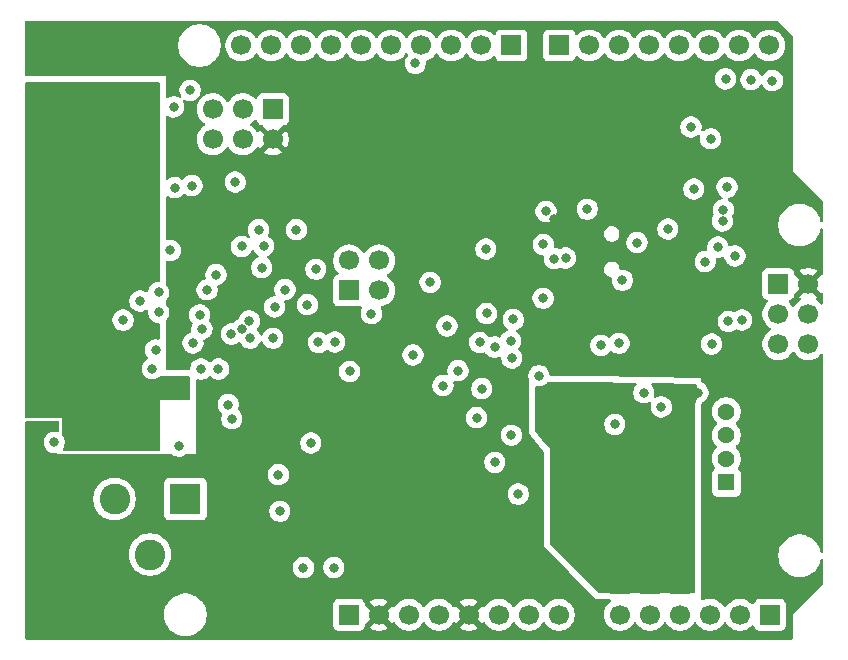
<source format=gbr>
%TF.GenerationSoftware,KiCad,Pcbnew,9.0.6*%
%TF.CreationDate,2026-01-05T12:24:48+01:00*%
%TF.ProjectId,arduino_uno_custom,61726475-696e-46f5-9f75-6e6f5f637573,rev?*%
%TF.SameCoordinates,Original*%
%TF.FileFunction,Copper,L3,Inr*%
%TF.FilePolarity,Positive*%
%FSLAX46Y46*%
G04 Gerber Fmt 4.6, Leading zero omitted, Abs format (unit mm)*
G04 Created by KiCad (PCBNEW 9.0.6) date 2026-01-05 12:24:48*
%MOMM*%
%LPD*%
G01*
G04 APERTURE LIST*
%TA.AperFunction,ComponentPad*%
%ADD10R,1.700000X1.700000*%
%TD*%
%TA.AperFunction,ComponentPad*%
%ADD11C,1.700000*%
%TD*%
%TA.AperFunction,ComponentPad*%
%ADD12R,1.438000X1.438000*%
%TD*%
%TA.AperFunction,ComponentPad*%
%ADD13C,1.438000*%
%TD*%
%TA.AperFunction,ComponentPad*%
%ADD14R,2.600000X2.600000*%
%TD*%
%TA.AperFunction,ComponentPad*%
%ADD15C,2.600000*%
%TD*%
%TA.AperFunction,ViaPad*%
%ADD16C,0.800000*%
%TD*%
G04 APERTURE END LIST*
D10*
%TO.N,MISO2*%
%TO.C,J1*%
X138600000Y-79000000D03*
D11*
%TO.N,+5VD*%
X138600000Y-81540000D03*
%TO.N,SCK2*%
X136060000Y-79000000D03*
%TO.N,MOSI2*%
X136060000Y-81540000D03*
%TO.N,RST*%
X133520000Y-79000000D03*
%TO.N,GNDD*%
X133520000Y-81540000D03*
%TD*%
D12*
%TO.N,Net-(U7-A2)*%
%TO.C,J9*%
X177000000Y-110600000D03*
D13*
%TO.N,Net-(U7-A1)*%
X177000000Y-108600000D03*
%TO.N,Net-(SW2-B)*%
X177000000Y-106600000D03*
%TO.N,GNDD*%
X177000000Y-104600000D03*
%TD*%
D14*
%TO.N,Net-(D4-A)*%
%TO.C,X1*%
X131200000Y-112000000D03*
D15*
%TO.N,GNDD*%
X125200000Y-112000000D03*
X128200000Y-116700000D03*
%TD*%
D10*
%TO.N,/ATmega328p/SCL*%
%TO.C,J5*%
X180700000Y-121800000D03*
D11*
%TO.N,/ATmega328p/SDA*%
X178160000Y-121800000D03*
%TO.N,/ATmega328p/AD3*%
X175620000Y-121800000D03*
%TO.N,/ATmega328p/AD2*%
X173080000Y-121800000D03*
%TO.N,/ATmega328p/AD1*%
X170540000Y-121800000D03*
%TO.N,/ATmega328p/AD0*%
X168000000Y-121800000D03*
%TD*%
D10*
%TO.N,unconnected-(J7-Pin_1-Pad1)*%
%TO.C,J7*%
X145040000Y-121800000D03*
D11*
%TO.N,+5VD*%
X147580000Y-121800000D03*
%TO.N,/ATmega328p/~{RESET}{slash}PC6*%
X150120000Y-121800000D03*
%TO.N,+3V3Dbig*%
X152660000Y-121800000D03*
%TO.N,+5VD*%
X155200000Y-121800000D03*
%TO.N,GNDD*%
X157740000Y-121800000D03*
X160280000Y-121800000D03*
%TO.N,/connector/VIN*%
X162820000Y-121800000D03*
%TD*%
D10*
%TO.N,/ATmega328p/PD7*%
%TO.C,J6*%
X162860000Y-73600000D03*
D11*
%TO.N,/ATmega328p/PD6*%
X165400000Y-73600000D03*
%TO.N,/ATmega328p/PD5*%
X167940000Y-73600000D03*
%TO.N,/ATmega328p/PD4*%
X170480000Y-73600000D03*
%TO.N,/ATmega328p/PD3*%
X173020000Y-73600000D03*
%TO.N,/ATmega328p/PD2*%
X175560000Y-73600000D03*
%TO.N,/ATmega16U2/TXD*%
X178100000Y-73600000D03*
%TO.N,/ATmega16U2/RXD*%
X180640000Y-73600000D03*
%TD*%
D10*
%TO.N,/ATmega328p/PB0{slash}ICP*%
%TO.C,J4*%
X158800000Y-73600000D03*
D11*
%TO.N,/ATmega328p/PB1{slash}OC1*%
X156260000Y-73600000D03*
%TO.N,/ATmega328p/SS*%
X153720000Y-73600000D03*
%TO.N,/ATmega328p/MOSI*%
X151180000Y-73600000D03*
%TO.N,/ATmega328p/MISO*%
X148640000Y-73600000D03*
%TO.N,/ATmega328p/SCK*%
X146100000Y-73600000D03*
%TO.N,GNDD*%
X143560000Y-73600000D03*
%TO.N,/ATmega328p/AREF*%
X141020000Y-73600000D03*
%TO.N,/ATmega328p/SDA*%
X138480000Y-73600000D03*
%TO.N,/ATmega328p/SCL*%
X135940000Y-73600000D03*
%TD*%
D10*
%TO.N,/ATmega16U2/PB4*%
%TO.C,J2*%
X145060000Y-94340000D03*
D11*
%TO.N,/ATmega16U2/PB6*%
X145060000Y-91800000D03*
%TO.N,/ATmega16U2/PB5*%
X147600000Y-94340000D03*
%TO.N,/ATmega16U2/PB7*%
X147600000Y-91800000D03*
%TD*%
D10*
%TO.N,/ATmega328p/MISO*%
%TO.C,ICSP1*%
X181400000Y-93800000D03*
D11*
%TO.N,+5VD*%
X183940000Y-93800000D03*
%TO.N,/ATmega328p/SCK*%
X181400000Y-96340000D03*
%TO.N,/ATmega328p/MOSI*%
X183940000Y-96340000D03*
%TO.N,/ATmega328p/~{RESET}{slash}PC6*%
X181400000Y-98880000D03*
%TO.N,GNDD*%
X183940000Y-98880000D03*
%TD*%
D16*
%TO.N,/ATmega16U2/RXD*%
X178305300Y-96840600D03*
%TO.N,/ATmega16U2/TXD*%
X150473300Y-99798900D03*
X175205900Y-91901800D03*
X150661000Y-75117200D03*
X175751200Y-98883600D03*
%TO.N,Net-(U2-PC0{slash}XTAL2)*%
X136667298Y-98379400D03*
X137664472Y-92404019D03*
%TO.N,Net-(U2-XTAL1)*%
X133800000Y-93000000D03*
X135981955Y-97620416D03*
%TO.N,GNDD*%
X166000000Y-109000000D03*
X170000000Y-116000000D03*
X164000000Y-104394000D03*
X155850000Y-105107600D03*
X166000000Y-111000000D03*
X164000000Y-105410000D03*
X171000000Y-109000000D03*
X171000000Y-115000000D03*
X165000000Y-105410000D03*
X171000000Y-111000000D03*
X172000000Y-113000000D03*
X168000000Y-115000000D03*
X170000000Y-110000000D03*
X153000000Y-102400000D03*
X170000000Y-111000000D03*
X132400000Y-96400000D03*
X172000000Y-112000000D03*
X164000000Y-106426000D03*
X169000000Y-116000000D03*
X169000000Y-109000000D03*
X135133954Y-105203608D03*
X166000000Y-112000000D03*
X166000000Y-115000000D03*
X165000000Y-106426000D03*
X166000000Y-113000000D03*
X172000000Y-111000000D03*
X167000000Y-110000000D03*
X137400000Y-89200000D03*
X143764000Y-117800000D03*
X156696042Y-96287330D03*
X134000000Y-101000000D03*
X170000000Y-109000000D03*
X166000000Y-110000000D03*
X167000000Y-115000000D03*
X166000000Y-116000000D03*
X162941000Y-106426000D03*
X165000000Y-104394000D03*
X168000000Y-111000000D03*
X168000000Y-110000000D03*
X172000000Y-110000000D03*
X172000000Y-116000000D03*
X171000000Y-110000000D03*
X168000000Y-116000000D03*
X139072465Y-109925000D03*
X167000000Y-111000000D03*
X140600000Y-89200000D03*
X171000000Y-116000000D03*
X172000000Y-109000000D03*
X176745752Y-87510047D03*
X131600000Y-77400000D03*
X172000000Y-115000000D03*
X130200000Y-78800000D03*
X163000000Y-105410000D03*
X174600000Y-103000000D03*
X169000000Y-110000000D03*
X167000000Y-116000000D03*
X158833578Y-100066300D03*
X169000000Y-111000000D03*
X156636052Y-90836052D03*
X168000000Y-109000000D03*
X128947900Y-94506994D03*
X169000000Y-115000000D03*
X175675000Y-81500000D03*
X167000000Y-109000000D03*
X139192000Y-113030000D03*
X163000000Y-104394000D03*
X172000000Y-114000000D03*
X177055600Y-85600000D03*
X170000000Y-115000000D03*
X166000000Y-114000000D03*
X141200000Y-117800000D03*
%TO.N,Net-(D3-A)*%
X131839800Y-98785700D03*
X125924700Y-96851800D03*
%TO.N,+5VD*%
X124500000Y-105000000D03*
X120500000Y-102000000D03*
X122500000Y-100000000D03*
X122500000Y-105000000D03*
X126500000Y-105000000D03*
X125500000Y-104000000D03*
X121500000Y-99000000D03*
X125500000Y-101000000D03*
X140977298Y-113022702D03*
X121500000Y-106000000D03*
X121500000Y-102000000D03*
X144526000Y-109553000D03*
X120500000Y-103000000D03*
X150258907Y-102707600D03*
X150600000Y-109400000D03*
X122500000Y-106000000D03*
X148500002Y-98400000D03*
X122500000Y-99000000D03*
X125500000Y-103000000D03*
X120500000Y-101000000D03*
X124500000Y-100000000D03*
X125500000Y-100000000D03*
X124500000Y-99000000D03*
X170400000Y-88800000D03*
X158722702Y-108352298D03*
X123500000Y-100000000D03*
X126500000Y-106000000D03*
X125500000Y-106000000D03*
X162449007Y-88325200D03*
X123500000Y-106000000D03*
X121500000Y-103000000D03*
X148510093Y-101874700D03*
X126500000Y-104000000D03*
X123500000Y-105000000D03*
X160827500Y-89400000D03*
X121500000Y-105000000D03*
X120523000Y-104013000D03*
X139000000Y-84800000D03*
X120500000Y-99000000D03*
X121500000Y-101000000D03*
X125500000Y-102000000D03*
X126500000Y-103000000D03*
X124500000Y-106000000D03*
X121500000Y-104000000D03*
X123500000Y-99000000D03*
X121500000Y-100000000D03*
X133325000Y-106125000D03*
X126500000Y-102000000D03*
X125500000Y-105000000D03*
X141000000Y-108889900D03*
X120500000Y-100000000D03*
X173309035Y-87781000D03*
%TO.N,D-*%
X130287800Y-85641900D03*
X135093985Y-98037934D03*
%TO.N,/ATmega16U2/USBVCC*%
X129923400Y-90950400D03*
X132600000Y-97600000D03*
%TO.N,Net-(Q1-G)*%
X127343000Y-95235100D03*
X130645202Y-107529000D03*
%TO.N,/ATmega328p/SCK*%
X179082300Y-76500000D03*
X145104100Y-101199700D03*
%TO.N,/ATmega328p/PB0{slash}ICP*%
X156118400Y-98732000D03*
%TO.N,/ATmega328p/PD3*%
X163386700Y-91596300D03*
%TO.N,/ATmega328p/PD6*%
X158735300Y-98615000D03*
%TO.N,/ATmega328p/MISO*%
X156291000Y-102658600D03*
X176932400Y-76431000D03*
X177730600Y-91422300D03*
%TO.N,/ATmega328p/AD1*%
X161123000Y-101561794D03*
%TO.N,/ATmega328p/MOSI*%
X154270100Y-101135600D03*
X180891605Y-76566420D03*
%TO.N,/ATmega328p/AREF*%
X157400000Y-108894100D03*
%TO.N,/ATmega328p/AD2*%
X171500000Y-104203000D03*
%TO.N,+5VA*%
X134825000Y-104000000D03*
X132500000Y-101000000D03*
X158800000Y-106600000D03*
X159382702Y-111582702D03*
%TO.N,/ATmega328p/PB1{slash}OC1*%
X157376300Y-99140700D03*
%TO.N,/ATmega328p/PD4*%
X165225200Y-87460500D03*
X161502500Y-90447900D03*
X161729600Y-87650200D03*
%TO.N,/ATmega328p/PD7*%
X153351000Y-97355100D03*
%TO.N,/ATmega328p/SS*%
X151919500Y-93650800D03*
%TO.N,/ATmega328p/SCL*%
X176677600Y-88457600D03*
X177165300Y-96967200D03*
%TO.N,/ATmega328p/PD2*%
X162434900Y-91655000D03*
%TO.N,/ATmega328p/PD5*%
X158959800Y-96799900D03*
%TO.N,/ATmega328p/SDA*%
X172045800Y-89144300D03*
X166377200Y-99000900D03*
%TO.N,/ATmega328p/~{RESET}{slash}PC6*%
X141816900Y-107255300D03*
X161486300Y-94998000D03*
%TO.N,RST*%
X128399800Y-100977200D03*
X133037100Y-94291200D03*
%TO.N,Net-(U2-UCAP)*%
X138600000Y-98379400D03*
X142245800Y-92543000D03*
%TO.N,MISO2*%
X139632800Y-94261800D03*
%TO.N,/ATmega16U2/PB6*%
X137831500Y-90576200D03*
%TO.N,/ATmega16U2/PB7*%
X135413900Y-85162000D03*
X135962500Y-90619393D03*
%TO.N,MOSI2*%
X141521000Y-95548400D03*
%TO.N,SCK2*%
X138759795Y-95732710D03*
%TO.N,D+*%
X131751500Y-85466600D03*
X136611099Y-96908600D03*
%TO.N,Net-(RN2B-R2.2)*%
X128684800Y-99376700D03*
X143847600Y-98700000D03*
%TO.N,Net-(ON1-A)*%
X146953000Y-96295000D03*
X120096301Y-107203705D03*
%TO.N,Net-(RN2C-R3.2)*%
X128947900Y-96200000D03*
X142465400Y-98736600D03*
%TO.N,+3V3Dbig*%
X167917500Y-98806600D03*
X167551877Y-105675000D03*
X170006800Y-102997300D03*
X168187600Y-93479700D03*
X169425400Y-90290700D03*
%TO.N,Net-(U8-A1)*%
X174250500Y-85749500D03*
X174000000Y-80500000D03*
%TO.N,Net-(SW2-B)*%
X176284000Y-90663900D03*
%TD*%
%TA.AperFunction,Conductor*%
%TO.N,+5VD*%
G36*
X128975039Y-76727685D02*
G01*
X129020794Y-76780489D01*
X129032000Y-76832000D01*
X129032000Y-90803748D01*
X129029617Y-90827940D01*
X129022900Y-90861707D01*
X129022900Y-91039092D01*
X129029617Y-91072858D01*
X129032000Y-91097051D01*
X129032000Y-93482494D01*
X129012315Y-93549533D01*
X128959511Y-93595288D01*
X128908000Y-93606494D01*
X128859206Y-93606494D01*
X128685241Y-93641097D01*
X128685232Y-93641100D01*
X128521359Y-93708977D01*
X128521346Y-93708984D01*
X128373865Y-93807529D01*
X128373861Y-93807532D01*
X128248438Y-93932955D01*
X128248435Y-93932959D01*
X128149890Y-94080440D01*
X128149883Y-94080453D01*
X128082006Y-94244326D01*
X128082004Y-94244334D01*
X128047709Y-94416745D01*
X128015324Y-94478656D01*
X127954608Y-94513230D01*
X127884839Y-94509490D01*
X127857201Y-94495655D01*
X127769553Y-94437090D01*
X127769540Y-94437083D01*
X127605667Y-94369206D01*
X127605658Y-94369203D01*
X127431694Y-94334600D01*
X127431691Y-94334600D01*
X127254309Y-94334600D01*
X127254306Y-94334600D01*
X127080341Y-94369203D01*
X127080332Y-94369206D01*
X126916459Y-94437083D01*
X126916446Y-94437090D01*
X126768965Y-94535635D01*
X126768961Y-94535638D01*
X126643538Y-94661061D01*
X126643535Y-94661065D01*
X126544990Y-94808546D01*
X126544983Y-94808559D01*
X126477106Y-94972432D01*
X126477103Y-94972441D01*
X126442500Y-95146404D01*
X126442500Y-95323795D01*
X126477103Y-95497758D01*
X126477106Y-95497767D01*
X126544983Y-95661640D01*
X126544990Y-95661653D01*
X126643535Y-95809134D01*
X126643538Y-95809138D01*
X126768961Y-95934561D01*
X126768965Y-95934564D01*
X126916446Y-96033109D01*
X126916459Y-96033116D01*
X127039363Y-96084023D01*
X127080334Y-96100994D01*
X127080336Y-96100994D01*
X127080341Y-96100996D01*
X127254304Y-96135599D01*
X127254307Y-96135600D01*
X127254309Y-96135600D01*
X127431693Y-96135600D01*
X127431694Y-96135599D01*
X127489682Y-96124064D01*
X127605658Y-96100996D01*
X127605661Y-96100994D01*
X127605666Y-96100994D01*
X127769547Y-96033113D01*
X127859017Y-95973330D01*
X127925692Y-95952453D01*
X127993073Y-95970937D01*
X128039763Y-96022915D01*
X128050940Y-96091885D01*
X128049525Y-96100619D01*
X128047400Y-96111302D01*
X128047400Y-96288695D01*
X128082003Y-96462658D01*
X128082006Y-96462667D01*
X128149883Y-96626540D01*
X128149890Y-96626553D01*
X128248435Y-96774034D01*
X128248438Y-96774038D01*
X128373861Y-96899461D01*
X128373865Y-96899464D01*
X128521346Y-96998009D01*
X128521359Y-96998016D01*
X128644263Y-97048923D01*
X128685234Y-97065894D01*
X128685236Y-97065894D01*
X128685241Y-97065896D01*
X128859204Y-97100499D01*
X128859207Y-97100500D01*
X128908000Y-97100500D01*
X128975039Y-97120185D01*
X129020794Y-97172989D01*
X129032000Y-97224500D01*
X129032000Y-98376526D01*
X129012315Y-98443565D01*
X128959511Y-98489320D01*
X128890353Y-98499264D01*
X128883809Y-98498143D01*
X128773494Y-98476200D01*
X128773491Y-98476200D01*
X128596109Y-98476200D01*
X128596106Y-98476200D01*
X128422141Y-98510803D01*
X128422132Y-98510806D01*
X128258259Y-98578683D01*
X128258246Y-98578690D01*
X128110765Y-98677235D01*
X128110761Y-98677238D01*
X127985338Y-98802661D01*
X127985335Y-98802665D01*
X127886790Y-98950146D01*
X127886783Y-98950159D01*
X127818906Y-99114032D01*
X127818903Y-99114041D01*
X127784300Y-99288004D01*
X127784300Y-99465395D01*
X127818903Y-99639358D01*
X127818906Y-99639367D01*
X127886783Y-99803240D01*
X127886790Y-99803253D01*
X127985335Y-99950734D01*
X127985338Y-99950738D01*
X128012111Y-99977511D01*
X128045596Y-100038834D01*
X128040612Y-100108526D01*
X127998740Y-100164459D01*
X127978459Y-100176011D01*
X127978623Y-100176317D01*
X127973246Y-100179190D01*
X127825765Y-100277735D01*
X127825761Y-100277738D01*
X127700338Y-100403161D01*
X127700335Y-100403165D01*
X127601790Y-100550646D01*
X127601783Y-100550659D01*
X127533906Y-100714532D01*
X127533903Y-100714541D01*
X127499300Y-100888504D01*
X127499300Y-101065895D01*
X127533903Y-101239858D01*
X127533906Y-101239867D01*
X127601783Y-101403740D01*
X127601790Y-101403753D01*
X127700335Y-101551234D01*
X127700338Y-101551238D01*
X127825761Y-101676661D01*
X127825765Y-101676664D01*
X127973246Y-101775209D01*
X127973259Y-101775216D01*
X128096163Y-101826123D01*
X128137134Y-101843094D01*
X128137136Y-101843094D01*
X128137141Y-101843096D01*
X128311104Y-101877699D01*
X128311107Y-101877700D01*
X128311109Y-101877700D01*
X128488493Y-101877700D01*
X128488494Y-101877699D01*
X128547843Y-101865894D01*
X128662458Y-101843096D01*
X128662461Y-101843094D01*
X128662466Y-101843094D01*
X128826347Y-101775213D01*
X128973835Y-101676664D01*
X129014179Y-101636320D01*
X129075502Y-101602834D01*
X129101861Y-101600000D01*
X131448000Y-101600000D01*
X131515039Y-101619685D01*
X131560794Y-101672489D01*
X131572000Y-101724000D01*
X131572000Y-103508000D01*
X131552315Y-103575039D01*
X131499511Y-103620794D01*
X131448000Y-103632000D01*
X129032000Y-103632000D01*
X129032000Y-107826000D01*
X129012315Y-107893039D01*
X128959511Y-107938794D01*
X128908000Y-107950000D01*
X120912653Y-107950000D01*
X120845614Y-107930315D01*
X120799859Y-107877511D01*
X120789915Y-107808353D01*
X120809551Y-107757109D01*
X120894310Y-107630258D01*
X120894310Y-107630257D01*
X120894314Y-107630252D01*
X120962195Y-107466371D01*
X120996801Y-107292396D01*
X120996801Y-107115014D01*
X120996801Y-107115011D01*
X120996800Y-107115009D01*
X120962197Y-106941046D01*
X120962194Y-106941037D01*
X120894317Y-106777164D01*
X120894310Y-106777151D01*
X120797898Y-106632861D01*
X120777020Y-106566184D01*
X120777000Y-106563970D01*
X120777000Y-105156000D01*
X117738425Y-105156000D01*
X117671386Y-105136315D01*
X117625631Y-105083511D01*
X117614425Y-105032000D01*
X117614425Y-96763104D01*
X125024200Y-96763104D01*
X125024200Y-96940495D01*
X125058803Y-97114458D01*
X125058806Y-97114467D01*
X125126683Y-97278340D01*
X125126690Y-97278353D01*
X125225235Y-97425834D01*
X125225238Y-97425838D01*
X125350661Y-97551261D01*
X125350665Y-97551264D01*
X125498146Y-97649809D01*
X125498159Y-97649816D01*
X125621063Y-97700723D01*
X125662034Y-97717694D01*
X125662036Y-97717694D01*
X125662041Y-97717696D01*
X125836004Y-97752299D01*
X125836007Y-97752300D01*
X125836009Y-97752300D01*
X126013393Y-97752300D01*
X126013394Y-97752299D01*
X126071382Y-97740764D01*
X126187358Y-97717696D01*
X126187361Y-97717694D01*
X126187366Y-97717694D01*
X126351247Y-97649813D01*
X126498735Y-97551264D01*
X126624164Y-97425835D01*
X126722713Y-97278347D01*
X126790594Y-97114466D01*
X126793373Y-97100499D01*
X126825199Y-96940495D01*
X126825200Y-96940493D01*
X126825200Y-96763106D01*
X126825199Y-96763104D01*
X126790596Y-96589141D01*
X126790593Y-96589132D01*
X126722716Y-96425259D01*
X126722709Y-96425246D01*
X126624164Y-96277765D01*
X126624161Y-96277761D01*
X126498738Y-96152338D01*
X126498734Y-96152335D01*
X126351253Y-96053790D01*
X126351240Y-96053783D01*
X126187367Y-95985906D01*
X126187358Y-95985903D01*
X126013394Y-95951300D01*
X126013391Y-95951300D01*
X125836009Y-95951300D01*
X125836006Y-95951300D01*
X125662041Y-95985903D01*
X125662032Y-95985906D01*
X125498159Y-96053783D01*
X125498146Y-96053790D01*
X125350665Y-96152335D01*
X125350661Y-96152338D01*
X125225238Y-96277761D01*
X125225235Y-96277765D01*
X125126690Y-96425246D01*
X125126683Y-96425259D01*
X125058806Y-96589132D01*
X125058803Y-96589141D01*
X125024200Y-96763104D01*
X117614425Y-96763104D01*
X117614425Y-76832000D01*
X117634110Y-76764961D01*
X117686914Y-76719206D01*
X117738425Y-76708000D01*
X128908000Y-76708000D01*
X128975039Y-76727685D01*
G37*
%TD.AperFunction*%
%TD*%
%TA.AperFunction,Conductor*%
%TO.N,GNDD*%
G36*
X161968217Y-102074198D02*
G01*
X162005080Y-102085023D01*
X162005084Y-102085024D01*
X162147500Y-102105500D01*
X165603685Y-102105500D01*
X165605383Y-102105512D01*
X169277142Y-102155808D01*
X169343903Y-102176409D01*
X169388930Y-102229834D01*
X169397926Y-102299122D01*
X169368033Y-102362275D01*
X169363123Y-102367477D01*
X169307335Y-102423265D01*
X169208790Y-102570746D01*
X169208783Y-102570759D01*
X169140906Y-102734632D01*
X169140903Y-102734641D01*
X169106300Y-102908604D01*
X169106300Y-103085995D01*
X169140903Y-103259958D01*
X169140906Y-103259967D01*
X169208783Y-103423840D01*
X169208790Y-103423853D01*
X169307335Y-103571334D01*
X169307338Y-103571338D01*
X169432761Y-103696761D01*
X169432765Y-103696764D01*
X169580246Y-103795309D01*
X169580259Y-103795316D01*
X169622707Y-103812898D01*
X169744134Y-103863194D01*
X169744136Y-103863194D01*
X169744141Y-103863196D01*
X169918104Y-103897799D01*
X169918107Y-103897800D01*
X169918109Y-103897800D01*
X170095493Y-103897800D01*
X170095494Y-103897799D01*
X170154813Y-103886000D01*
X170269458Y-103863196D01*
X170269461Y-103863194D01*
X170269466Y-103863194D01*
X170433347Y-103795313D01*
X170441669Y-103789752D01*
X170454107Y-103781442D01*
X170520784Y-103760563D01*
X170588164Y-103779047D01*
X170634855Y-103831025D01*
X170646033Y-103899994D01*
X170637561Y-103931993D01*
X170634106Y-103940333D01*
X170634103Y-103940341D01*
X170599500Y-104114304D01*
X170599500Y-104291695D01*
X170634103Y-104465658D01*
X170634106Y-104465667D01*
X170701983Y-104629540D01*
X170701990Y-104629553D01*
X170800535Y-104777034D01*
X170800538Y-104777038D01*
X170925961Y-104902461D01*
X170925965Y-104902464D01*
X171073446Y-105001009D01*
X171073459Y-105001016D01*
X171187410Y-105048215D01*
X171237334Y-105068894D01*
X171237336Y-105068894D01*
X171237341Y-105068896D01*
X171411304Y-105103499D01*
X171411307Y-105103500D01*
X171411309Y-105103500D01*
X171588693Y-105103500D01*
X171588694Y-105103499D01*
X171664639Y-105088393D01*
X171762658Y-105068896D01*
X171762661Y-105068894D01*
X171762666Y-105068894D01*
X171926547Y-105001013D01*
X172074035Y-104902464D01*
X172199464Y-104777035D01*
X172298013Y-104629547D01*
X172365894Y-104465666D01*
X172372260Y-104433665D01*
X172390489Y-104342020D01*
X172400500Y-104291691D01*
X172400500Y-104114309D01*
X172400500Y-104114306D01*
X172400499Y-104114304D01*
X172365896Y-103940341D01*
X172365893Y-103940333D01*
X172333942Y-103863194D01*
X172298016Y-103776459D01*
X172298009Y-103776446D01*
X172199464Y-103628965D01*
X172199461Y-103628961D01*
X172074038Y-103503538D01*
X172074034Y-103503535D01*
X171926553Y-103404990D01*
X171926540Y-103404983D01*
X171762667Y-103337106D01*
X171762658Y-103337103D01*
X171588694Y-103302500D01*
X171588691Y-103302500D01*
X171411309Y-103302500D01*
X171411306Y-103302500D01*
X171237341Y-103337103D01*
X171237332Y-103337106D01*
X171073459Y-103404983D01*
X171073445Y-103404991D01*
X171052688Y-103418860D01*
X170986010Y-103439736D01*
X170918630Y-103421250D01*
X170871942Y-103369269D01*
X170860767Y-103300299D01*
X170869239Y-103268306D01*
X170872694Y-103259966D01*
X170907300Y-103085991D01*
X170907300Y-102908609D01*
X170907300Y-102908606D01*
X170907299Y-102908604D01*
X170872696Y-102734641D01*
X170872693Y-102734632D01*
X170804816Y-102570759D01*
X170804809Y-102570746D01*
X170706264Y-102423265D01*
X170706261Y-102423261D01*
X170670793Y-102387793D01*
X170637308Y-102326470D01*
X170642292Y-102256778D01*
X170684164Y-102200845D01*
X170749628Y-102176428D01*
X170760163Y-102176124D01*
X174314794Y-102224817D01*
X174328951Y-102229185D01*
X174343762Y-102228657D01*
X174361666Y-102239280D01*
X174381557Y-102245418D01*
X174392137Y-102257360D01*
X174403850Y-102264310D01*
X174423979Y-102293301D01*
X174484884Y-102414975D01*
X174498000Y-102470479D01*
X174498000Y-103527044D01*
X174478315Y-103594083D01*
X174478161Y-103594288D01*
X174473433Y-103601645D01*
X174413663Y-103732519D01*
X174393976Y-103799564D01*
X174373500Y-103941983D01*
X174373500Y-119870500D01*
X174353815Y-119937539D01*
X174301011Y-119983294D01*
X174249500Y-119994500D01*
X173969937Y-119994500D01*
X173912327Y-119997795D01*
X173912321Y-119997795D01*
X173912315Y-119997796D01*
X173905067Y-119998627D01*
X173884237Y-120001017D01*
X173884221Y-120001020D01*
X173856481Y-120005820D01*
X173827367Y-120010859D01*
X173827365Y-120010859D01*
X173821256Y-120011917D01*
X173821184Y-120011502D01*
X173795555Y-120015000D01*
X172341514Y-120015000D01*
X172323873Y-120013738D01*
X172190055Y-119994500D01*
X171429945Y-119994500D01*
X171429937Y-119994500D01*
X171372327Y-119997795D01*
X171372321Y-119997795D01*
X171372315Y-119997796D01*
X171365067Y-119998627D01*
X171344237Y-120001017D01*
X171344221Y-120001020D01*
X171316481Y-120005820D01*
X171287367Y-120010859D01*
X171287365Y-120010859D01*
X171281256Y-120011917D01*
X171281184Y-120011502D01*
X171255555Y-120015000D01*
X169801506Y-120015000D01*
X169783861Y-120013738D01*
X169650055Y-119994500D01*
X168889945Y-119994500D01*
X168889937Y-119994500D01*
X168832327Y-119997795D01*
X168832321Y-119997795D01*
X168832315Y-119997796D01*
X168825067Y-119998627D01*
X168804237Y-120001017D01*
X168804221Y-120001020D01*
X168776481Y-120005820D01*
X168747367Y-120010859D01*
X168747365Y-120010859D01*
X168741256Y-120011917D01*
X168741184Y-120011502D01*
X168715555Y-120015000D01*
X167261506Y-120015000D01*
X167243861Y-120013738D01*
X167110055Y-119994500D01*
X167110053Y-119994500D01*
X166273862Y-119994500D01*
X166206823Y-119974815D01*
X166186181Y-119958181D01*
X162638771Y-116410771D01*
X162636980Y-116408943D01*
X162086528Y-115835289D01*
X162054316Y-115773288D01*
X162052000Y-115749436D01*
X162052000Y-107696000D01*
X161686058Y-107330058D01*
X161678480Y-107321760D01*
X160808241Y-106277473D01*
X160780445Y-106213370D01*
X160779500Y-106198090D01*
X160779500Y-105586304D01*
X166651377Y-105586304D01*
X166651377Y-105763695D01*
X166685980Y-105937658D01*
X166685983Y-105937667D01*
X166753860Y-106101540D01*
X166753867Y-106101553D01*
X166852412Y-106249034D01*
X166852415Y-106249038D01*
X166977838Y-106374461D01*
X166977842Y-106374464D01*
X167125323Y-106473009D01*
X167125336Y-106473016D01*
X167248240Y-106523923D01*
X167289211Y-106540894D01*
X167289213Y-106540894D01*
X167289218Y-106540896D01*
X167463181Y-106575499D01*
X167463184Y-106575500D01*
X167463186Y-106575500D01*
X167640570Y-106575500D01*
X167640571Y-106575499D01*
X167698559Y-106563964D01*
X167814535Y-106540896D01*
X167814538Y-106540894D01*
X167814543Y-106540894D01*
X167978424Y-106473013D01*
X168125912Y-106374464D01*
X168251341Y-106249035D01*
X168349890Y-106101547D01*
X168417771Y-105937666D01*
X168419308Y-105929942D01*
X168452376Y-105763695D01*
X168452377Y-105763693D01*
X168452377Y-105586306D01*
X168452376Y-105586304D01*
X168417773Y-105412341D01*
X168417770Y-105412332D01*
X168349893Y-105248459D01*
X168349886Y-105248446D01*
X168251341Y-105100965D01*
X168251338Y-105100961D01*
X168125915Y-104975538D01*
X168125911Y-104975535D01*
X167978430Y-104876990D01*
X167978417Y-104876983D01*
X167814544Y-104809106D01*
X167814535Y-104809103D01*
X167640571Y-104774500D01*
X167640568Y-104774500D01*
X167463186Y-104774500D01*
X167463183Y-104774500D01*
X167289218Y-104809103D01*
X167289209Y-104809106D01*
X167125336Y-104876983D01*
X167125323Y-104876990D01*
X166977842Y-104975535D01*
X166977838Y-104975538D01*
X166852415Y-105100961D01*
X166852412Y-105100965D01*
X166753867Y-105248446D01*
X166753860Y-105248459D01*
X166685983Y-105412332D01*
X166685980Y-105412341D01*
X166651377Y-105586304D01*
X160779500Y-105586304D01*
X160779500Y-102562703D01*
X160799185Y-102495664D01*
X160851989Y-102449909D01*
X160921147Y-102439965D01*
X160927676Y-102441083D01*
X160972046Y-102449909D01*
X161034307Y-102462294D01*
X161034309Y-102462294D01*
X161211693Y-102462294D01*
X161211694Y-102462293D01*
X161273954Y-102449909D01*
X161385658Y-102427690D01*
X161385661Y-102427688D01*
X161385666Y-102427688D01*
X161549547Y-102359807D01*
X161697035Y-102261258D01*
X161822464Y-102135829D01*
X161830177Y-102124284D01*
X161883788Y-102079480D01*
X161953113Y-102070771D01*
X161968217Y-102074198D01*
G37*
%TD.AperFunction*%
%TD*%
%TA.AperFunction,Conductor*%
%TO.N,+5VD*%
G36*
X137184340Y-79888068D02*
G01*
X137240274Y-79929939D01*
X137257189Y-79960917D01*
X137306202Y-80092328D01*
X137306206Y-80092335D01*
X137392452Y-80207544D01*
X137392455Y-80207547D01*
X137507664Y-80293793D01*
X137507671Y-80293797D01*
X137552618Y-80310561D01*
X137642517Y-80344091D01*
X137702127Y-80350500D01*
X137712685Y-80350499D01*
X137779723Y-80370179D01*
X137800372Y-80386818D01*
X138470591Y-81057037D01*
X138407007Y-81074075D01*
X138292993Y-81139901D01*
X138199901Y-81232993D01*
X138134075Y-81347007D01*
X138117037Y-81410591D01*
X137484728Y-80778282D01*
X137484727Y-80778282D01*
X137445380Y-80832440D01*
X137445376Y-80832446D01*
X137440760Y-80841505D01*
X137392781Y-80892297D01*
X137324959Y-80909087D01*
X137258826Y-80886543D01*
X137219794Y-80841493D01*
X137215051Y-80832184D01*
X137215049Y-80832181D01*
X137215048Y-80832179D01*
X137090109Y-80660213D01*
X136939786Y-80509890D01*
X136767820Y-80384951D01*
X136767115Y-80384591D01*
X136759054Y-80380485D01*
X136708259Y-80332512D01*
X136691463Y-80264692D01*
X136713999Y-80198556D01*
X136759054Y-80159515D01*
X136767816Y-80155051D01*
X136880127Y-80073453D01*
X136939784Y-80030110D01*
X136939784Y-80030109D01*
X136939792Y-80030104D01*
X137053329Y-79916566D01*
X137114648Y-79883084D01*
X137184340Y-79888068D01*
G37*
%TD.AperFunction*%
%TA.AperFunction,Conductor*%
G36*
X181322288Y-71520185D02*
G01*
X181342930Y-71536819D01*
X182577106Y-72770995D01*
X182610591Y-72832318D01*
X182613425Y-72858676D01*
X182613425Y-84065891D01*
X182647533Y-84193187D01*
X182680479Y-84250250D01*
X182713425Y-84307314D01*
X183961406Y-85555295D01*
X185177106Y-86770994D01*
X185210591Y-86832317D01*
X185213425Y-86858675D01*
X185213425Y-88415733D01*
X185193740Y-88482772D01*
X185140936Y-88528527D01*
X185071778Y-88538471D01*
X185008222Y-88509446D01*
X184970448Y-88450668D01*
X184969650Y-88447827D01*
X184968849Y-88444836D01*
X184908606Y-88220007D01*
X184818284Y-88001951D01*
X184818282Y-88001948D01*
X184818280Y-88001943D01*
X184766846Y-87912858D01*
X184700273Y-87797550D01*
X184556592Y-87610301D01*
X184556587Y-87610295D01*
X184389704Y-87443412D01*
X184389697Y-87443406D01*
X184202454Y-87299730D01*
X184202453Y-87299729D01*
X184202450Y-87299727D01*
X184111781Y-87247379D01*
X183998056Y-87181719D01*
X183998045Y-87181714D01*
X183779993Y-87091394D01*
X183552010Y-87030306D01*
X183318020Y-86999501D01*
X183318017Y-86999500D01*
X183318011Y-86999500D01*
X183081989Y-86999500D01*
X183081983Y-86999500D01*
X183081979Y-86999501D01*
X182847989Y-87030306D01*
X182620006Y-87091394D01*
X182401954Y-87181714D01*
X182401943Y-87181719D01*
X182197545Y-87299730D01*
X182010302Y-87443406D01*
X182010295Y-87443412D01*
X181843412Y-87610295D01*
X181843406Y-87610302D01*
X181699730Y-87797545D01*
X181581719Y-88001943D01*
X181581714Y-88001954D01*
X181491394Y-88220006D01*
X181430306Y-88447989D01*
X181399501Y-88681979D01*
X181399500Y-88681995D01*
X181399500Y-88918004D01*
X181399501Y-88918020D01*
X181430306Y-89152010D01*
X181491394Y-89379993D01*
X181581714Y-89598045D01*
X181581719Y-89598056D01*
X181611646Y-89649890D01*
X181699727Y-89802450D01*
X181699729Y-89802453D01*
X181699730Y-89802454D01*
X181843406Y-89989697D01*
X181843412Y-89989704D01*
X182010295Y-90156587D01*
X182010302Y-90156593D01*
X182034945Y-90175502D01*
X182197550Y-90300273D01*
X182328918Y-90376118D01*
X182401943Y-90418280D01*
X182401948Y-90418282D01*
X182401951Y-90418284D01*
X182620007Y-90508606D01*
X182847986Y-90569693D01*
X183081989Y-90600500D01*
X183081996Y-90600500D01*
X183318004Y-90600500D01*
X183318011Y-90600500D01*
X183552014Y-90569693D01*
X183779993Y-90508606D01*
X183998049Y-90418284D01*
X184202450Y-90300273D01*
X184389699Y-90156592D01*
X184556592Y-89989699D01*
X184700273Y-89802450D01*
X184818284Y-89598049D01*
X184908606Y-89379993D01*
X184969651Y-89152170D01*
X185006015Y-89092512D01*
X185068862Y-89061983D01*
X185138238Y-89070278D01*
X185192115Y-89114763D01*
X185213390Y-89181315D01*
X185213425Y-89184266D01*
X185213425Y-92916586D01*
X185193740Y-92983625D01*
X185140936Y-93029380D01*
X185079697Y-93040204D01*
X185055270Y-93038281D01*
X184422962Y-93670590D01*
X184405925Y-93607007D01*
X184340099Y-93492993D01*
X184247007Y-93399901D01*
X184132993Y-93334075D01*
X184069409Y-93317037D01*
X184701716Y-92684728D01*
X184647550Y-92645375D01*
X184458217Y-92548904D01*
X184256129Y-92483242D01*
X184046246Y-92450000D01*
X183833754Y-92450000D01*
X183623872Y-92483242D01*
X183623869Y-92483242D01*
X183421782Y-92548904D01*
X183232439Y-92645380D01*
X183178282Y-92684727D01*
X183178282Y-92684728D01*
X183810591Y-93317037D01*
X183747007Y-93334075D01*
X183632993Y-93399901D01*
X183539901Y-93492993D01*
X183474075Y-93607007D01*
X183457037Y-93670591D01*
X182786818Y-93000372D01*
X182753333Y-92939049D01*
X182753330Y-92939036D01*
X182750499Y-92926015D01*
X182750499Y-92902128D01*
X182744091Y-92842517D01*
X182715926Y-92767002D01*
X182693798Y-92707673D01*
X182693793Y-92707664D01*
X182607547Y-92592455D01*
X182607544Y-92592452D01*
X182492335Y-92506206D01*
X182492328Y-92506202D01*
X182357482Y-92455908D01*
X182357483Y-92455908D01*
X182297883Y-92449501D01*
X182297881Y-92449500D01*
X182297873Y-92449500D01*
X182297864Y-92449500D01*
X180502129Y-92449500D01*
X180502123Y-92449501D01*
X180442516Y-92455908D01*
X180307671Y-92506202D01*
X180307664Y-92506206D01*
X180192455Y-92592452D01*
X180192452Y-92592455D01*
X180106206Y-92707664D01*
X180106202Y-92707671D01*
X180055908Y-92842517D01*
X180049501Y-92902116D01*
X180049500Y-92902135D01*
X180049500Y-94697870D01*
X180049501Y-94697876D01*
X180055908Y-94757483D01*
X180106202Y-94892328D01*
X180106206Y-94892335D01*
X180192452Y-95007544D01*
X180192455Y-95007547D01*
X180307664Y-95093793D01*
X180307671Y-95093797D01*
X180439082Y-95142810D01*
X180495016Y-95184681D01*
X180519433Y-95250145D01*
X180504582Y-95318418D01*
X180483431Y-95346673D01*
X180369889Y-95460215D01*
X180244951Y-95632179D01*
X180148444Y-95821585D01*
X180082753Y-96023760D01*
X180059576Y-96170098D01*
X180049500Y-96233713D01*
X180049500Y-96446287D01*
X180056217Y-96488695D01*
X180082657Y-96655636D01*
X180082754Y-96656243D01*
X180138091Y-96826553D01*
X180148444Y-96858414D01*
X180244951Y-97047820D01*
X180369890Y-97219786D01*
X180520213Y-97370109D01*
X180692182Y-97495050D01*
X180700946Y-97499516D01*
X180751742Y-97547491D01*
X180768536Y-97615312D01*
X180745998Y-97681447D01*
X180700946Y-97720484D01*
X180692182Y-97724949D01*
X180520213Y-97849890D01*
X180369890Y-98000213D01*
X180244951Y-98172179D01*
X180148444Y-98361585D01*
X180082753Y-98563760D01*
X180057681Y-98722062D01*
X180049500Y-98773713D01*
X180049500Y-98986287D01*
X180051813Y-99000890D01*
X180081611Y-99189030D01*
X180082754Y-99196243D01*
X180145183Y-99388380D01*
X180148444Y-99398414D01*
X180244951Y-99587820D01*
X180369890Y-99759786D01*
X180520213Y-99910109D01*
X180692179Y-100035048D01*
X180692181Y-100035049D01*
X180692184Y-100035051D01*
X180881588Y-100131557D01*
X181083757Y-100197246D01*
X181293713Y-100230500D01*
X181293714Y-100230500D01*
X181506286Y-100230500D01*
X181506287Y-100230500D01*
X181716243Y-100197246D01*
X181918412Y-100131557D01*
X182107816Y-100035051D01*
X182186886Y-99977604D01*
X182279786Y-99910109D01*
X182279788Y-99910106D01*
X182279792Y-99910104D01*
X182430104Y-99759792D01*
X182430106Y-99759788D01*
X182430109Y-99759786D01*
X182545836Y-99600499D01*
X182555051Y-99587816D01*
X182559514Y-99579054D01*
X182607488Y-99528259D01*
X182675308Y-99511463D01*
X182741444Y-99533999D01*
X182780484Y-99579054D01*
X182782860Y-99583716D01*
X182784951Y-99587820D01*
X182909890Y-99759786D01*
X183060213Y-99910109D01*
X183232179Y-100035048D01*
X183232181Y-100035049D01*
X183232184Y-100035051D01*
X183421588Y-100131557D01*
X183623757Y-100197246D01*
X183833713Y-100230500D01*
X183833714Y-100230500D01*
X184046286Y-100230500D01*
X184046287Y-100230500D01*
X184256243Y-100197246D01*
X184458412Y-100131557D01*
X184647816Y-100035051D01*
X184726886Y-99977604D01*
X184819786Y-99910109D01*
X184819788Y-99910106D01*
X184819792Y-99910104D01*
X184970104Y-99759792D01*
X184970108Y-99759786D01*
X184989106Y-99733638D01*
X185044435Y-99690972D01*
X185114048Y-99684991D01*
X185175844Y-99717596D01*
X185210202Y-99778434D01*
X185213425Y-99806522D01*
X185213425Y-116415733D01*
X185193740Y-116482772D01*
X185140936Y-116528527D01*
X185071778Y-116538471D01*
X185008222Y-116509446D01*
X184970448Y-116450668D01*
X184969650Y-116447827D01*
X184963948Y-116426547D01*
X184908606Y-116220007D01*
X184818284Y-116001951D01*
X184818282Y-116001948D01*
X184818280Y-116001943D01*
X184765952Y-115911309D01*
X184700273Y-115797550D01*
X184556592Y-115610301D01*
X184556587Y-115610295D01*
X184389704Y-115443412D01*
X184389697Y-115443406D01*
X184202454Y-115299730D01*
X184202453Y-115299729D01*
X184202450Y-115299727D01*
X184120957Y-115252677D01*
X183998056Y-115181719D01*
X183998045Y-115181714D01*
X183779993Y-115091394D01*
X183769905Y-115088691D01*
X183552014Y-115030307D01*
X183552013Y-115030306D01*
X183552010Y-115030306D01*
X183318020Y-114999501D01*
X183318017Y-114999500D01*
X183318011Y-114999500D01*
X183081989Y-114999500D01*
X183081983Y-114999500D01*
X183081979Y-114999501D01*
X182847989Y-115030306D01*
X182620006Y-115091394D01*
X182401954Y-115181714D01*
X182401943Y-115181719D01*
X182197545Y-115299730D01*
X182010302Y-115443406D01*
X182010295Y-115443412D01*
X181843412Y-115610295D01*
X181843406Y-115610302D01*
X181699730Y-115797545D01*
X181581719Y-116001943D01*
X181581714Y-116001954D01*
X181491394Y-116220006D01*
X181430306Y-116447989D01*
X181399501Y-116681979D01*
X181399500Y-116681995D01*
X181399500Y-116918004D01*
X181399501Y-116918020D01*
X181423529Y-117100535D01*
X181430307Y-117152014D01*
X181438949Y-117184266D01*
X181491394Y-117379993D01*
X181581714Y-117598045D01*
X181581719Y-117598056D01*
X181607793Y-117643216D01*
X181699727Y-117802450D01*
X181699729Y-117802453D01*
X181699730Y-117802454D01*
X181843406Y-117989697D01*
X181843412Y-117989704D01*
X182010295Y-118156587D01*
X182010301Y-118156592D01*
X182197550Y-118300273D01*
X182325308Y-118374034D01*
X182401943Y-118418280D01*
X182401948Y-118418282D01*
X182401951Y-118418284D01*
X182620007Y-118508606D01*
X182847986Y-118569693D01*
X183081989Y-118600500D01*
X183081996Y-118600500D01*
X183318004Y-118600500D01*
X183318011Y-118600500D01*
X183552014Y-118569693D01*
X183779993Y-118508606D01*
X183998049Y-118418284D01*
X184202450Y-118300273D01*
X184389699Y-118156592D01*
X184556592Y-117989699D01*
X184700273Y-117802450D01*
X184818284Y-117598049D01*
X184908606Y-117379993D01*
X184969651Y-117152170D01*
X185006015Y-117092512D01*
X185068862Y-117061983D01*
X185138238Y-117070278D01*
X185192115Y-117114763D01*
X185213390Y-117181315D01*
X185213425Y-117184266D01*
X185213425Y-119141323D01*
X185193740Y-119208362D01*
X185177106Y-119229004D01*
X182789169Y-121616940D01*
X182789170Y-121616941D01*
X182713425Y-121692686D01*
X182647533Y-121806812D01*
X182613425Y-121934108D01*
X182613425Y-123775500D01*
X182593740Y-123842539D01*
X182540936Y-123888294D01*
X182489425Y-123899500D01*
X117738425Y-123899500D01*
X117671386Y-123879815D01*
X117625631Y-123827011D01*
X117614425Y-123775500D01*
X117614425Y-121681995D01*
X129399500Y-121681995D01*
X129399500Y-121918004D01*
X129399501Y-121918020D01*
X129425597Y-122116243D01*
X129430307Y-122152014D01*
X129469960Y-122300000D01*
X129491394Y-122379993D01*
X129581714Y-122598045D01*
X129581719Y-122598056D01*
X129639349Y-122697872D01*
X129699727Y-122802450D01*
X129699729Y-122802453D01*
X129699730Y-122802454D01*
X129843406Y-122989697D01*
X129843412Y-122989704D01*
X130010295Y-123156587D01*
X130010301Y-123156592D01*
X130197550Y-123300273D01*
X130328918Y-123376118D01*
X130401943Y-123418280D01*
X130401948Y-123418282D01*
X130401951Y-123418284D01*
X130620007Y-123508606D01*
X130847986Y-123569693D01*
X131081989Y-123600500D01*
X131081996Y-123600500D01*
X131318004Y-123600500D01*
X131318011Y-123600500D01*
X131552014Y-123569693D01*
X131779993Y-123508606D01*
X131998049Y-123418284D01*
X132202450Y-123300273D01*
X132389699Y-123156592D01*
X132556592Y-122989699D01*
X132700273Y-122802450D01*
X132818284Y-122598049D01*
X132908606Y-122379993D01*
X132969693Y-122152014D01*
X133000500Y-121918011D01*
X133000500Y-121681989D01*
X132969693Y-121447986D01*
X132908606Y-121220007D01*
X132818284Y-121001951D01*
X132760655Y-120902135D01*
X143689500Y-120902135D01*
X143689500Y-122697870D01*
X143689501Y-122697876D01*
X143695908Y-122757483D01*
X143746202Y-122892328D01*
X143746206Y-122892335D01*
X143832452Y-123007544D01*
X143832455Y-123007547D01*
X143947664Y-123093793D01*
X143947671Y-123093797D01*
X144082517Y-123144091D01*
X144082516Y-123144091D01*
X144089444Y-123144835D01*
X144142127Y-123150500D01*
X145937872Y-123150499D01*
X145997483Y-123144091D01*
X146132331Y-123093796D01*
X146247546Y-123007546D01*
X146333796Y-122892331D01*
X146384091Y-122757483D01*
X146390500Y-122697873D01*
X146390499Y-122673979D01*
X146393330Y-122660963D01*
X146403940Y-122641525D01*
X146410179Y-122620275D01*
X146426803Y-122599643D01*
X146426808Y-122599636D01*
X146426811Y-122599634D01*
X146426818Y-122599626D01*
X147097036Y-121929407D01*
X147114075Y-121992993D01*
X147179901Y-122107007D01*
X147272993Y-122200099D01*
X147387007Y-122265925D01*
X147450590Y-122282962D01*
X146818282Y-122915269D01*
X146818282Y-122915270D01*
X146872449Y-122954624D01*
X147061782Y-123051095D01*
X147263870Y-123116757D01*
X147473754Y-123150000D01*
X147686246Y-123150000D01*
X147896127Y-123116757D01*
X147896130Y-123116757D01*
X148098217Y-123051095D01*
X148287554Y-122954622D01*
X148341716Y-122915270D01*
X148341717Y-122915270D01*
X147709408Y-122282962D01*
X147772993Y-122265925D01*
X147887007Y-122200099D01*
X147980099Y-122107007D01*
X148045925Y-121992993D01*
X148062962Y-121929408D01*
X148695270Y-122561717D01*
X148695270Y-122561716D01*
X148734622Y-122507555D01*
X148739232Y-122498507D01*
X148787205Y-122447709D01*
X148855025Y-122430912D01*
X148921161Y-122453447D01*
X148960204Y-122498504D01*
X148964949Y-122507817D01*
X149089890Y-122679786D01*
X149240213Y-122830109D01*
X149412179Y-122955048D01*
X149412181Y-122955049D01*
X149412184Y-122955051D01*
X149601588Y-123051557D01*
X149803757Y-123117246D01*
X150013713Y-123150500D01*
X150013714Y-123150500D01*
X150226286Y-123150500D01*
X150226287Y-123150500D01*
X150436243Y-123117246D01*
X150638412Y-123051557D01*
X150827816Y-122955051D01*
X150914138Y-122892335D01*
X150999786Y-122830109D01*
X150999788Y-122830106D01*
X150999792Y-122830104D01*
X151150104Y-122679792D01*
X151150106Y-122679788D01*
X151150109Y-122679786D01*
X151275048Y-122507820D01*
X151275047Y-122507820D01*
X151275051Y-122507816D01*
X151279514Y-122499054D01*
X151327488Y-122448259D01*
X151395308Y-122431463D01*
X151461444Y-122453999D01*
X151500486Y-122499056D01*
X151504951Y-122507820D01*
X151629890Y-122679786D01*
X151780213Y-122830109D01*
X151952179Y-122955048D01*
X151952181Y-122955049D01*
X151952184Y-122955051D01*
X152141588Y-123051557D01*
X152343757Y-123117246D01*
X152553713Y-123150500D01*
X152553714Y-123150500D01*
X152766286Y-123150500D01*
X152766287Y-123150500D01*
X152976243Y-123117246D01*
X153178412Y-123051557D01*
X153367816Y-122955051D01*
X153454138Y-122892335D01*
X153539786Y-122830109D01*
X153539788Y-122830106D01*
X153539792Y-122830104D01*
X153690104Y-122679792D01*
X153690106Y-122679788D01*
X153690109Y-122679786D01*
X153775890Y-122561717D01*
X153815051Y-122507816D01*
X153819793Y-122498508D01*
X153867763Y-122447711D01*
X153935583Y-122430911D01*
X154001719Y-122453445D01*
X154040763Y-122498500D01*
X154045373Y-122507547D01*
X154084728Y-122561716D01*
X154717037Y-121929408D01*
X154734075Y-121992993D01*
X154799901Y-122107007D01*
X154892993Y-122200099D01*
X155007007Y-122265925D01*
X155070590Y-122282962D01*
X154438282Y-122915269D01*
X154438282Y-122915270D01*
X154492449Y-122954624D01*
X154681782Y-123051095D01*
X154883870Y-123116757D01*
X155093754Y-123150000D01*
X155306246Y-123150000D01*
X155516127Y-123116757D01*
X155516130Y-123116757D01*
X155718217Y-123051095D01*
X155907554Y-122954622D01*
X155961716Y-122915270D01*
X155961717Y-122915270D01*
X155329408Y-122282962D01*
X155392993Y-122265925D01*
X155507007Y-122200099D01*
X155600099Y-122107007D01*
X155665925Y-121992993D01*
X155682962Y-121929408D01*
X156315270Y-122561717D01*
X156315270Y-122561716D01*
X156354622Y-122507555D01*
X156359232Y-122498507D01*
X156407205Y-122447709D01*
X156475025Y-122430912D01*
X156541161Y-122453447D01*
X156580204Y-122498504D01*
X156584949Y-122507817D01*
X156709890Y-122679786D01*
X156860213Y-122830109D01*
X157032179Y-122955048D01*
X157032181Y-122955049D01*
X157032184Y-122955051D01*
X157221588Y-123051557D01*
X157423757Y-123117246D01*
X157633713Y-123150500D01*
X157633714Y-123150500D01*
X157846286Y-123150500D01*
X157846287Y-123150500D01*
X158056243Y-123117246D01*
X158258412Y-123051557D01*
X158447816Y-122955051D01*
X158534138Y-122892335D01*
X158619786Y-122830109D01*
X158619788Y-122830106D01*
X158619792Y-122830104D01*
X158770104Y-122679792D01*
X158770106Y-122679788D01*
X158770109Y-122679786D01*
X158895048Y-122507820D01*
X158895047Y-122507820D01*
X158895051Y-122507816D01*
X158899514Y-122499054D01*
X158947488Y-122448259D01*
X159015308Y-122431463D01*
X159081444Y-122453999D01*
X159120486Y-122499056D01*
X159124951Y-122507820D01*
X159249890Y-122679786D01*
X159400213Y-122830109D01*
X159572179Y-122955048D01*
X159572181Y-122955049D01*
X159572184Y-122955051D01*
X159761588Y-123051557D01*
X159963757Y-123117246D01*
X160173713Y-123150500D01*
X160173714Y-123150500D01*
X160386286Y-123150500D01*
X160386287Y-123150500D01*
X160596243Y-123117246D01*
X160798412Y-123051557D01*
X160987816Y-122955051D01*
X161074138Y-122892335D01*
X161159786Y-122830109D01*
X161159788Y-122830106D01*
X161159792Y-122830104D01*
X161310104Y-122679792D01*
X161310106Y-122679788D01*
X161310109Y-122679786D01*
X161435048Y-122507820D01*
X161435047Y-122507820D01*
X161435051Y-122507816D01*
X161439514Y-122499054D01*
X161487488Y-122448259D01*
X161555308Y-122431463D01*
X161621444Y-122453999D01*
X161660486Y-122499056D01*
X161664951Y-122507820D01*
X161789890Y-122679786D01*
X161940213Y-122830109D01*
X162112179Y-122955048D01*
X162112181Y-122955049D01*
X162112184Y-122955051D01*
X162301588Y-123051557D01*
X162503757Y-123117246D01*
X162713713Y-123150500D01*
X162713714Y-123150500D01*
X162926286Y-123150500D01*
X162926287Y-123150500D01*
X163136243Y-123117246D01*
X163338412Y-123051557D01*
X163527816Y-122955051D01*
X163614138Y-122892335D01*
X163699786Y-122830109D01*
X163699788Y-122830106D01*
X163699792Y-122830104D01*
X163850104Y-122679792D01*
X163850106Y-122679788D01*
X163850109Y-122679786D01*
X163975048Y-122507820D01*
X163975047Y-122507820D01*
X163975051Y-122507816D01*
X164071557Y-122318412D01*
X164137246Y-122116243D01*
X164170500Y-121906287D01*
X164170500Y-121693713D01*
X164137246Y-121483757D01*
X164071557Y-121281588D01*
X163975051Y-121092184D01*
X163975049Y-121092181D01*
X163975048Y-121092179D01*
X163850109Y-120920213D01*
X163699786Y-120769890D01*
X163527820Y-120644951D01*
X163338414Y-120548444D01*
X163338413Y-120548443D01*
X163338412Y-120548443D01*
X163136243Y-120482754D01*
X163136241Y-120482753D01*
X163136240Y-120482753D01*
X162974957Y-120457208D01*
X162926287Y-120449500D01*
X162713713Y-120449500D01*
X162665042Y-120457208D01*
X162503760Y-120482753D01*
X162301585Y-120548444D01*
X162112179Y-120644951D01*
X161940213Y-120769890D01*
X161789890Y-120920213D01*
X161664949Y-121092182D01*
X161660484Y-121100946D01*
X161612509Y-121151742D01*
X161544688Y-121168536D01*
X161478553Y-121145998D01*
X161439516Y-121100946D01*
X161435050Y-121092182D01*
X161310109Y-120920213D01*
X161159786Y-120769890D01*
X160987820Y-120644951D01*
X160798414Y-120548444D01*
X160798413Y-120548443D01*
X160798412Y-120548443D01*
X160596243Y-120482754D01*
X160596241Y-120482753D01*
X160596240Y-120482753D01*
X160434957Y-120457208D01*
X160386287Y-120449500D01*
X160173713Y-120449500D01*
X160125042Y-120457208D01*
X159963760Y-120482753D01*
X159761585Y-120548444D01*
X159572179Y-120644951D01*
X159400213Y-120769890D01*
X159249890Y-120920213D01*
X159124949Y-121092182D01*
X159120484Y-121100946D01*
X159072509Y-121151742D01*
X159004688Y-121168536D01*
X158938553Y-121145998D01*
X158899516Y-121100946D01*
X158895050Y-121092182D01*
X158770109Y-120920213D01*
X158619786Y-120769890D01*
X158447820Y-120644951D01*
X158258414Y-120548444D01*
X158258413Y-120548443D01*
X158258412Y-120548443D01*
X158056243Y-120482754D01*
X158056241Y-120482753D01*
X158056240Y-120482753D01*
X157894957Y-120457208D01*
X157846287Y-120449500D01*
X157633713Y-120449500D01*
X157585042Y-120457208D01*
X157423760Y-120482753D01*
X157221585Y-120548444D01*
X157032179Y-120644951D01*
X156860213Y-120769890D01*
X156709890Y-120920213D01*
X156584949Y-121092182D01*
X156580202Y-121101499D01*
X156532227Y-121152293D01*
X156464405Y-121169087D01*
X156398271Y-121146548D01*
X156359234Y-121101495D01*
X156354626Y-121092452D01*
X156315270Y-121038282D01*
X156315269Y-121038282D01*
X155682962Y-121670590D01*
X155665925Y-121607007D01*
X155600099Y-121492993D01*
X155507007Y-121399901D01*
X155392993Y-121334075D01*
X155329409Y-121317037D01*
X155961716Y-120684728D01*
X155907550Y-120645375D01*
X155718217Y-120548904D01*
X155516129Y-120483242D01*
X155306246Y-120450000D01*
X155093754Y-120450000D01*
X154883872Y-120483242D01*
X154883869Y-120483242D01*
X154681782Y-120548904D01*
X154492439Y-120645380D01*
X154438282Y-120684727D01*
X154438282Y-120684728D01*
X155070591Y-121317037D01*
X155007007Y-121334075D01*
X154892993Y-121399901D01*
X154799901Y-121492993D01*
X154734075Y-121607007D01*
X154717037Y-121670591D01*
X154084728Y-121038282D01*
X154084727Y-121038282D01*
X154045380Y-121092440D01*
X154045376Y-121092446D01*
X154040760Y-121101505D01*
X153992781Y-121152297D01*
X153924959Y-121169087D01*
X153858826Y-121146543D01*
X153819794Y-121101493D01*
X153815051Y-121092184D01*
X153815049Y-121092181D01*
X153815048Y-121092179D01*
X153690109Y-120920213D01*
X153539786Y-120769890D01*
X153367820Y-120644951D01*
X153178414Y-120548444D01*
X153178413Y-120548443D01*
X153178412Y-120548443D01*
X152976243Y-120482754D01*
X152976241Y-120482753D01*
X152976240Y-120482753D01*
X152814957Y-120457208D01*
X152766287Y-120449500D01*
X152553713Y-120449500D01*
X152505042Y-120457208D01*
X152343760Y-120482753D01*
X152141585Y-120548444D01*
X151952179Y-120644951D01*
X151780213Y-120769890D01*
X151629890Y-120920213D01*
X151504949Y-121092182D01*
X151500484Y-121100946D01*
X151452509Y-121151742D01*
X151384688Y-121168536D01*
X151318553Y-121145998D01*
X151279516Y-121100946D01*
X151275050Y-121092182D01*
X151150109Y-120920213D01*
X150999786Y-120769890D01*
X150827820Y-120644951D01*
X150638414Y-120548444D01*
X150638413Y-120548443D01*
X150638412Y-120548443D01*
X150436243Y-120482754D01*
X150436241Y-120482753D01*
X150436240Y-120482753D01*
X150274957Y-120457208D01*
X150226287Y-120449500D01*
X150013713Y-120449500D01*
X149965042Y-120457208D01*
X149803760Y-120482753D01*
X149601585Y-120548444D01*
X149412179Y-120644951D01*
X149240213Y-120769890D01*
X149089890Y-120920213D01*
X148964949Y-121092182D01*
X148960202Y-121101499D01*
X148912227Y-121152293D01*
X148844405Y-121169087D01*
X148778271Y-121146548D01*
X148739234Y-121101495D01*
X148734626Y-121092452D01*
X148695270Y-121038282D01*
X148695269Y-121038282D01*
X148062962Y-121670590D01*
X148045925Y-121607007D01*
X147980099Y-121492993D01*
X147887007Y-121399901D01*
X147772993Y-121334075D01*
X147709409Y-121317037D01*
X148341716Y-120684728D01*
X148287550Y-120645375D01*
X148098217Y-120548904D01*
X147896129Y-120483242D01*
X147686246Y-120450000D01*
X147473754Y-120450000D01*
X147263872Y-120483242D01*
X147263869Y-120483242D01*
X147061782Y-120548904D01*
X146872439Y-120645380D01*
X146818282Y-120684727D01*
X146818282Y-120684728D01*
X147450591Y-121317037D01*
X147387007Y-121334075D01*
X147272993Y-121399901D01*
X147179901Y-121492993D01*
X147114075Y-121607007D01*
X147097037Y-121670591D01*
X146426818Y-121000372D01*
X146393333Y-120939049D01*
X146393330Y-120939036D01*
X146390499Y-120926015D01*
X146390499Y-120902128D01*
X146384091Y-120842517D01*
X146340006Y-120724318D01*
X146333798Y-120707673D01*
X146333793Y-120707664D01*
X146247547Y-120592455D01*
X146247544Y-120592452D01*
X146132335Y-120506206D01*
X146132328Y-120506202D01*
X145997482Y-120455908D01*
X145997483Y-120455908D01*
X145937883Y-120449501D01*
X145937881Y-120449500D01*
X145937873Y-120449500D01*
X145937864Y-120449500D01*
X144142129Y-120449500D01*
X144142123Y-120449501D01*
X144082516Y-120455908D01*
X143947671Y-120506202D01*
X143947664Y-120506206D01*
X143832455Y-120592452D01*
X143832452Y-120592455D01*
X143746206Y-120707664D01*
X143746202Y-120707671D01*
X143695908Y-120842517D01*
X143689501Y-120902116D01*
X143689501Y-120902123D01*
X143689500Y-120902135D01*
X132760655Y-120902135D01*
X132700273Y-120797550D01*
X132577864Y-120638023D01*
X132556593Y-120610302D01*
X132556587Y-120610295D01*
X132389704Y-120443412D01*
X132389697Y-120443406D01*
X132202454Y-120299730D01*
X132202453Y-120299729D01*
X132202450Y-120299727D01*
X132120957Y-120252677D01*
X131998056Y-120181719D01*
X131998045Y-120181714D01*
X131779993Y-120091394D01*
X131552010Y-120030306D01*
X131318020Y-119999501D01*
X131318017Y-119999500D01*
X131318011Y-119999500D01*
X131081989Y-119999500D01*
X131081983Y-119999500D01*
X131081979Y-119999501D01*
X130847989Y-120030306D01*
X130620006Y-120091394D01*
X130401954Y-120181714D01*
X130401943Y-120181719D01*
X130197545Y-120299730D01*
X130010302Y-120443406D01*
X130010295Y-120443412D01*
X129843412Y-120610295D01*
X129843406Y-120610302D01*
X129699730Y-120797545D01*
X129581719Y-121001943D01*
X129581714Y-121001954D01*
X129491394Y-121220006D01*
X129430306Y-121447989D01*
X129399501Y-121681979D01*
X129399500Y-121681995D01*
X117614425Y-121681995D01*
X117614425Y-116581995D01*
X126399500Y-116581995D01*
X126399500Y-116818004D01*
X126399501Y-116818020D01*
X126423720Y-117001987D01*
X126430307Y-117052014D01*
X126443309Y-117100538D01*
X126491394Y-117279993D01*
X126581714Y-117498045D01*
X126581719Y-117498056D01*
X126604397Y-117537334D01*
X126699727Y-117702450D01*
X126699729Y-117702453D01*
X126699730Y-117702454D01*
X126843406Y-117889697D01*
X126843412Y-117889704D01*
X127010295Y-118056587D01*
X127010301Y-118056592D01*
X127197550Y-118200273D01*
X127328918Y-118276118D01*
X127401943Y-118318280D01*
X127401948Y-118318282D01*
X127401951Y-118318284D01*
X127620007Y-118408606D01*
X127847986Y-118469693D01*
X128081989Y-118500500D01*
X128081996Y-118500500D01*
X128318004Y-118500500D01*
X128318011Y-118500500D01*
X128552014Y-118469693D01*
X128779993Y-118408606D01*
X128998049Y-118318284D01*
X129202450Y-118200273D01*
X129389699Y-118056592D01*
X129556592Y-117889699D01*
X129693479Y-117711304D01*
X140299500Y-117711304D01*
X140299500Y-117888695D01*
X140334103Y-118062658D01*
X140334106Y-118062667D01*
X140401983Y-118226540D01*
X140401990Y-118226553D01*
X140500535Y-118374034D01*
X140500538Y-118374038D01*
X140625961Y-118499461D01*
X140625965Y-118499464D01*
X140773446Y-118598009D01*
X140773459Y-118598016D01*
X140896363Y-118648923D01*
X140937334Y-118665894D01*
X140937336Y-118665894D01*
X140937341Y-118665896D01*
X141111304Y-118700499D01*
X141111307Y-118700500D01*
X141111309Y-118700500D01*
X141288693Y-118700500D01*
X141288694Y-118700499D01*
X141346682Y-118688964D01*
X141462658Y-118665896D01*
X141462661Y-118665894D01*
X141462666Y-118665894D01*
X141626547Y-118598013D01*
X141774035Y-118499464D01*
X141899464Y-118374035D01*
X141998013Y-118226547D01*
X142065894Y-118062666D01*
X142067103Y-118056592D01*
X142088964Y-117946682D01*
X142100500Y-117888691D01*
X142100500Y-117711309D01*
X142100500Y-117711306D01*
X142100499Y-117711304D01*
X142863500Y-117711304D01*
X142863500Y-117888695D01*
X142898103Y-118062658D01*
X142898106Y-118062667D01*
X142965983Y-118226540D01*
X142965990Y-118226553D01*
X143064535Y-118374034D01*
X143064538Y-118374038D01*
X143189961Y-118499461D01*
X143189965Y-118499464D01*
X143337446Y-118598009D01*
X143337459Y-118598016D01*
X143460363Y-118648923D01*
X143501334Y-118665894D01*
X143501336Y-118665894D01*
X143501341Y-118665896D01*
X143675304Y-118700499D01*
X143675307Y-118700500D01*
X143675309Y-118700500D01*
X143852693Y-118700500D01*
X143852694Y-118700499D01*
X143910682Y-118688964D01*
X144026658Y-118665896D01*
X144026661Y-118665894D01*
X144026666Y-118665894D01*
X144190547Y-118598013D01*
X144338035Y-118499464D01*
X144463464Y-118374035D01*
X144562013Y-118226547D01*
X144629894Y-118062666D01*
X144631103Y-118056592D01*
X144652964Y-117946682D01*
X144664500Y-117888691D01*
X144664500Y-117711309D01*
X144664500Y-117711306D01*
X144664499Y-117711304D01*
X144629896Y-117537341D01*
X144629893Y-117537332D01*
X144562016Y-117373459D01*
X144562009Y-117373446D01*
X144463464Y-117225965D01*
X144463461Y-117225961D01*
X144338038Y-117100538D01*
X144338034Y-117100535D01*
X144190553Y-117001990D01*
X144190540Y-117001983D01*
X144026667Y-116934106D01*
X144026658Y-116934103D01*
X143852694Y-116899500D01*
X143852691Y-116899500D01*
X143675309Y-116899500D01*
X143675306Y-116899500D01*
X143501341Y-116934103D01*
X143501332Y-116934106D01*
X143337459Y-117001983D01*
X143337446Y-117001990D01*
X143189965Y-117100535D01*
X143189961Y-117100538D01*
X143064538Y-117225961D01*
X143064535Y-117225965D01*
X142965990Y-117373446D01*
X142965983Y-117373459D01*
X142898106Y-117537332D01*
X142898103Y-117537341D01*
X142863500Y-117711304D01*
X142100499Y-117711304D01*
X142065896Y-117537341D01*
X142065893Y-117537332D01*
X141998016Y-117373459D01*
X141998009Y-117373446D01*
X141899464Y-117225965D01*
X141899461Y-117225961D01*
X141774038Y-117100538D01*
X141774034Y-117100535D01*
X141626553Y-117001990D01*
X141626540Y-117001983D01*
X141462667Y-116934106D01*
X141462658Y-116934103D01*
X141288694Y-116899500D01*
X141288691Y-116899500D01*
X141111309Y-116899500D01*
X141111306Y-116899500D01*
X140937341Y-116934103D01*
X140937332Y-116934106D01*
X140773459Y-117001983D01*
X140773446Y-117001990D01*
X140625965Y-117100535D01*
X140625961Y-117100538D01*
X140500538Y-117225961D01*
X140500535Y-117225965D01*
X140401990Y-117373446D01*
X140401983Y-117373459D01*
X140334106Y-117537332D01*
X140334103Y-117537341D01*
X140299500Y-117711304D01*
X129693479Y-117711304D01*
X129700273Y-117702450D01*
X129818284Y-117498049D01*
X129908606Y-117279993D01*
X129969693Y-117052014D01*
X130000500Y-116818011D01*
X130000500Y-116581989D01*
X129969693Y-116347986D01*
X129908606Y-116120007D01*
X129818284Y-115901951D01*
X129818282Y-115901948D01*
X129818280Y-115901943D01*
X129723242Y-115737334D01*
X129700273Y-115697550D01*
X129556592Y-115510301D01*
X129556587Y-115510295D01*
X129389704Y-115343412D01*
X129389697Y-115343406D01*
X129202454Y-115199730D01*
X129202453Y-115199729D01*
X129202450Y-115199727D01*
X129120957Y-115152677D01*
X128998056Y-115081719D01*
X128998045Y-115081714D01*
X128779993Y-114991394D01*
X128552010Y-114930306D01*
X128318020Y-114899501D01*
X128318017Y-114899500D01*
X128318011Y-114899500D01*
X128081989Y-114899500D01*
X128081983Y-114899500D01*
X128081979Y-114899501D01*
X127847989Y-114930306D01*
X127620006Y-114991394D01*
X127401954Y-115081714D01*
X127401943Y-115081719D01*
X127197545Y-115199730D01*
X127010302Y-115343406D01*
X127010295Y-115343412D01*
X126843412Y-115510295D01*
X126843406Y-115510302D01*
X126699730Y-115697545D01*
X126581719Y-115901943D01*
X126581714Y-115901954D01*
X126491394Y-116120006D01*
X126430306Y-116347989D01*
X126399501Y-116581979D01*
X126399500Y-116581995D01*
X117614425Y-116581995D01*
X117614425Y-111881995D01*
X123399500Y-111881995D01*
X123399500Y-112118004D01*
X123399501Y-112118020D01*
X123430306Y-112352010D01*
X123491394Y-112579993D01*
X123581714Y-112798045D01*
X123581719Y-112798056D01*
X123647107Y-112911309D01*
X123699727Y-113002450D01*
X123699729Y-113002453D01*
X123699730Y-113002454D01*
X123843406Y-113189697D01*
X123843412Y-113189704D01*
X124010295Y-113356587D01*
X124010302Y-113356593D01*
X124101468Y-113426547D01*
X124197550Y-113500273D01*
X124328918Y-113576118D01*
X124401943Y-113618280D01*
X124401948Y-113618282D01*
X124401951Y-113618284D01*
X124620007Y-113708606D01*
X124847986Y-113769693D01*
X125081989Y-113800500D01*
X125081996Y-113800500D01*
X125318004Y-113800500D01*
X125318011Y-113800500D01*
X125552014Y-113769693D01*
X125779993Y-113708606D01*
X125998049Y-113618284D01*
X126202450Y-113500273D01*
X126389699Y-113356592D01*
X126556592Y-113189699D01*
X126700273Y-113002450D01*
X126818284Y-112798049D01*
X126908606Y-112579993D01*
X126969693Y-112352014D01*
X127000500Y-112118011D01*
X127000500Y-111881989D01*
X126969693Y-111647986D01*
X126908606Y-111420007D01*
X126818284Y-111201951D01*
X126818282Y-111201948D01*
X126818280Y-111201943D01*
X126752893Y-111088691D01*
X126700273Y-110997550D01*
X126612560Y-110883240D01*
X126556593Y-110810302D01*
X126556587Y-110810295D01*
X126398427Y-110652135D01*
X129399500Y-110652135D01*
X129399500Y-113347870D01*
X129399501Y-113347876D01*
X129405908Y-113407483D01*
X129456202Y-113542328D01*
X129456206Y-113542335D01*
X129542452Y-113657544D01*
X129542455Y-113657547D01*
X129657664Y-113743793D01*
X129657671Y-113743797D01*
X129792517Y-113794091D01*
X129792516Y-113794091D01*
X129799444Y-113794835D01*
X129852127Y-113800500D01*
X132547872Y-113800499D01*
X132607483Y-113794091D01*
X132742331Y-113743796D01*
X132857546Y-113657546D01*
X132943796Y-113542331D01*
X132994091Y-113407483D01*
X133000500Y-113347873D01*
X133000500Y-112941304D01*
X138291500Y-112941304D01*
X138291500Y-113118695D01*
X138326103Y-113292658D01*
X138326106Y-113292667D01*
X138393983Y-113456540D01*
X138393990Y-113456553D01*
X138492535Y-113604034D01*
X138492538Y-113604038D01*
X138617961Y-113729461D01*
X138617965Y-113729464D01*
X138765446Y-113828009D01*
X138765459Y-113828016D01*
X138888363Y-113878923D01*
X138929334Y-113895894D01*
X138929336Y-113895894D01*
X138929341Y-113895896D01*
X139103304Y-113930499D01*
X139103307Y-113930500D01*
X139103309Y-113930500D01*
X139280693Y-113930500D01*
X139280694Y-113930499D01*
X139338682Y-113918964D01*
X139454658Y-113895896D01*
X139454661Y-113895894D01*
X139454666Y-113895894D01*
X139618547Y-113828013D01*
X139766035Y-113729464D01*
X139891464Y-113604035D01*
X139990013Y-113456547D01*
X140057894Y-113292666D01*
X140063862Y-113262666D01*
X140092499Y-113118695D01*
X140092500Y-113118693D01*
X140092500Y-112941306D01*
X140092499Y-112941304D01*
X140057896Y-112767341D01*
X140057893Y-112767332D01*
X139990016Y-112603459D01*
X139990009Y-112603446D01*
X139891464Y-112455965D01*
X139891461Y-112455961D01*
X139766038Y-112330538D01*
X139766034Y-112330535D01*
X139618553Y-112231990D01*
X139618540Y-112231983D01*
X139454667Y-112164106D01*
X139454658Y-112164103D01*
X139280694Y-112129500D01*
X139280691Y-112129500D01*
X139103309Y-112129500D01*
X139103306Y-112129500D01*
X138929341Y-112164103D01*
X138929332Y-112164106D01*
X138765459Y-112231983D01*
X138765446Y-112231990D01*
X138617965Y-112330535D01*
X138617961Y-112330538D01*
X138492538Y-112455961D01*
X138492535Y-112455965D01*
X138393990Y-112603446D01*
X138393983Y-112603459D01*
X138326106Y-112767332D01*
X138326103Y-112767341D01*
X138291500Y-112941304D01*
X133000500Y-112941304D01*
X133000499Y-111494006D01*
X158482202Y-111494006D01*
X158482202Y-111671397D01*
X158516805Y-111845360D01*
X158516808Y-111845369D01*
X158584685Y-112009242D01*
X158584692Y-112009255D01*
X158683237Y-112156736D01*
X158683240Y-112156740D01*
X158808663Y-112282163D01*
X158808667Y-112282166D01*
X158956148Y-112380711D01*
X158956161Y-112380718D01*
X159066804Y-112426547D01*
X159120036Y-112448596D01*
X159120038Y-112448596D01*
X159120043Y-112448598D01*
X159294006Y-112483201D01*
X159294009Y-112483202D01*
X159294011Y-112483202D01*
X159471395Y-112483202D01*
X159471396Y-112483201D01*
X159529384Y-112471666D01*
X159645360Y-112448598D01*
X159645363Y-112448596D01*
X159645368Y-112448596D01*
X159809249Y-112380715D01*
X159956737Y-112282166D01*
X160082166Y-112156737D01*
X160180715Y-112009249D01*
X160248596Y-111845368D01*
X160253742Y-111819500D01*
X160283201Y-111671397D01*
X160283202Y-111671395D01*
X160283202Y-111494008D01*
X160283201Y-111494006D01*
X160248598Y-111320043D01*
X160248595Y-111320034D01*
X160180718Y-111156161D01*
X160180711Y-111156148D01*
X160082166Y-111008667D01*
X160082163Y-111008663D01*
X159956740Y-110883240D01*
X159956736Y-110883237D01*
X159809255Y-110784692D01*
X159809242Y-110784685D01*
X159645369Y-110716808D01*
X159645360Y-110716805D01*
X159471396Y-110682202D01*
X159471393Y-110682202D01*
X159294011Y-110682202D01*
X159294008Y-110682202D01*
X159120043Y-110716805D01*
X159120034Y-110716808D01*
X158956161Y-110784685D01*
X158956148Y-110784692D01*
X158808667Y-110883237D01*
X158808663Y-110883240D01*
X158683240Y-111008663D01*
X158683237Y-111008667D01*
X158584692Y-111156148D01*
X158584685Y-111156161D01*
X158516808Y-111320034D01*
X158516805Y-111320043D01*
X158482202Y-111494006D01*
X133000499Y-111494006D01*
X133000499Y-110652128D01*
X132994091Y-110592517D01*
X132959584Y-110500000D01*
X132943797Y-110457671D01*
X132943793Y-110457664D01*
X132857547Y-110342455D01*
X132857544Y-110342452D01*
X132742335Y-110256206D01*
X132742328Y-110256202D01*
X132607482Y-110205908D01*
X132607483Y-110205908D01*
X132547883Y-110199501D01*
X132547881Y-110199500D01*
X132547873Y-110199500D01*
X132547864Y-110199500D01*
X129852129Y-110199500D01*
X129852123Y-110199501D01*
X129792516Y-110205908D01*
X129657671Y-110256202D01*
X129657664Y-110256206D01*
X129542455Y-110342452D01*
X129542452Y-110342455D01*
X129456206Y-110457664D01*
X129456202Y-110457671D01*
X129405908Y-110592517D01*
X129400437Y-110643408D01*
X129399501Y-110652123D01*
X129399500Y-110652135D01*
X126398427Y-110652135D01*
X126389704Y-110643412D01*
X126389697Y-110643406D01*
X126202454Y-110499730D01*
X126202453Y-110499729D01*
X126202450Y-110499727D01*
X126075699Y-110426547D01*
X125998056Y-110381719D01*
X125998045Y-110381714D01*
X125779993Y-110291394D01*
X125648670Y-110256206D01*
X125552014Y-110230307D01*
X125552013Y-110230306D01*
X125552010Y-110230306D01*
X125318020Y-110199501D01*
X125318017Y-110199500D01*
X125318011Y-110199500D01*
X125081989Y-110199500D01*
X125081983Y-110199500D01*
X125081979Y-110199501D01*
X124847989Y-110230306D01*
X124620006Y-110291394D01*
X124401954Y-110381714D01*
X124401943Y-110381719D01*
X124210909Y-110492014D01*
X124198744Y-110499038D01*
X124197545Y-110499730D01*
X124010302Y-110643406D01*
X124010295Y-110643412D01*
X123843412Y-110810295D01*
X123843406Y-110810302D01*
X123699730Y-110997545D01*
X123581719Y-111201943D01*
X123581714Y-111201954D01*
X123491394Y-111420006D01*
X123430306Y-111647989D01*
X123399501Y-111881979D01*
X123399500Y-111881995D01*
X117614425Y-111881995D01*
X117614425Y-109836304D01*
X138171965Y-109836304D01*
X138171965Y-110013695D01*
X138206568Y-110187658D01*
X138206571Y-110187667D01*
X138274448Y-110351540D01*
X138274455Y-110351553D01*
X138373000Y-110499034D01*
X138373003Y-110499038D01*
X138498426Y-110624461D01*
X138498430Y-110624464D01*
X138645911Y-110723009D01*
X138645924Y-110723016D01*
X138768828Y-110773923D01*
X138809799Y-110790894D01*
X138809801Y-110790894D01*
X138809806Y-110790896D01*
X138983769Y-110825499D01*
X138983772Y-110825500D01*
X138983774Y-110825500D01*
X139161158Y-110825500D01*
X139161159Y-110825499D01*
X139237566Y-110810301D01*
X139335123Y-110790896D01*
X139335126Y-110790894D01*
X139335131Y-110790894D01*
X139499012Y-110723013D01*
X139646500Y-110624464D01*
X139771929Y-110499035D01*
X139870478Y-110351547D01*
X139938359Y-110187666D01*
X139958047Y-110088691D01*
X139972964Y-110013695D01*
X139972965Y-110013693D01*
X139972965Y-109836306D01*
X139972964Y-109836304D01*
X139938361Y-109662341D01*
X139938358Y-109662332D01*
X139928557Y-109638671D01*
X139871119Y-109500000D01*
X139870481Y-109498459D01*
X139870474Y-109498446D01*
X139771929Y-109350965D01*
X139771926Y-109350961D01*
X139646503Y-109225538D01*
X139646499Y-109225535D01*
X139499018Y-109126990D01*
X139499005Y-109126983D01*
X139335132Y-109059106D01*
X139335123Y-109059103D01*
X139161159Y-109024500D01*
X139161156Y-109024500D01*
X138983774Y-109024500D01*
X138983771Y-109024500D01*
X138809806Y-109059103D01*
X138809797Y-109059106D01*
X138645924Y-109126983D01*
X138645911Y-109126990D01*
X138498430Y-109225535D01*
X138498426Y-109225538D01*
X138373003Y-109350961D01*
X138373000Y-109350965D01*
X138274455Y-109498446D01*
X138274448Y-109498459D01*
X138206571Y-109662332D01*
X138206568Y-109662341D01*
X138171965Y-109836304D01*
X117614425Y-109836304D01*
X117614425Y-108805404D01*
X156499500Y-108805404D01*
X156499500Y-108982795D01*
X156534103Y-109156758D01*
X156534106Y-109156767D01*
X156601983Y-109320640D01*
X156601990Y-109320653D01*
X156700535Y-109468134D01*
X156700538Y-109468138D01*
X156825961Y-109593561D01*
X156825965Y-109593564D01*
X156973446Y-109692109D01*
X156973459Y-109692116D01*
X157082627Y-109737334D01*
X157137334Y-109759994D01*
X157137336Y-109759994D01*
X157137341Y-109759996D01*
X157311304Y-109794599D01*
X157311307Y-109794600D01*
X157311309Y-109794600D01*
X157488693Y-109794600D01*
X157488694Y-109794599D01*
X157546682Y-109783064D01*
X157662658Y-109759996D01*
X157662661Y-109759994D01*
X157662666Y-109759994D01*
X157826547Y-109692113D01*
X157974035Y-109593564D01*
X158099464Y-109468135D01*
X158198013Y-109320647D01*
X158265894Y-109156766D01*
X158271818Y-109126987D01*
X158288964Y-109040782D01*
X158300500Y-108982791D01*
X158300500Y-108805409D01*
X158300500Y-108805406D01*
X158300499Y-108805404D01*
X158265896Y-108631441D01*
X158265893Y-108631432D01*
X158198016Y-108467559D01*
X158198009Y-108467546D01*
X158099464Y-108320065D01*
X158099461Y-108320061D01*
X157974038Y-108194638D01*
X157974034Y-108194635D01*
X157826553Y-108096090D01*
X157826540Y-108096083D01*
X157662667Y-108028206D01*
X157662658Y-108028203D01*
X157488694Y-107993600D01*
X157488691Y-107993600D01*
X157311309Y-107993600D01*
X157311306Y-107993600D01*
X157137341Y-108028203D01*
X157137332Y-108028206D01*
X156973459Y-108096083D01*
X156973446Y-108096090D01*
X156825965Y-108194635D01*
X156825961Y-108194638D01*
X156700538Y-108320061D01*
X156700535Y-108320065D01*
X156601990Y-108467546D01*
X156601983Y-108467559D01*
X156534106Y-108631432D01*
X156534103Y-108631441D01*
X156499500Y-108805404D01*
X117614425Y-108805404D01*
X117614425Y-105534000D01*
X117634110Y-105466961D01*
X117686914Y-105421206D01*
X117738425Y-105410000D01*
X120393236Y-105410000D01*
X120460275Y-105429685D01*
X120506030Y-105482489D01*
X120517107Y-105539629D01*
X120515562Y-105573642D01*
X120486285Y-106217698D01*
X120463577Y-106283774D01*
X120408749Y-106327084D01*
X120339211Y-106333877D01*
X120338222Y-106333684D01*
X120184995Y-106303205D01*
X120184992Y-106303205D01*
X120007610Y-106303205D01*
X120007607Y-106303205D01*
X119833642Y-106337808D01*
X119833633Y-106337811D01*
X119669760Y-106405688D01*
X119669747Y-106405695D01*
X119522266Y-106504240D01*
X119522262Y-106504243D01*
X119396839Y-106629666D01*
X119396836Y-106629670D01*
X119298291Y-106777151D01*
X119298284Y-106777164D01*
X119230407Y-106941037D01*
X119230404Y-106941046D01*
X119195801Y-107115009D01*
X119195801Y-107292400D01*
X119230404Y-107466363D01*
X119230407Y-107466372D01*
X119298284Y-107630245D01*
X119298291Y-107630258D01*
X119396836Y-107777739D01*
X119396839Y-107777743D01*
X119522262Y-107903166D01*
X119522266Y-107903169D01*
X119669747Y-108001714D01*
X119669760Y-108001721D01*
X119733695Y-108028203D01*
X119833635Y-108069599D01*
X119833637Y-108069599D01*
X119833642Y-108069601D01*
X120007605Y-108104204D01*
X120007608Y-108104205D01*
X120007610Y-108104205D01*
X120184994Y-108104205D01*
X120247251Y-108091821D01*
X120316843Y-108098048D01*
X120372020Y-108140911D01*
X120393268Y-108201141D01*
X120396000Y-108204000D01*
X129996989Y-108204000D01*
X130064028Y-108223685D01*
X130066050Y-108225156D01*
X130066102Y-108225080D01*
X130218648Y-108327009D01*
X130218661Y-108327016D01*
X130341565Y-108377923D01*
X130382536Y-108394894D01*
X130382538Y-108394894D01*
X130382543Y-108394896D01*
X130556506Y-108429499D01*
X130556509Y-108429500D01*
X130556511Y-108429500D01*
X130733895Y-108429500D01*
X130733896Y-108429499D01*
X130791884Y-108417964D01*
X130907860Y-108394896D01*
X130907863Y-108394894D01*
X130907868Y-108394894D01*
X131071749Y-108327013D01*
X131090578Y-108314432D01*
X131224302Y-108225080D01*
X131225861Y-108227414D01*
X131279123Y-108204826D01*
X131293415Y-108204000D01*
X132080000Y-108204000D01*
X132080000Y-107166604D01*
X140916400Y-107166604D01*
X140916400Y-107343995D01*
X140951003Y-107517958D01*
X140951006Y-107517967D01*
X141018883Y-107681840D01*
X141018890Y-107681853D01*
X141117435Y-107829334D01*
X141117438Y-107829338D01*
X141242861Y-107954761D01*
X141242865Y-107954764D01*
X141390346Y-108053309D01*
X141390359Y-108053316D01*
X141493627Y-108096090D01*
X141554234Y-108121194D01*
X141554236Y-108121194D01*
X141554241Y-108121196D01*
X141728204Y-108155799D01*
X141728207Y-108155800D01*
X141728209Y-108155800D01*
X141905593Y-108155800D01*
X141905594Y-108155799D01*
X141980443Y-108140911D01*
X142079558Y-108121196D01*
X142079561Y-108121194D01*
X142079566Y-108121194D01*
X142243447Y-108053313D01*
X142390935Y-107954764D01*
X142516364Y-107829335D01*
X142614913Y-107681847D01*
X142682794Y-107517966D01*
X142683918Y-107512319D01*
X142717399Y-107343995D01*
X142717400Y-107343993D01*
X142717400Y-107166606D01*
X142717399Y-107166604D01*
X142682796Y-106992641D01*
X142682793Y-106992632D01*
X142614916Y-106828759D01*
X142614909Y-106828746D01*
X142516364Y-106681265D01*
X142516361Y-106681261D01*
X142390938Y-106555838D01*
X142390934Y-106555835D01*
X142324290Y-106511304D01*
X157899500Y-106511304D01*
X157899500Y-106688695D01*
X157934103Y-106862658D01*
X157934106Y-106862667D01*
X158001983Y-107026540D01*
X158001990Y-107026553D01*
X158100535Y-107174034D01*
X158100538Y-107174038D01*
X158225961Y-107299461D01*
X158225965Y-107299464D01*
X158373446Y-107398009D01*
X158373459Y-107398016D01*
X158496363Y-107448923D01*
X158537334Y-107465894D01*
X158537336Y-107465894D01*
X158537341Y-107465896D01*
X158711304Y-107500499D01*
X158711307Y-107500500D01*
X158711309Y-107500500D01*
X158888693Y-107500500D01*
X158888694Y-107500499D01*
X158946682Y-107488964D01*
X159062658Y-107465896D01*
X159062661Y-107465894D01*
X159062666Y-107465894D01*
X159226547Y-107398013D01*
X159374035Y-107299464D01*
X159499464Y-107174035D01*
X159598013Y-107026547D01*
X159665894Y-106862666D01*
X159700500Y-106688691D01*
X159700500Y-106511309D01*
X159700500Y-106511306D01*
X159700499Y-106511304D01*
X159665896Y-106337341D01*
X159665893Y-106337332D01*
X159665883Y-106337309D01*
X159616340Y-106217698D01*
X159598016Y-106173459D01*
X159598009Y-106173446D01*
X159499464Y-106025965D01*
X159499461Y-106025961D01*
X159374038Y-105900538D01*
X159374034Y-105900535D01*
X159226553Y-105801990D01*
X159226540Y-105801983D01*
X159062667Y-105734106D01*
X159062658Y-105734103D01*
X158888694Y-105699500D01*
X158888691Y-105699500D01*
X158711309Y-105699500D01*
X158711306Y-105699500D01*
X158537341Y-105734103D01*
X158537332Y-105734106D01*
X158373459Y-105801983D01*
X158373446Y-105801990D01*
X158225965Y-105900535D01*
X158225961Y-105900538D01*
X158100538Y-106025961D01*
X158100535Y-106025965D01*
X158001990Y-106173446D01*
X158001983Y-106173459D01*
X157934106Y-106337332D01*
X157934103Y-106337341D01*
X157899500Y-106511304D01*
X142324290Y-106511304D01*
X142243453Y-106457290D01*
X142243440Y-106457283D01*
X142079567Y-106389406D01*
X142079558Y-106389403D01*
X141905594Y-106354800D01*
X141905591Y-106354800D01*
X141728209Y-106354800D01*
X141728206Y-106354800D01*
X141554241Y-106389403D01*
X141554232Y-106389406D01*
X141390359Y-106457283D01*
X141390346Y-106457290D01*
X141242865Y-106555835D01*
X141242861Y-106555838D01*
X141117438Y-106681261D01*
X141117435Y-106681265D01*
X141018890Y-106828746D01*
X141018883Y-106828759D01*
X140951006Y-106992632D01*
X140951003Y-106992641D01*
X140916400Y-107166604D01*
X132080000Y-107166604D01*
X132080000Y-103911304D01*
X133924500Y-103911304D01*
X133924500Y-104088695D01*
X133959103Y-104262658D01*
X133959106Y-104262667D01*
X134026983Y-104426540D01*
X134026990Y-104426553D01*
X134125535Y-104574034D01*
X134125538Y-104574038D01*
X134250962Y-104699462D01*
X134258080Y-104704218D01*
X134302886Y-104757830D01*
X134311593Y-104827155D01*
X134303752Y-104854772D01*
X134268059Y-104940945D01*
X134268057Y-104940949D01*
X134233454Y-105114912D01*
X134233454Y-105292303D01*
X134268057Y-105466266D01*
X134268060Y-105466275D01*
X134335937Y-105630148D01*
X134335944Y-105630161D01*
X134434489Y-105777642D01*
X134434492Y-105777646D01*
X134559915Y-105903069D01*
X134559919Y-105903072D01*
X134707400Y-106001617D01*
X134707413Y-106001624D01*
X134766179Y-106025965D01*
X134871288Y-106069502D01*
X134871290Y-106069502D01*
X134871295Y-106069504D01*
X135045258Y-106104107D01*
X135045261Y-106104108D01*
X135045263Y-106104108D01*
X135222647Y-106104108D01*
X135222648Y-106104107D01*
X135280636Y-106092572D01*
X135396612Y-106069504D01*
X135396615Y-106069502D01*
X135396620Y-106069502D01*
X135560501Y-106001621D01*
X135707989Y-105903072D01*
X135833418Y-105777643D01*
X135931967Y-105630155D01*
X135999848Y-105466274D01*
X136010578Y-105412334D01*
X136022918Y-105350290D01*
X136034454Y-105292299D01*
X136034454Y-105114917D01*
X136034454Y-105114914D01*
X136018957Y-105037009D01*
X136018957Y-105037008D01*
X136015356Y-105018904D01*
X154949500Y-105018904D01*
X154949500Y-105196295D01*
X154984103Y-105370258D01*
X154984106Y-105370267D01*
X155051983Y-105534140D01*
X155051990Y-105534153D01*
X155150535Y-105681634D01*
X155150538Y-105681638D01*
X155275961Y-105807061D01*
X155275965Y-105807064D01*
X155423446Y-105905609D01*
X155423459Y-105905616D01*
X155546363Y-105956523D01*
X155587334Y-105973494D01*
X155587336Y-105973494D01*
X155587341Y-105973496D01*
X155761304Y-106008099D01*
X155761307Y-106008100D01*
X155761309Y-106008100D01*
X155938693Y-106008100D01*
X155938694Y-106008099D01*
X155996682Y-105996564D01*
X156112658Y-105973496D01*
X156112661Y-105973494D01*
X156112666Y-105973494D01*
X156276547Y-105905613D01*
X156424035Y-105807064D01*
X156549464Y-105681635D01*
X156648013Y-105534147D01*
X156715894Y-105370266D01*
X156750500Y-105196291D01*
X156750500Y-105018909D01*
X156750500Y-105018906D01*
X156750499Y-105018904D01*
X156715896Y-104844941D01*
X156715893Y-104844932D01*
X156648016Y-104681059D01*
X156648009Y-104681046D01*
X156549464Y-104533565D01*
X156549461Y-104533561D01*
X156424038Y-104408138D01*
X156424034Y-104408135D01*
X156276553Y-104309590D01*
X156276540Y-104309583D01*
X156112667Y-104241706D01*
X156112658Y-104241703D01*
X155938694Y-104207100D01*
X155938691Y-104207100D01*
X155761309Y-104207100D01*
X155761306Y-104207100D01*
X155587341Y-104241703D01*
X155587332Y-104241706D01*
X155423459Y-104309583D01*
X155423446Y-104309590D01*
X155275965Y-104408135D01*
X155275961Y-104408138D01*
X155150538Y-104533561D01*
X155150535Y-104533565D01*
X155051990Y-104681046D01*
X155051983Y-104681059D01*
X154984106Y-104844932D01*
X154984103Y-104844941D01*
X154949500Y-105018904D01*
X136015356Y-105018904D01*
X135999850Y-104940949D01*
X135999847Y-104940940D01*
X135931970Y-104777067D01*
X135931963Y-104777054D01*
X135833418Y-104629573D01*
X135833415Y-104629569D01*
X135707996Y-104504150D01*
X135707992Y-104504147D01*
X135707989Y-104504144D01*
X135700871Y-104499388D01*
X135656067Y-104445780D01*
X135647358Y-104376455D01*
X135655197Y-104348844D01*
X135690894Y-104262666D01*
X135695064Y-104241706D01*
X135725499Y-104088695D01*
X135725500Y-104088693D01*
X135725500Y-103911306D01*
X135725499Y-103911304D01*
X135690896Y-103737341D01*
X135690893Y-103737332D01*
X135623016Y-103573459D01*
X135623009Y-103573446D01*
X135524464Y-103425965D01*
X135524461Y-103425961D01*
X135399038Y-103300538D01*
X135399034Y-103300535D01*
X135251553Y-103201990D01*
X135251540Y-103201983D01*
X135087667Y-103134106D01*
X135087658Y-103134103D01*
X134913694Y-103099500D01*
X134913691Y-103099500D01*
X134736309Y-103099500D01*
X134736306Y-103099500D01*
X134562341Y-103134103D01*
X134562332Y-103134106D01*
X134398459Y-103201983D01*
X134398446Y-103201990D01*
X134250965Y-103300535D01*
X134250961Y-103300538D01*
X134125538Y-103425961D01*
X134125535Y-103425965D01*
X134026990Y-103573446D01*
X134026983Y-103573459D01*
X133959106Y-103737332D01*
X133959103Y-103737341D01*
X133924500Y-103911304D01*
X132080000Y-103911304D01*
X132080000Y-102311304D01*
X152099500Y-102311304D01*
X152099500Y-102488695D01*
X152134103Y-102662658D01*
X152134106Y-102662667D01*
X152201983Y-102826540D01*
X152201990Y-102826553D01*
X152300535Y-102974034D01*
X152300538Y-102974038D01*
X152425961Y-103099461D01*
X152425965Y-103099464D01*
X152573446Y-103198009D01*
X152573459Y-103198016D01*
X152657046Y-103232638D01*
X152737334Y-103265894D01*
X152737336Y-103265894D01*
X152737341Y-103265896D01*
X152911304Y-103300499D01*
X152911307Y-103300500D01*
X152911309Y-103300500D01*
X153088693Y-103300500D01*
X153088694Y-103300499D01*
X153146682Y-103288964D01*
X153262658Y-103265896D01*
X153262661Y-103265894D01*
X153262666Y-103265894D01*
X153416953Y-103201987D01*
X153426540Y-103198016D01*
X153426540Y-103198015D01*
X153426547Y-103198013D01*
X153574035Y-103099464D01*
X153699464Y-102974035D01*
X153798013Y-102826547D01*
X153865894Y-102662666D01*
X153865896Y-102662657D01*
X153884346Y-102569904D01*
X155390500Y-102569904D01*
X155390500Y-102747295D01*
X155425103Y-102921258D01*
X155425106Y-102921267D01*
X155492983Y-103085140D01*
X155492990Y-103085153D01*
X155591535Y-103232634D01*
X155591538Y-103232638D01*
X155716961Y-103358061D01*
X155716965Y-103358064D01*
X155864446Y-103456609D01*
X155864459Y-103456616D01*
X155953507Y-103493500D01*
X156028334Y-103524494D01*
X156028336Y-103524494D01*
X156028341Y-103524496D01*
X156202304Y-103559099D01*
X156202307Y-103559100D01*
X156202309Y-103559100D01*
X156379693Y-103559100D01*
X156379694Y-103559099D01*
X156437682Y-103547564D01*
X156553658Y-103524496D01*
X156553661Y-103524494D01*
X156553666Y-103524494D01*
X156717547Y-103456613D01*
X156865035Y-103358064D01*
X156990464Y-103232635D01*
X157089013Y-103085147D01*
X157156894Y-102921266D01*
X157158876Y-102911306D01*
X157191499Y-102747295D01*
X157191500Y-102747293D01*
X157191500Y-102569906D01*
X157191499Y-102569904D01*
X157156896Y-102395941D01*
X157156893Y-102395932D01*
X157089016Y-102232059D01*
X157089009Y-102232046D01*
X156990464Y-102084565D01*
X156990461Y-102084561D01*
X156865038Y-101959138D01*
X156865034Y-101959135D01*
X156717553Y-101860590D01*
X156717540Y-101860583D01*
X156553667Y-101792706D01*
X156553658Y-101792703D01*
X156379694Y-101758100D01*
X156379691Y-101758100D01*
X156202309Y-101758100D01*
X156202306Y-101758100D01*
X156028341Y-101792703D01*
X156028332Y-101792706D01*
X155864459Y-101860583D01*
X155864446Y-101860590D01*
X155716965Y-101959135D01*
X155716961Y-101959138D01*
X155591538Y-102084561D01*
X155591535Y-102084565D01*
X155492990Y-102232046D01*
X155492983Y-102232059D01*
X155425106Y-102395932D01*
X155425103Y-102395941D01*
X155390500Y-102569904D01*
X153884346Y-102569904D01*
X153890369Y-102539626D01*
X153900499Y-102488695D01*
X153900500Y-102488693D01*
X153900500Y-102311306D01*
X153872904Y-102172577D01*
X153868134Y-102148596D01*
X153874361Y-102079006D01*
X153917223Y-102023829D01*
X153983113Y-102000584D01*
X154013942Y-102002789D01*
X154181404Y-102036099D01*
X154181407Y-102036100D01*
X154181409Y-102036100D01*
X154358793Y-102036100D01*
X154358794Y-102036099D01*
X154420481Y-102023829D01*
X154532758Y-102001496D01*
X154532761Y-102001494D01*
X154532766Y-102001494D01*
X154696647Y-101933613D01*
X154844135Y-101835064D01*
X154969564Y-101709635D01*
X155068113Y-101562147D01*
X155068114Y-101562144D01*
X155068116Y-101562141D01*
X155104998Y-101473098D01*
X160222500Y-101473098D01*
X160222500Y-101650489D01*
X160257104Y-101824452D01*
X160257106Y-101824460D01*
X160264561Y-101842460D01*
X160274000Y-101889910D01*
X160274000Y-106425999D01*
X160273999Y-106425999D01*
X160486721Y-106681265D01*
X161515259Y-107915511D01*
X161543055Y-107979613D01*
X161544000Y-107994893D01*
X161544000Y-116000001D01*
X165861998Y-120499999D01*
X165862000Y-120500000D01*
X167110055Y-120500000D01*
X167177094Y-120519685D01*
X167222849Y-120572489D01*
X167232793Y-120641647D01*
X167203768Y-120705203D01*
X167182940Y-120724318D01*
X167120213Y-120769890D01*
X166969890Y-120920213D01*
X166844951Y-121092179D01*
X166748444Y-121281585D01*
X166682753Y-121483760D01*
X166651358Y-121681979D01*
X166649500Y-121693713D01*
X166649500Y-121906287D01*
X166682754Y-122116243D01*
X166694375Y-122152010D01*
X166748444Y-122318414D01*
X166844951Y-122507820D01*
X166969890Y-122679786D01*
X167120213Y-122830109D01*
X167292179Y-122955048D01*
X167292181Y-122955049D01*
X167292184Y-122955051D01*
X167481588Y-123051557D01*
X167683757Y-123117246D01*
X167893713Y-123150500D01*
X167893714Y-123150500D01*
X168106286Y-123150500D01*
X168106287Y-123150500D01*
X168316243Y-123117246D01*
X168518412Y-123051557D01*
X168707816Y-122955051D01*
X168794138Y-122892335D01*
X168879786Y-122830109D01*
X168879788Y-122830106D01*
X168879792Y-122830104D01*
X169030104Y-122679792D01*
X169030106Y-122679788D01*
X169030109Y-122679786D01*
X169155048Y-122507820D01*
X169155047Y-122507820D01*
X169155051Y-122507816D01*
X169159514Y-122499054D01*
X169207488Y-122448259D01*
X169275308Y-122431463D01*
X169341444Y-122453999D01*
X169380486Y-122499056D01*
X169384951Y-122507820D01*
X169509890Y-122679786D01*
X169660213Y-122830109D01*
X169832179Y-122955048D01*
X169832181Y-122955049D01*
X169832184Y-122955051D01*
X170021588Y-123051557D01*
X170223757Y-123117246D01*
X170433713Y-123150500D01*
X170433714Y-123150500D01*
X170646286Y-123150500D01*
X170646287Y-123150500D01*
X170856243Y-123117246D01*
X171058412Y-123051557D01*
X171247816Y-122955051D01*
X171334138Y-122892335D01*
X171419786Y-122830109D01*
X171419788Y-122830106D01*
X171419792Y-122830104D01*
X171570104Y-122679792D01*
X171570106Y-122679788D01*
X171570109Y-122679786D01*
X171695048Y-122507820D01*
X171695047Y-122507820D01*
X171695051Y-122507816D01*
X171699514Y-122499054D01*
X171747488Y-122448259D01*
X171815308Y-122431463D01*
X171881444Y-122453999D01*
X171920486Y-122499056D01*
X171924951Y-122507820D01*
X172049890Y-122679786D01*
X172200213Y-122830109D01*
X172372179Y-122955048D01*
X172372181Y-122955049D01*
X172372184Y-122955051D01*
X172561588Y-123051557D01*
X172763757Y-123117246D01*
X172973713Y-123150500D01*
X172973714Y-123150500D01*
X173186286Y-123150500D01*
X173186287Y-123150500D01*
X173396243Y-123117246D01*
X173598412Y-123051557D01*
X173787816Y-122955051D01*
X173874138Y-122892335D01*
X173959786Y-122830109D01*
X173959788Y-122830106D01*
X173959792Y-122830104D01*
X174110104Y-122679792D01*
X174110106Y-122679788D01*
X174110109Y-122679786D01*
X174235048Y-122507820D01*
X174235047Y-122507820D01*
X174235051Y-122507816D01*
X174239514Y-122499054D01*
X174287488Y-122448259D01*
X174355308Y-122431463D01*
X174421444Y-122453999D01*
X174460486Y-122499056D01*
X174464951Y-122507820D01*
X174589890Y-122679786D01*
X174740213Y-122830109D01*
X174912179Y-122955048D01*
X174912181Y-122955049D01*
X174912184Y-122955051D01*
X175101588Y-123051557D01*
X175303757Y-123117246D01*
X175513713Y-123150500D01*
X175513714Y-123150500D01*
X175726286Y-123150500D01*
X175726287Y-123150500D01*
X175936243Y-123117246D01*
X176138412Y-123051557D01*
X176327816Y-122955051D01*
X176414138Y-122892335D01*
X176499786Y-122830109D01*
X176499788Y-122830106D01*
X176499792Y-122830104D01*
X176650104Y-122679792D01*
X176650106Y-122679788D01*
X176650109Y-122679786D01*
X176775048Y-122507820D01*
X176775047Y-122507820D01*
X176775051Y-122507816D01*
X176779514Y-122499054D01*
X176827488Y-122448259D01*
X176895308Y-122431463D01*
X176961444Y-122453999D01*
X177000486Y-122499056D01*
X177004951Y-122507820D01*
X177129890Y-122679786D01*
X177280213Y-122830109D01*
X177452179Y-122955048D01*
X177452181Y-122955049D01*
X177452184Y-122955051D01*
X177641588Y-123051557D01*
X177843757Y-123117246D01*
X178053713Y-123150500D01*
X178053714Y-123150500D01*
X178266286Y-123150500D01*
X178266287Y-123150500D01*
X178476243Y-123117246D01*
X178678412Y-123051557D01*
X178867816Y-122955051D01*
X179039792Y-122830104D01*
X179153329Y-122716566D01*
X179214648Y-122683084D01*
X179284340Y-122688068D01*
X179340274Y-122729939D01*
X179357189Y-122760917D01*
X179406202Y-122892328D01*
X179406206Y-122892335D01*
X179492452Y-123007544D01*
X179492455Y-123007547D01*
X179607664Y-123093793D01*
X179607671Y-123093797D01*
X179742517Y-123144091D01*
X179742516Y-123144091D01*
X179749444Y-123144835D01*
X179802127Y-123150500D01*
X181597872Y-123150499D01*
X181657483Y-123144091D01*
X181792331Y-123093796D01*
X181907546Y-123007546D01*
X181993796Y-122892331D01*
X182044091Y-122757483D01*
X182050500Y-122697873D01*
X182050499Y-120902128D01*
X182044091Y-120842517D01*
X182042810Y-120839083D01*
X181993797Y-120707671D01*
X181993793Y-120707664D01*
X181907547Y-120592455D01*
X181907544Y-120592452D01*
X181792335Y-120506206D01*
X181792328Y-120506202D01*
X181657482Y-120455908D01*
X181657483Y-120455908D01*
X181597883Y-120449501D01*
X181597881Y-120449500D01*
X181597873Y-120449500D01*
X181597864Y-120449500D01*
X179802129Y-120449500D01*
X179802123Y-120449501D01*
X179742516Y-120455908D01*
X179607671Y-120506202D01*
X179607664Y-120506206D01*
X179492455Y-120592452D01*
X179492452Y-120592455D01*
X179406206Y-120707664D01*
X179406203Y-120707669D01*
X179357189Y-120839083D01*
X179315317Y-120895016D01*
X179249853Y-120919433D01*
X179181580Y-120904581D01*
X179153326Y-120883430D01*
X179039786Y-120769890D01*
X178867820Y-120644951D01*
X178678414Y-120548444D01*
X178678413Y-120548443D01*
X178678412Y-120548443D01*
X178476243Y-120482754D01*
X178476241Y-120482753D01*
X178476240Y-120482753D01*
X178314957Y-120457208D01*
X178266287Y-120449500D01*
X178053713Y-120449500D01*
X178005042Y-120457208D01*
X177843760Y-120482753D01*
X177641585Y-120548444D01*
X177452179Y-120644951D01*
X177280213Y-120769890D01*
X177129890Y-120920213D01*
X177004949Y-121092182D01*
X177000484Y-121100946D01*
X176952509Y-121151742D01*
X176884688Y-121168536D01*
X176818553Y-121145998D01*
X176779516Y-121100946D01*
X176775050Y-121092182D01*
X176650109Y-120920213D01*
X176499786Y-120769890D01*
X176327820Y-120644951D01*
X176138414Y-120548444D01*
X176138413Y-120548443D01*
X176138412Y-120548443D01*
X175936243Y-120482754D01*
X175936241Y-120482753D01*
X175936240Y-120482753D01*
X175774957Y-120457208D01*
X175726287Y-120449500D01*
X175513713Y-120449500D01*
X175465042Y-120457208D01*
X175303760Y-120482753D01*
X175101582Y-120548445D01*
X175059294Y-120569992D01*
X174990625Y-120582888D01*
X174925885Y-120556611D01*
X174885628Y-120499505D01*
X174879000Y-120459507D01*
X174879000Y-104504017D01*
X175780500Y-104504017D01*
X175780500Y-104695982D01*
X175810527Y-104885567D01*
X175869846Y-105068130D01*
X175956992Y-105239160D01*
X176069811Y-105394444D01*
X176069815Y-105394449D01*
X176187685Y-105512319D01*
X176221170Y-105573642D01*
X176216186Y-105643334D01*
X176187685Y-105687681D01*
X176069815Y-105805550D01*
X176069811Y-105805555D01*
X175956992Y-105960839D01*
X175869846Y-106131869D01*
X175810527Y-106314432D01*
X175780500Y-106504017D01*
X175780500Y-106695982D01*
X175810527Y-106885567D01*
X175869846Y-107068130D01*
X175956992Y-107239160D01*
X176069811Y-107394444D01*
X176069815Y-107394449D01*
X176187685Y-107512319D01*
X176221170Y-107573642D01*
X176216186Y-107643334D01*
X176187685Y-107687681D01*
X176069815Y-107805550D01*
X176069811Y-107805555D01*
X175956992Y-107960839D01*
X175869846Y-108131869D01*
X175810527Y-108314432D01*
X175780500Y-108504017D01*
X175780500Y-108695982D01*
X175810527Y-108885567D01*
X175869846Y-109068130D01*
X175956991Y-109239159D01*
X176007112Y-109308146D01*
X176030591Y-109373952D01*
X176014765Y-109442006D01*
X175981105Y-109480296D01*
X175923452Y-109523455D01*
X175837206Y-109638664D01*
X175837202Y-109638671D01*
X175786908Y-109773517D01*
X175784642Y-109794599D01*
X175780501Y-109833123D01*
X175780500Y-109833135D01*
X175780500Y-111366870D01*
X175780501Y-111366876D01*
X175786908Y-111426483D01*
X175837202Y-111561328D01*
X175837206Y-111561335D01*
X175923452Y-111676544D01*
X175923455Y-111676547D01*
X176038664Y-111762793D01*
X176038671Y-111762797D01*
X176173517Y-111813091D01*
X176173516Y-111813091D01*
X176180444Y-111813835D01*
X176233127Y-111819500D01*
X177766872Y-111819499D01*
X177826483Y-111813091D01*
X177961331Y-111762796D01*
X178076546Y-111676546D01*
X178162796Y-111561331D01*
X178213091Y-111426483D01*
X178219500Y-111366873D01*
X178219499Y-109833128D01*
X178213091Y-109773517D01*
X178208047Y-109759994D01*
X178162797Y-109638671D01*
X178162793Y-109638664D01*
X178076547Y-109523455D01*
X178018894Y-109480295D01*
X177977023Y-109424361D01*
X177972040Y-109354669D01*
X177992886Y-109308146D01*
X178043010Y-109239157D01*
X178130155Y-109068126D01*
X178189472Y-108885567D01*
X178202168Y-108805409D01*
X178219500Y-108695982D01*
X178219500Y-108504017D01*
X178189472Y-108314432D01*
X178159986Y-108223685D01*
X178130155Y-108131874D01*
X178130153Y-108131871D01*
X178130153Y-108131869D01*
X178098424Y-108069598D01*
X178043010Y-107960843D01*
X178001108Y-107903169D01*
X177930188Y-107805555D01*
X177930184Y-107805550D01*
X177812315Y-107687681D01*
X177778830Y-107626358D01*
X177783814Y-107556666D01*
X177812315Y-107512319D01*
X177858741Y-107465893D01*
X177930183Y-107394451D01*
X178043010Y-107239157D01*
X178130155Y-107068126D01*
X178189472Y-106885567D01*
X178193099Y-106862666D01*
X178219500Y-106695982D01*
X178219500Y-106504017D01*
X178189472Y-106314432D01*
X178143665Y-106173453D01*
X178130155Y-106131874D01*
X178130153Y-106131871D01*
X178130153Y-106131869D01*
X178076189Y-106025961D01*
X178043010Y-105960843D01*
X178011883Y-105918000D01*
X177930188Y-105805555D01*
X177930184Y-105805550D01*
X177812315Y-105687681D01*
X177778830Y-105626358D01*
X177783814Y-105556666D01*
X177812315Y-105512319D01*
X177858368Y-105466266D01*
X177930183Y-105394451D01*
X178043010Y-105239157D01*
X178130155Y-105068126D01*
X178189472Y-104885567D01*
X178190831Y-104876987D01*
X178219500Y-104695982D01*
X178219500Y-104504017D01*
X178189472Y-104314432D01*
X178130153Y-104131869D01*
X178098537Y-104069821D01*
X178043010Y-103960843D01*
X178007022Y-103911309D01*
X177930188Y-103805555D01*
X177930184Y-103805550D01*
X177794449Y-103669815D01*
X177794444Y-103669811D01*
X177639160Y-103556992D01*
X177639159Y-103556991D01*
X177639157Y-103556990D01*
X177575378Y-103524493D01*
X177468130Y-103469846D01*
X177285567Y-103410527D01*
X177095982Y-103380500D01*
X177095977Y-103380500D01*
X176904023Y-103380500D01*
X176904018Y-103380500D01*
X176714432Y-103410527D01*
X176531869Y-103469846D01*
X176360839Y-103556992D01*
X176205555Y-103669811D01*
X176205550Y-103669815D01*
X176069815Y-103805550D01*
X176069811Y-103805555D01*
X175956992Y-103960839D01*
X175869846Y-104131869D01*
X175810527Y-104314432D01*
X175780500Y-104504017D01*
X174879000Y-104504017D01*
X174879000Y-103941982D01*
X174898685Y-103874943D01*
X174951489Y-103829188D01*
X174955481Y-103827449D01*
X175026547Y-103798013D01*
X175174035Y-103699464D01*
X175299464Y-103574035D01*
X175398013Y-103426547D01*
X175465894Y-103262666D01*
X175478755Y-103198013D01*
X175500499Y-103088695D01*
X175500500Y-103088693D01*
X175500500Y-102911306D01*
X175500499Y-102911304D01*
X175465896Y-102737341D01*
X175465893Y-102737332D01*
X175464775Y-102734634D01*
X175434962Y-102662657D01*
X175398016Y-102573459D01*
X175398009Y-102573446D01*
X175299464Y-102425965D01*
X175299461Y-102425961D01*
X175174038Y-102300538D01*
X175174034Y-102300535D01*
X175026546Y-102201986D01*
X174955546Y-102172577D01*
X174901143Y-102128735D01*
X174879079Y-102062441D01*
X174879000Y-102058016D01*
X174879000Y-101726999D01*
X165608027Y-101600000D01*
X165608000Y-101600000D01*
X162147500Y-101600000D01*
X162080461Y-101580315D01*
X162034706Y-101527511D01*
X162024186Y-101479154D01*
X162024097Y-101479163D01*
X162024021Y-101478397D01*
X162023500Y-101476000D01*
X162023500Y-101473100D01*
X162023499Y-101473098D01*
X161988896Y-101299135D01*
X161988893Y-101299126D01*
X161921016Y-101135253D01*
X161921009Y-101135240D01*
X161822464Y-100987759D01*
X161822461Y-100987755D01*
X161697038Y-100862332D01*
X161697034Y-100862329D01*
X161549553Y-100763784D01*
X161549540Y-100763777D01*
X161385667Y-100695900D01*
X161385658Y-100695897D01*
X161211694Y-100661294D01*
X161211691Y-100661294D01*
X161034309Y-100661294D01*
X161034306Y-100661294D01*
X160860341Y-100695897D01*
X160860332Y-100695900D01*
X160696459Y-100763777D01*
X160696446Y-100763784D01*
X160548965Y-100862329D01*
X160548961Y-100862332D01*
X160423538Y-100987755D01*
X160423535Y-100987759D01*
X160324990Y-101135240D01*
X160324983Y-101135253D01*
X160257106Y-101299126D01*
X160257103Y-101299135D01*
X160222500Y-101473098D01*
X155104998Y-101473098D01*
X155109443Y-101462366D01*
X155135994Y-101398266D01*
X155170600Y-101224291D01*
X155170600Y-101046909D01*
X155170600Y-101046906D01*
X155170599Y-101046904D01*
X155135996Y-100872941D01*
X155135993Y-100872932D01*
X155131602Y-100862332D01*
X155119023Y-100831963D01*
X155068116Y-100709059D01*
X155068109Y-100709046D01*
X154969564Y-100561565D01*
X154969561Y-100561561D01*
X154844138Y-100436138D01*
X154844134Y-100436135D01*
X154696653Y-100337590D01*
X154696640Y-100337583D01*
X154532767Y-100269706D01*
X154532758Y-100269703D01*
X154358794Y-100235100D01*
X154358791Y-100235100D01*
X154181409Y-100235100D01*
X154181406Y-100235100D01*
X154007441Y-100269703D01*
X154007432Y-100269706D01*
X153843559Y-100337583D01*
X153843546Y-100337590D01*
X153696065Y-100436135D01*
X153696061Y-100436138D01*
X153570638Y-100561561D01*
X153570635Y-100561565D01*
X153472090Y-100709046D01*
X153472083Y-100709059D01*
X153404206Y-100872932D01*
X153404203Y-100872941D01*
X153369600Y-101046904D01*
X153369600Y-101046909D01*
X153369600Y-101224291D01*
X153369600Y-101224293D01*
X153369599Y-101224293D01*
X153401965Y-101387001D01*
X153395738Y-101456593D01*
X153352875Y-101511770D01*
X153286985Y-101535015D01*
X153256157Y-101532810D01*
X153088695Y-101499500D01*
X153088691Y-101499500D01*
X152911309Y-101499500D01*
X152911306Y-101499500D01*
X152737341Y-101534103D01*
X152737332Y-101534106D01*
X152573459Y-101601983D01*
X152573446Y-101601990D01*
X152425965Y-101700535D01*
X152425961Y-101700538D01*
X152300538Y-101825961D01*
X152300535Y-101825965D01*
X152201990Y-101973446D01*
X152201983Y-101973459D01*
X152134106Y-102137332D01*
X152134103Y-102137341D01*
X152099500Y-102311304D01*
X132080000Y-102311304D01*
X132080000Y-101985361D01*
X132099685Y-101918322D01*
X132152489Y-101872567D01*
X132221647Y-101862623D01*
X132231344Y-101864779D01*
X132231359Y-101864706D01*
X132411304Y-101900499D01*
X132411307Y-101900500D01*
X132411309Y-101900500D01*
X132588693Y-101900500D01*
X132588694Y-101900499D01*
X132646682Y-101888964D01*
X132762658Y-101865896D01*
X132762661Y-101865894D01*
X132762666Y-101865894D01*
X132926547Y-101798013D01*
X133074035Y-101699464D01*
X133096835Y-101676664D01*
X133162319Y-101611181D01*
X133223642Y-101577696D01*
X133293334Y-101582680D01*
X133337681Y-101611181D01*
X133425961Y-101699461D01*
X133425965Y-101699464D01*
X133573446Y-101798009D01*
X133573459Y-101798016D01*
X133662903Y-101835064D01*
X133737334Y-101865894D01*
X133737336Y-101865894D01*
X133737341Y-101865896D01*
X133911304Y-101900499D01*
X133911307Y-101900500D01*
X133911309Y-101900500D01*
X134088693Y-101900500D01*
X134088694Y-101900499D01*
X134146682Y-101888964D01*
X134262658Y-101865896D01*
X134262661Y-101865894D01*
X134262666Y-101865894D01*
X134426547Y-101798013D01*
X134574035Y-101699464D01*
X134699464Y-101574035D01*
X134798013Y-101426547D01*
X134800908Y-101419559D01*
X134850792Y-101299126D01*
X134865894Y-101262666D01*
X134870430Y-101239866D01*
X134896062Y-101111004D01*
X144203600Y-101111004D01*
X144203600Y-101288395D01*
X144238203Y-101462358D01*
X144238206Y-101462367D01*
X144306083Y-101626240D01*
X144306090Y-101626253D01*
X144404635Y-101773734D01*
X144404638Y-101773738D01*
X144530061Y-101899161D01*
X144530065Y-101899164D01*
X144677546Y-101997709D01*
X144677559Y-101997716D01*
X144740603Y-102023829D01*
X144841434Y-102065594D01*
X144841436Y-102065594D01*
X144841441Y-102065596D01*
X145015404Y-102100199D01*
X145015407Y-102100200D01*
X145015409Y-102100200D01*
X145192793Y-102100200D01*
X145192794Y-102100199D01*
X145271413Y-102084561D01*
X145366758Y-102065596D01*
X145366761Y-102065594D01*
X145366766Y-102065594D01*
X145530647Y-101997713D01*
X145678135Y-101899164D01*
X145803564Y-101773735D01*
X145902113Y-101626247D01*
X145908354Y-101611181D01*
X145928666Y-101562141D01*
X145969994Y-101462366D01*
X145971143Y-101456593D01*
X146002464Y-101299128D01*
X146004600Y-101288391D01*
X146004600Y-101111009D01*
X146004600Y-101111006D01*
X146004599Y-101111004D01*
X145969996Y-100937041D01*
X145969993Y-100937032D01*
X145902116Y-100773159D01*
X145902109Y-100773146D01*
X145803564Y-100625665D01*
X145803561Y-100625661D01*
X145678138Y-100500238D01*
X145678134Y-100500235D01*
X145530653Y-100401690D01*
X145530640Y-100401683D01*
X145366767Y-100333806D01*
X145366758Y-100333803D01*
X145192794Y-100299200D01*
X145192791Y-100299200D01*
X145015409Y-100299200D01*
X145015406Y-100299200D01*
X144841441Y-100333803D01*
X144841432Y-100333806D01*
X144677559Y-100401683D01*
X144677546Y-100401690D01*
X144530065Y-100500235D01*
X144530061Y-100500238D01*
X144404638Y-100625661D01*
X144404635Y-100625665D01*
X144306090Y-100773146D01*
X144306083Y-100773159D01*
X144238206Y-100937032D01*
X144238203Y-100937041D01*
X144203600Y-101111004D01*
X134896062Y-101111004D01*
X134900499Y-101088696D01*
X134900500Y-101088692D01*
X134900500Y-100911306D01*
X134900499Y-100911304D01*
X134865896Y-100737341D01*
X134865893Y-100737332D01*
X134798016Y-100573459D01*
X134798009Y-100573446D01*
X134699464Y-100425965D01*
X134699461Y-100425961D01*
X134574038Y-100300538D01*
X134574034Y-100300535D01*
X134426553Y-100201990D01*
X134426540Y-100201983D01*
X134262667Y-100134106D01*
X134262658Y-100134103D01*
X134088694Y-100099500D01*
X134088691Y-100099500D01*
X133911309Y-100099500D01*
X133911306Y-100099500D01*
X133737341Y-100134103D01*
X133737332Y-100134106D01*
X133573459Y-100201983D01*
X133573446Y-100201990D01*
X133425965Y-100300535D01*
X133425961Y-100300538D01*
X133337681Y-100388819D01*
X133276358Y-100422304D01*
X133206666Y-100417320D01*
X133162319Y-100388819D01*
X133074038Y-100300538D01*
X133074034Y-100300535D01*
X132926553Y-100201990D01*
X132926540Y-100201983D01*
X132762667Y-100134106D01*
X132762658Y-100134103D01*
X132588694Y-100099500D01*
X132588691Y-100099500D01*
X132411309Y-100099500D01*
X132411306Y-100099500D01*
X132237341Y-100134103D01*
X132237332Y-100134106D01*
X132073459Y-100201983D01*
X132073446Y-100201990D01*
X131925965Y-100300535D01*
X131925961Y-100300538D01*
X131800538Y-100425961D01*
X131800535Y-100425965D01*
X131701990Y-100573446D01*
X131701983Y-100573459D01*
X131634106Y-100737332D01*
X131634103Y-100737341D01*
X131599500Y-100911304D01*
X131599500Y-100968000D01*
X131579815Y-101035039D01*
X131527011Y-101080794D01*
X131475500Y-101092000D01*
X129664000Y-101092000D01*
X129596961Y-101072315D01*
X129551206Y-101019511D01*
X129540000Y-100968000D01*
X129540000Y-99710204D01*
X149572800Y-99710204D01*
X149572800Y-99887595D01*
X149607403Y-100061558D01*
X149607406Y-100061567D01*
X149675283Y-100225440D01*
X149675290Y-100225453D01*
X149773835Y-100372934D01*
X149773838Y-100372938D01*
X149899261Y-100498361D01*
X149899265Y-100498364D01*
X150046746Y-100596909D01*
X150046759Y-100596916D01*
X150116167Y-100625665D01*
X150210634Y-100664794D01*
X150210636Y-100664794D01*
X150210641Y-100664796D01*
X150384604Y-100699399D01*
X150384607Y-100699400D01*
X150384609Y-100699400D01*
X150561993Y-100699400D01*
X150561994Y-100699399D01*
X150619982Y-100687864D01*
X150735958Y-100664796D01*
X150735961Y-100664794D01*
X150735966Y-100664794D01*
X150899847Y-100596913D01*
X151047335Y-100498364D01*
X151172764Y-100372935D01*
X151271313Y-100225447D01*
X151339194Y-100061566D01*
X151343246Y-100041199D01*
X151373799Y-99887595D01*
X151373800Y-99887593D01*
X151373800Y-99710206D01*
X151373799Y-99710204D01*
X151339196Y-99536241D01*
X151339193Y-99536232D01*
X151338522Y-99534613D01*
X151297703Y-99436064D01*
X151271316Y-99372359D01*
X151271309Y-99372346D01*
X151172764Y-99224865D01*
X151172761Y-99224861D01*
X151047338Y-99099438D01*
X151047334Y-99099435D01*
X150899853Y-99000890D01*
X150899840Y-99000883D01*
X150735967Y-98933006D01*
X150735958Y-98933003D01*
X150561994Y-98898400D01*
X150561991Y-98898400D01*
X150384609Y-98898400D01*
X150384606Y-98898400D01*
X150210641Y-98933003D01*
X150210632Y-98933006D01*
X150046759Y-99000883D01*
X150046746Y-99000890D01*
X149899265Y-99099435D01*
X149899261Y-99099438D01*
X149773838Y-99224861D01*
X149773835Y-99224865D01*
X149675290Y-99372346D01*
X149675283Y-99372359D01*
X149607406Y-99536232D01*
X149607403Y-99536241D01*
X149572800Y-99710204D01*
X129540000Y-99710204D01*
X129540000Y-99689848D01*
X129549440Y-99642394D01*
X129550531Y-99639759D01*
X129550694Y-99639366D01*
X129585300Y-99465391D01*
X129585300Y-99288009D01*
X129585300Y-99288006D01*
X129585299Y-99288004D01*
X129550696Y-99114041D01*
X129550693Y-99114032D01*
X129549438Y-99111002D01*
X129540000Y-99063552D01*
X129540000Y-98697004D01*
X130939300Y-98697004D01*
X130939300Y-98874395D01*
X130973903Y-99048358D01*
X130973906Y-99048367D01*
X131041783Y-99212240D01*
X131041790Y-99212253D01*
X131140335Y-99359734D01*
X131140338Y-99359738D01*
X131265761Y-99485161D01*
X131265765Y-99485164D01*
X131413246Y-99583709D01*
X131413259Y-99583716D01*
X131536163Y-99634623D01*
X131577134Y-99651594D01*
X131577136Y-99651594D01*
X131577141Y-99651596D01*
X131751104Y-99686199D01*
X131751107Y-99686200D01*
X131751109Y-99686200D01*
X131928493Y-99686200D01*
X131928494Y-99686199D01*
X131997400Y-99672493D01*
X132102458Y-99651596D01*
X132102461Y-99651594D01*
X132102466Y-99651594D01*
X132256432Y-99587820D01*
X132266340Y-99583716D01*
X132266340Y-99583715D01*
X132266347Y-99583713D01*
X132413835Y-99485164D01*
X132539264Y-99359735D01*
X132637813Y-99212247D01*
X132705694Y-99048366D01*
X132707050Y-99041553D01*
X132734444Y-98903830D01*
X132740300Y-98874391D01*
X132740300Y-98697009D01*
X132724926Y-98619720D01*
X132731153Y-98550130D01*
X132774015Y-98494952D01*
X132822349Y-98473913D01*
X132862666Y-98465894D01*
X133026547Y-98398013D01*
X133174035Y-98299464D01*
X133299464Y-98174035D01*
X133398013Y-98026547D01*
X133430035Y-97949238D01*
X134193485Y-97949238D01*
X134193485Y-98126629D01*
X134228088Y-98300592D01*
X134228091Y-98300601D01*
X134295968Y-98464474D01*
X134295975Y-98464487D01*
X134394520Y-98611968D01*
X134394523Y-98611972D01*
X134519946Y-98737395D01*
X134519950Y-98737398D01*
X134667431Y-98835943D01*
X134667444Y-98835950D01*
X134768160Y-98877667D01*
X134831319Y-98903828D01*
X134831321Y-98903828D01*
X134831326Y-98903830D01*
X135005289Y-98938433D01*
X135005292Y-98938434D01*
X135005294Y-98938434D01*
X135182678Y-98938434D01*
X135182679Y-98938433D01*
X135240667Y-98926898D01*
X135356643Y-98903830D01*
X135356646Y-98903828D01*
X135356651Y-98903828D01*
X135520532Y-98835947D01*
X135565439Y-98805941D01*
X135673085Y-98734014D01*
X135673774Y-98735045D01*
X135732095Y-98710273D01*
X135800963Y-98722062D01*
X135852526Y-98769211D01*
X135861014Y-98785980D01*
X135864711Y-98794904D01*
X135869286Y-98805949D01*
X135869288Y-98805953D01*
X135967833Y-98953434D01*
X135967836Y-98953438D01*
X136093259Y-99078861D01*
X136093263Y-99078864D01*
X136240744Y-99177409D01*
X136240757Y-99177416D01*
X136324863Y-99212253D01*
X136404632Y-99245294D01*
X136404634Y-99245294D01*
X136404639Y-99245296D01*
X136578602Y-99279899D01*
X136578605Y-99279900D01*
X136578607Y-99279900D01*
X136755991Y-99279900D01*
X136755992Y-99279899D01*
X136838105Y-99263566D01*
X136929956Y-99245296D01*
X136929959Y-99245294D01*
X136929964Y-99245294D01*
X137093845Y-99177413D01*
X137241333Y-99078864D01*
X137366762Y-98953435D01*
X137465311Y-98805947D01*
X137465312Y-98805944D01*
X137465314Y-98805941D01*
X137519088Y-98676116D01*
X137562928Y-98621712D01*
X137629222Y-98599647D01*
X137696922Y-98616926D01*
X137744532Y-98668063D01*
X137748210Y-98676116D01*
X137801983Y-98805941D01*
X137801990Y-98805953D01*
X137900535Y-98953434D01*
X137900538Y-98953438D01*
X138025961Y-99078861D01*
X138025965Y-99078864D01*
X138173446Y-99177409D01*
X138173459Y-99177416D01*
X138257565Y-99212253D01*
X138337334Y-99245294D01*
X138337336Y-99245294D01*
X138337341Y-99245296D01*
X138511304Y-99279899D01*
X138511307Y-99279900D01*
X138511309Y-99279900D01*
X138688693Y-99279900D01*
X138688694Y-99279899D01*
X138770807Y-99263566D01*
X138862658Y-99245296D01*
X138862661Y-99245294D01*
X138862666Y-99245294D01*
X139026547Y-99177413D01*
X139174035Y-99078864D01*
X139299464Y-98953435D01*
X139398013Y-98805947D01*
X139399373Y-98802665D01*
X139426061Y-98738232D01*
X139463476Y-98647904D01*
X141564900Y-98647904D01*
X141564900Y-98825295D01*
X141599503Y-98999258D01*
X141599506Y-98999267D01*
X141667383Y-99163140D01*
X141667390Y-99163153D01*
X141765935Y-99310634D01*
X141765938Y-99310638D01*
X141891361Y-99436061D01*
X141891365Y-99436064D01*
X142038846Y-99534609D01*
X142038859Y-99534616D01*
X142157392Y-99583713D01*
X142202734Y-99602494D01*
X142202736Y-99602494D01*
X142202741Y-99602496D01*
X142376704Y-99637099D01*
X142376707Y-99637100D01*
X142376709Y-99637100D01*
X142554093Y-99637100D01*
X142554094Y-99637099D01*
X142612082Y-99625564D01*
X142728058Y-99602496D01*
X142728061Y-99602494D01*
X142728066Y-99602494D01*
X142888034Y-99536234D01*
X142891940Y-99534616D01*
X142891940Y-99534615D01*
X142891947Y-99534613D01*
X143039435Y-99436064D01*
X143087120Y-99388378D01*
X143148439Y-99354895D01*
X143218130Y-99359878D01*
X143262480Y-99388380D01*
X143273561Y-99399461D01*
X143273565Y-99399464D01*
X143421046Y-99498009D01*
X143421059Y-99498016D01*
X143543963Y-99548923D01*
X143584934Y-99565894D01*
X143584936Y-99565894D01*
X143584941Y-99565896D01*
X143758904Y-99600499D01*
X143758907Y-99600500D01*
X143758909Y-99600500D01*
X143936293Y-99600500D01*
X143936294Y-99600499D01*
X143962692Y-99595248D01*
X144026780Y-99582501D01*
X144026785Y-99582500D01*
X144073166Y-99573273D01*
X144110266Y-99565894D01*
X144274147Y-99498013D01*
X144421635Y-99399464D01*
X144547064Y-99274035D01*
X144645613Y-99126547D01*
X144713494Y-98962666D01*
X144715331Y-98953435D01*
X144744667Y-98805949D01*
X144748100Y-98788691D01*
X144748100Y-98643304D01*
X155217900Y-98643304D01*
X155217900Y-98820695D01*
X155252503Y-98994658D01*
X155252506Y-98994667D01*
X155320383Y-99158540D01*
X155320390Y-99158553D01*
X155418935Y-99306034D01*
X155418938Y-99306038D01*
X155544361Y-99431461D01*
X155544365Y-99431464D01*
X155691846Y-99530009D01*
X155691859Y-99530016D01*
X155800303Y-99574934D01*
X155855734Y-99597894D01*
X155855736Y-99597894D01*
X155855741Y-99597896D01*
X156029704Y-99632499D01*
X156029707Y-99632500D01*
X156029709Y-99632500D01*
X156207093Y-99632500D01*
X156207094Y-99632499D01*
X156265082Y-99620964D01*
X156381058Y-99597896D01*
X156381060Y-99597895D01*
X156381066Y-99597894D01*
X156457560Y-99566209D01*
X156527024Y-99558741D01*
X156589503Y-99590016D01*
X156608110Y-99611880D01*
X156676835Y-99714734D01*
X156676838Y-99714738D01*
X156802261Y-99840161D01*
X156802265Y-99840164D01*
X156949746Y-99938709D01*
X156949759Y-99938716D01*
X157043645Y-99977604D01*
X157113634Y-100006594D01*
X157113636Y-100006594D01*
X157113641Y-100006596D01*
X157287604Y-100041199D01*
X157287607Y-100041200D01*
X157287609Y-100041200D01*
X157464993Y-100041200D01*
X157464994Y-100041199D01*
X157522982Y-100029664D01*
X157638958Y-100006596D01*
X157638961Y-100006594D01*
X157638966Y-100006594D01*
X157761626Y-99955786D01*
X157831095Y-99948318D01*
X157893574Y-99979593D01*
X157929226Y-100039682D01*
X157933078Y-100070348D01*
X157933078Y-100154995D01*
X157967681Y-100328958D01*
X157967684Y-100328967D01*
X158035561Y-100492840D01*
X158035568Y-100492853D01*
X158134113Y-100640334D01*
X158134116Y-100640338D01*
X158259539Y-100765761D01*
X158259543Y-100765764D01*
X158407024Y-100864309D01*
X158407037Y-100864316D01*
X158520483Y-100911306D01*
X158570912Y-100932194D01*
X158570914Y-100932194D01*
X158570919Y-100932196D01*
X158744882Y-100966799D01*
X158744885Y-100966800D01*
X158744887Y-100966800D01*
X158922271Y-100966800D01*
X158922272Y-100966799D01*
X158980260Y-100955264D01*
X159096236Y-100932196D01*
X159096239Y-100932194D01*
X159096244Y-100932194D01*
X159260125Y-100864313D01*
X159407613Y-100765764D01*
X159533042Y-100640335D01*
X159631591Y-100492847D01*
X159699472Y-100328966D01*
X159705128Y-100300535D01*
X159734077Y-100154995D01*
X159734078Y-100154993D01*
X159734078Y-99977606D01*
X159734077Y-99977604D01*
X159699474Y-99803641D01*
X159699471Y-99803632D01*
X159697516Y-99798913D01*
X159663834Y-99717596D01*
X159631594Y-99639759D01*
X159631587Y-99639746D01*
X159533042Y-99492265D01*
X159533039Y-99492261D01*
X159419969Y-99379191D01*
X159386484Y-99317868D01*
X159391468Y-99248176D01*
X159419967Y-99203831D01*
X159434764Y-99189035D01*
X159533313Y-99041547D01*
X159586888Y-98912204D01*
X165476700Y-98912204D01*
X165476700Y-99089595D01*
X165511303Y-99263558D01*
X165511306Y-99263567D01*
X165579183Y-99427440D01*
X165579190Y-99427453D01*
X165677735Y-99574934D01*
X165677738Y-99574938D01*
X165803161Y-99700361D01*
X165803165Y-99700364D01*
X165950646Y-99798909D01*
X165950659Y-99798916D01*
X166050243Y-99840164D01*
X166114534Y-99866794D01*
X166114536Y-99866794D01*
X166114541Y-99866796D01*
X166288504Y-99901399D01*
X166288507Y-99901400D01*
X166288509Y-99901400D01*
X166465893Y-99901400D01*
X166465894Y-99901399D01*
X166535313Y-99887591D01*
X166639858Y-99866796D01*
X166639861Y-99866794D01*
X166639866Y-99866794D01*
X166785377Y-99806522D01*
X166803740Y-99798916D01*
X166803740Y-99798915D01*
X166803747Y-99798913D01*
X166951235Y-99700364D01*
X167076664Y-99574935D01*
X167127172Y-99499345D01*
X167180784Y-99454540D01*
X167250109Y-99445833D01*
X167313137Y-99475987D01*
X167317955Y-99480555D01*
X167343461Y-99506061D01*
X167343465Y-99506064D01*
X167490946Y-99604609D01*
X167490959Y-99604616D01*
X167582165Y-99642394D01*
X167654834Y-99672494D01*
X167654836Y-99672494D01*
X167654841Y-99672496D01*
X167828804Y-99707099D01*
X167828807Y-99707100D01*
X167828809Y-99707100D01*
X168006193Y-99707100D01*
X168006194Y-99707099D01*
X168064182Y-99695564D01*
X168180158Y-99672496D01*
X168180161Y-99672494D01*
X168180166Y-99672494D01*
X168344047Y-99604613D01*
X168491535Y-99506064D01*
X168616964Y-99380635D01*
X168715513Y-99233147D01*
X168718944Y-99224865D01*
X168738597Y-99177416D01*
X168783394Y-99069266D01*
X168787552Y-99048366D01*
X168810498Y-98933006D01*
X168818000Y-98895291D01*
X168818000Y-98794904D01*
X174850700Y-98794904D01*
X174850700Y-98972295D01*
X174885303Y-99146258D01*
X174885306Y-99146267D01*
X174953183Y-99310140D01*
X174953190Y-99310153D01*
X175051735Y-99457634D01*
X175051738Y-99457638D01*
X175177161Y-99583061D01*
X175177165Y-99583064D01*
X175324646Y-99681609D01*
X175324659Y-99681616D01*
X175447563Y-99732523D01*
X175488534Y-99749494D01*
X175488536Y-99749494D01*
X175488541Y-99749496D01*
X175662504Y-99784099D01*
X175662507Y-99784100D01*
X175662509Y-99784100D01*
X175839893Y-99784100D01*
X175839894Y-99784099D01*
X175897882Y-99772564D01*
X176013858Y-99749496D01*
X176013861Y-99749494D01*
X176013866Y-99749494D01*
X176177747Y-99681613D01*
X176325235Y-99583064D01*
X176450664Y-99457635D01*
X176549213Y-99310147D01*
X176617094Y-99146266D01*
X176621016Y-99126553D01*
X176651699Y-98972295D01*
X176651700Y-98972293D01*
X176651700Y-98794906D01*
X176651699Y-98794904D01*
X176617096Y-98620941D01*
X176617093Y-98620932D01*
X176613380Y-98611969D01*
X176585199Y-98543932D01*
X176549216Y-98457059D01*
X176549209Y-98457046D01*
X176450664Y-98309565D01*
X176450661Y-98309561D01*
X176325238Y-98184138D01*
X176325234Y-98184135D01*
X176177753Y-98085590D01*
X176177740Y-98085583D01*
X176013867Y-98017706D01*
X176013858Y-98017703D01*
X175839894Y-97983100D01*
X175839891Y-97983100D01*
X175662509Y-97983100D01*
X175662506Y-97983100D01*
X175488541Y-98017703D01*
X175488532Y-98017706D01*
X175324659Y-98085583D01*
X175324646Y-98085590D01*
X175177165Y-98184135D01*
X175177161Y-98184138D01*
X175051738Y-98309561D01*
X175051735Y-98309565D01*
X174953190Y-98457046D01*
X174953183Y-98457059D01*
X174885306Y-98620932D01*
X174885303Y-98620941D01*
X174850700Y-98794904D01*
X168818000Y-98794904D01*
X168818000Y-98717909D01*
X168818000Y-98717906D01*
X168817999Y-98717904D01*
X168783396Y-98543941D01*
X168783393Y-98543932D01*
X168776093Y-98526309D01*
X168739242Y-98437341D01*
X168715516Y-98380059D01*
X168715509Y-98380046D01*
X168616964Y-98232565D01*
X168616961Y-98232561D01*
X168491538Y-98107138D01*
X168491534Y-98107135D01*
X168344053Y-98008590D01*
X168344040Y-98008583D01*
X168180167Y-97940706D01*
X168180158Y-97940703D01*
X168006194Y-97906100D01*
X168006191Y-97906100D01*
X167828809Y-97906100D01*
X167828806Y-97906100D01*
X167654841Y-97940703D01*
X167654832Y-97940706D01*
X167490959Y-98008583D01*
X167490946Y-98008590D01*
X167343465Y-98107135D01*
X167343461Y-98107138D01*
X167218038Y-98232561D01*
X167167527Y-98308156D01*
X167113914Y-98352960D01*
X167044589Y-98361667D01*
X166981562Y-98331512D01*
X166976761Y-98326962D01*
X166951235Y-98301436D01*
X166951234Y-98301435D01*
X166951233Y-98301434D01*
X166803753Y-98202890D01*
X166803740Y-98202883D01*
X166639867Y-98135006D01*
X166639858Y-98135003D01*
X166465894Y-98100400D01*
X166465891Y-98100400D01*
X166288509Y-98100400D01*
X166288506Y-98100400D01*
X166114541Y-98135003D01*
X166114532Y-98135006D01*
X165950659Y-98202883D01*
X165950646Y-98202890D01*
X165803165Y-98301435D01*
X165803161Y-98301438D01*
X165677738Y-98426861D01*
X165677735Y-98426865D01*
X165579190Y-98574346D01*
X165579183Y-98574359D01*
X165511306Y-98738232D01*
X165511303Y-98738241D01*
X165476700Y-98912204D01*
X159586888Y-98912204D01*
X159601194Y-98877666D01*
X159609492Y-98835950D01*
X159635800Y-98703693D01*
X159635800Y-98526306D01*
X159635799Y-98526304D01*
X159601196Y-98352341D01*
X159601193Y-98352332D01*
X159533316Y-98188459D01*
X159533309Y-98188446D01*
X159434764Y-98040965D01*
X159434761Y-98040961D01*
X159309338Y-97915538D01*
X159238250Y-97868038D01*
X159193446Y-97814425D01*
X159184739Y-97745100D01*
X159214894Y-97682073D01*
X159259684Y-97650377D01*
X159386347Y-97597913D01*
X159533835Y-97499364D01*
X159659264Y-97373935D01*
X159757813Y-97226447D01*
X159825694Y-97062566D01*
X159828628Y-97047820D01*
X159852352Y-96928546D01*
X159860300Y-96888591D01*
X159860300Y-96878504D01*
X176264800Y-96878504D01*
X176264800Y-97055895D01*
X176299403Y-97229858D01*
X176299406Y-97229867D01*
X176367283Y-97393740D01*
X176367290Y-97393753D01*
X176465835Y-97541234D01*
X176465838Y-97541238D01*
X176591261Y-97666661D01*
X176591265Y-97666664D01*
X176738746Y-97765209D01*
X176738759Y-97765216D01*
X176857563Y-97814425D01*
X176902634Y-97833094D01*
X176902636Y-97833094D01*
X176902641Y-97833096D01*
X177076604Y-97867699D01*
X177076607Y-97867700D01*
X177076609Y-97867700D01*
X177253993Y-97867700D01*
X177253994Y-97867699D01*
X177311982Y-97856164D01*
X177427958Y-97833096D01*
X177427961Y-97833094D01*
X177427966Y-97833094D01*
X177591847Y-97765213D01*
X177739335Y-97666664D01*
X177741412Y-97664586D01*
X177742767Y-97663846D01*
X177744039Y-97662803D01*
X177744236Y-97663044D01*
X177802730Y-97631098D01*
X177872422Y-97636077D01*
X177876550Y-97637701D01*
X177983676Y-97682073D01*
X178042634Y-97706494D01*
X178042636Y-97706494D01*
X178042641Y-97706496D01*
X178216604Y-97741099D01*
X178216607Y-97741100D01*
X178216609Y-97741100D01*
X178393993Y-97741100D01*
X178393994Y-97741099D01*
X178475187Y-97724949D01*
X178567958Y-97706496D01*
X178567961Y-97706494D01*
X178567966Y-97706494D01*
X178731847Y-97638613D01*
X178879335Y-97540064D01*
X179004764Y-97414635D01*
X179103313Y-97267147D01*
X179171194Y-97103266D01*
X179171745Y-97100500D01*
X179205799Y-96929295D01*
X179205800Y-96929293D01*
X179205800Y-96751906D01*
X179205799Y-96751904D01*
X179171196Y-96577941D01*
X179171193Y-96577932D01*
X179159618Y-96549988D01*
X179134441Y-96489203D01*
X179103316Y-96414059D01*
X179103309Y-96414046D01*
X179004764Y-96266565D01*
X179004761Y-96266561D01*
X178879338Y-96141138D01*
X178879334Y-96141135D01*
X178731853Y-96042590D01*
X178731840Y-96042583D01*
X178567967Y-95974706D01*
X178567958Y-95974703D01*
X178393994Y-95940100D01*
X178393991Y-95940100D01*
X178216609Y-95940100D01*
X178216606Y-95940100D01*
X178042641Y-95974703D01*
X178042632Y-95974706D01*
X177878759Y-96042583D01*
X177878746Y-96042590D01*
X177731268Y-96141133D01*
X177731261Y-96141138D01*
X177729168Y-96143232D01*
X177727805Y-96143975D01*
X177726561Y-96144997D01*
X177726367Y-96144760D01*
X177667839Y-96176707D01*
X177598148Y-96171712D01*
X177594048Y-96170098D01*
X177427967Y-96101306D01*
X177427958Y-96101303D01*
X177253994Y-96066700D01*
X177253991Y-96066700D01*
X177076609Y-96066700D01*
X177076606Y-96066700D01*
X176902641Y-96101303D01*
X176902632Y-96101306D01*
X176738759Y-96169183D01*
X176738746Y-96169190D01*
X176591265Y-96267735D01*
X176591261Y-96267738D01*
X176465838Y-96393161D01*
X176465835Y-96393165D01*
X176367290Y-96540646D01*
X176367283Y-96540659D01*
X176299406Y-96704532D01*
X176299403Y-96704541D01*
X176264800Y-96878504D01*
X159860300Y-96878504D01*
X159860300Y-96711209D01*
X159860300Y-96711206D01*
X159860299Y-96711204D01*
X159825696Y-96537241D01*
X159825693Y-96537232D01*
X159757816Y-96373359D01*
X159757809Y-96373346D01*
X159659264Y-96225865D01*
X159659261Y-96225861D01*
X159533838Y-96100438D01*
X159533834Y-96100435D01*
X159386353Y-96001890D01*
X159386340Y-96001883D01*
X159222467Y-95934006D01*
X159222458Y-95934003D01*
X159048494Y-95899400D01*
X159048491Y-95899400D01*
X158871109Y-95899400D01*
X158871106Y-95899400D01*
X158697141Y-95934003D01*
X158697132Y-95934006D01*
X158533259Y-96001883D01*
X158533246Y-96001890D01*
X158385765Y-96100435D01*
X158385761Y-96100438D01*
X158260338Y-96225861D01*
X158260335Y-96225865D01*
X158161790Y-96373346D01*
X158161783Y-96373359D01*
X158093906Y-96537232D01*
X158093903Y-96537241D01*
X158059300Y-96711204D01*
X158059300Y-96888595D01*
X158093903Y-97062558D01*
X158093906Y-97062567D01*
X158161783Y-97226440D01*
X158161790Y-97226453D01*
X158260335Y-97373934D01*
X158260338Y-97373938D01*
X158385761Y-97499361D01*
X158385765Y-97499364D01*
X158456848Y-97546861D01*
X158501653Y-97600474D01*
X158510360Y-97669799D01*
X158480205Y-97732826D01*
X158435410Y-97764524D01*
X158308755Y-97816985D01*
X158308746Y-97816990D01*
X158161265Y-97915535D01*
X158161261Y-97915538D01*
X158035838Y-98040961D01*
X158035835Y-98040965D01*
X157937290Y-98188446D01*
X157937285Y-98188456D01*
X157910521Y-98253071D01*
X157866680Y-98307474D01*
X157800386Y-98329539D01*
X157748508Y-98320179D01*
X157638967Y-98274806D01*
X157638958Y-98274803D01*
X157464994Y-98240200D01*
X157464991Y-98240200D01*
X157287609Y-98240200D01*
X157287606Y-98240200D01*
X157113641Y-98274803D01*
X157113637Y-98274805D01*
X157113635Y-98274805D01*
X157113634Y-98274806D01*
X157094624Y-98282680D01*
X157037142Y-98306489D01*
X156967672Y-98313956D01*
X156905193Y-98282680D01*
X156886589Y-98260818D01*
X156817864Y-98157965D01*
X156817861Y-98157961D01*
X156692438Y-98032538D01*
X156692434Y-98032535D01*
X156544953Y-97933990D01*
X156544940Y-97933983D01*
X156381067Y-97866106D01*
X156381058Y-97866103D01*
X156207094Y-97831500D01*
X156207091Y-97831500D01*
X156029709Y-97831500D01*
X156029706Y-97831500D01*
X155855741Y-97866103D01*
X155855732Y-97866106D01*
X155691859Y-97933983D01*
X155691846Y-97933990D01*
X155544365Y-98032535D01*
X155544361Y-98032538D01*
X155418938Y-98157961D01*
X155418935Y-98157965D01*
X155320390Y-98305446D01*
X155320383Y-98305459D01*
X155252506Y-98469332D01*
X155252503Y-98469341D01*
X155217900Y-98643304D01*
X144748100Y-98643304D01*
X144748100Y-98611309D01*
X144748100Y-98611306D01*
X144748099Y-98611304D01*
X144713496Y-98437341D01*
X144713493Y-98437332D01*
X144645616Y-98273459D01*
X144645609Y-98273446D01*
X144547064Y-98125965D01*
X144547061Y-98125961D01*
X144421638Y-98000538D01*
X144421634Y-98000535D01*
X144274153Y-97901990D01*
X144274140Y-97901983D01*
X144110267Y-97834106D01*
X144110258Y-97834103D01*
X143936294Y-97799500D01*
X143936291Y-97799500D01*
X143758909Y-97799500D01*
X143758906Y-97799500D01*
X143584941Y-97834103D01*
X143584932Y-97834106D01*
X143421059Y-97901983D01*
X143421046Y-97901990D01*
X143273565Y-98000535D01*
X143273560Y-98000539D01*
X143225879Y-98048220D01*
X143164556Y-98081704D01*
X143094864Y-98076719D01*
X143050515Y-98048216D01*
X143039437Y-98037137D01*
X143039434Y-98037135D01*
X142891953Y-97938590D01*
X142891940Y-97938583D01*
X142728067Y-97870706D01*
X142728058Y-97870703D01*
X142554094Y-97836100D01*
X142554091Y-97836100D01*
X142376709Y-97836100D01*
X142376706Y-97836100D01*
X142202741Y-97870703D01*
X142202732Y-97870706D01*
X142038859Y-97938583D01*
X142038846Y-97938590D01*
X141891365Y-98037135D01*
X141891361Y-98037138D01*
X141765938Y-98162561D01*
X141765935Y-98162565D01*
X141667390Y-98310046D01*
X141667383Y-98310059D01*
X141599506Y-98473932D01*
X141599503Y-98473941D01*
X141564900Y-98647904D01*
X139463476Y-98647904D01*
X139465894Y-98642066D01*
X139470096Y-98620941D01*
X139470756Y-98617625D01*
X139470756Y-98617624D01*
X139500499Y-98468095D01*
X139500500Y-98468093D01*
X139500500Y-98290706D01*
X139500499Y-98290704D01*
X139465896Y-98116741D01*
X139465893Y-98116732D01*
X139398016Y-97952859D01*
X139398009Y-97952846D01*
X139299464Y-97805365D01*
X139299461Y-97805361D01*
X139174038Y-97679938D01*
X139174034Y-97679935D01*
X139026553Y-97581390D01*
X139026540Y-97581383D01*
X138862667Y-97513506D01*
X138862658Y-97513503D01*
X138688694Y-97478900D01*
X138688691Y-97478900D01*
X138511309Y-97478900D01*
X138511306Y-97478900D01*
X138337341Y-97513503D01*
X138337332Y-97513506D01*
X138173459Y-97581383D01*
X138173446Y-97581390D01*
X138025965Y-97679935D01*
X138025961Y-97679938D01*
X137900538Y-97805361D01*
X137900535Y-97805365D01*
X137801990Y-97952846D01*
X137801983Y-97952859D01*
X137748210Y-98082683D01*
X137704370Y-98137087D01*
X137638076Y-98159152D01*
X137570376Y-98141873D01*
X137522765Y-98090736D01*
X137519088Y-98082683D01*
X137465314Y-97952859D01*
X137465307Y-97952846D01*
X137366762Y-97805365D01*
X137366759Y-97805361D01*
X137264979Y-97703581D01*
X137231494Y-97642258D01*
X137236478Y-97572566D01*
X137264980Y-97528218D01*
X137310560Y-97482638D01*
X137310563Y-97482635D01*
X137409112Y-97335147D01*
X137437586Y-97266404D01*
X152450500Y-97266404D01*
X152450500Y-97443795D01*
X152485103Y-97617758D01*
X152485106Y-97617767D01*
X152552983Y-97781640D01*
X152552990Y-97781653D01*
X152651535Y-97929134D01*
X152651538Y-97929138D01*
X152776961Y-98054561D01*
X152776965Y-98054564D01*
X152924446Y-98153109D01*
X152924459Y-98153116D01*
X153044610Y-98202883D01*
X153088334Y-98220994D01*
X153088336Y-98220994D01*
X153088341Y-98220996D01*
X153262304Y-98255599D01*
X153262307Y-98255600D01*
X153262309Y-98255600D01*
X153439693Y-98255600D01*
X153439694Y-98255599D01*
X153517112Y-98240200D01*
X153613658Y-98220996D01*
X153613661Y-98220994D01*
X153613666Y-98220994D01*
X153754737Y-98162561D01*
X153777540Y-98153116D01*
X153777540Y-98153115D01*
X153777547Y-98153113D01*
X153925035Y-98054564D01*
X154050464Y-97929135D01*
X154149013Y-97781647D01*
X154216894Y-97617766D01*
X154217383Y-97615312D01*
X154251499Y-97443795D01*
X154251500Y-97443793D01*
X154251500Y-97266406D01*
X154251499Y-97266404D01*
X154216896Y-97092441D01*
X154216893Y-97092432D01*
X154149016Y-96928559D01*
X154149009Y-96928546D01*
X154050464Y-96781065D01*
X154050461Y-96781061D01*
X153925038Y-96655638D01*
X153925034Y-96655635D01*
X153777553Y-96557090D01*
X153777540Y-96557083D01*
X153613667Y-96489206D01*
X153613658Y-96489203D01*
X153439694Y-96454600D01*
X153439691Y-96454600D01*
X153262309Y-96454600D01*
X153262306Y-96454600D01*
X153088341Y-96489203D01*
X153088332Y-96489206D01*
X152924459Y-96557083D01*
X152924446Y-96557090D01*
X152776965Y-96655635D01*
X152776961Y-96655638D01*
X152651538Y-96781061D01*
X152651535Y-96781065D01*
X152552990Y-96928546D01*
X152552983Y-96928559D01*
X152485106Y-97092432D01*
X152485103Y-97092441D01*
X152450500Y-97266404D01*
X137437586Y-97266404D01*
X137476993Y-97171266D01*
X137479057Y-97160894D01*
X137501834Y-97046381D01*
X137511599Y-96997291D01*
X137511599Y-96819909D01*
X137511599Y-96819906D01*
X137511598Y-96819904D01*
X137476995Y-96645941D01*
X137476992Y-96645932D01*
X137471722Y-96633210D01*
X137457389Y-96598606D01*
X137409115Y-96482059D01*
X137409108Y-96482046D01*
X137310563Y-96334565D01*
X137310560Y-96334561D01*
X137185137Y-96209138D01*
X137185133Y-96209135D01*
X137037652Y-96110590D01*
X137037639Y-96110583D01*
X136873766Y-96042706D01*
X136873757Y-96042703D01*
X136699793Y-96008100D01*
X136699790Y-96008100D01*
X136522408Y-96008100D01*
X136522405Y-96008100D01*
X136348440Y-96042703D01*
X136348431Y-96042706D01*
X136184558Y-96110583D01*
X136184545Y-96110590D01*
X136037064Y-96209135D01*
X136037060Y-96209138D01*
X135911637Y-96334561D01*
X135911634Y-96334565D01*
X135813089Y-96482046D01*
X135813082Y-96482059D01*
X135745205Y-96645932D01*
X135745203Y-96645940D01*
X135736923Y-96687568D01*
X135704538Y-96749479D01*
X135662758Y-96777937D01*
X135555414Y-96822399D01*
X135555401Y-96822406D01*
X135407920Y-96920951D01*
X135407916Y-96920954D01*
X135282497Y-97046374D01*
X135282491Y-97046380D01*
X135258473Y-97082326D01*
X135204861Y-97127130D01*
X135155372Y-97137434D01*
X135005291Y-97137434D01*
X134831326Y-97172037D01*
X134831317Y-97172040D01*
X134667444Y-97239917D01*
X134667431Y-97239924D01*
X134519950Y-97338469D01*
X134519946Y-97338472D01*
X134394523Y-97463895D01*
X134394520Y-97463899D01*
X134295975Y-97611380D01*
X134295968Y-97611393D01*
X134228091Y-97775266D01*
X134228088Y-97775275D01*
X134193485Y-97949238D01*
X133430035Y-97949238D01*
X133465894Y-97862666D01*
X133468436Y-97849890D01*
X133493288Y-97724949D01*
X133500500Y-97688691D01*
X133500500Y-97511309D01*
X133500500Y-97511306D01*
X133500499Y-97511304D01*
X133465896Y-97337341D01*
X133465893Y-97337332D01*
X133464990Y-97335153D01*
X133441461Y-97278347D01*
X133398016Y-97173459D01*
X133398009Y-97173446D01*
X133299464Y-97025965D01*
X133299461Y-97025961D01*
X133227906Y-96954406D01*
X133194421Y-96893083D01*
X133199405Y-96823391D01*
X133201026Y-96819273D01*
X133219765Y-96774033D01*
X133265894Y-96662666D01*
X133267173Y-96656239D01*
X133290844Y-96537234D01*
X133300500Y-96488691D01*
X133300500Y-96311309D01*
X133300500Y-96311306D01*
X133300499Y-96311304D01*
X133265896Y-96137341D01*
X133265893Y-96137332D01*
X133250610Y-96100436D01*
X133219225Y-96024664D01*
X133198016Y-95973459D01*
X133198009Y-95973446D01*
X133099464Y-95825965D01*
X133099461Y-95825961D01*
X132974038Y-95700538D01*
X132974034Y-95700535D01*
X132889446Y-95644014D01*
X137859295Y-95644014D01*
X137859295Y-95821405D01*
X137893898Y-95995368D01*
X137893901Y-95995377D01*
X137961778Y-96159250D01*
X137961785Y-96159263D01*
X138060330Y-96306744D01*
X138060333Y-96306748D01*
X138185756Y-96432171D01*
X138185760Y-96432174D01*
X138333241Y-96530719D01*
X138333254Y-96530726D01*
X138456158Y-96581633D01*
X138497129Y-96598604D01*
X138497131Y-96598604D01*
X138497136Y-96598606D01*
X138671099Y-96633209D01*
X138671102Y-96633210D01*
X138671104Y-96633210D01*
X138848488Y-96633210D01*
X138848489Y-96633209D01*
X138906477Y-96621674D01*
X139022453Y-96598606D01*
X139022456Y-96598604D01*
X139022461Y-96598604D01*
X139186342Y-96530723D01*
X139333830Y-96432174D01*
X139459259Y-96306745D01*
X139557808Y-96159257D01*
X139625689Y-95995376D01*
X139629752Y-95974953D01*
X139648967Y-95878349D01*
X139660295Y-95821401D01*
X139660295Y-95644019D01*
X139660295Y-95644016D01*
X139660294Y-95644014D01*
X139629350Y-95488447D01*
X139629349Y-95488444D01*
X139625689Y-95470044D01*
X139621406Y-95459704D01*
X140620500Y-95459704D01*
X140620500Y-95637095D01*
X140655103Y-95811058D01*
X140655106Y-95811067D01*
X140722983Y-95974940D01*
X140722990Y-95974953D01*
X140821535Y-96122434D01*
X140821538Y-96122438D01*
X140946961Y-96247861D01*
X140946965Y-96247864D01*
X141094446Y-96346409D01*
X141094459Y-96346416D01*
X141217363Y-96397323D01*
X141258334Y-96414294D01*
X141258336Y-96414294D01*
X141258341Y-96414296D01*
X141432304Y-96448899D01*
X141432307Y-96448900D01*
X141432309Y-96448900D01*
X141609693Y-96448900D01*
X141609694Y-96448899D01*
X141693793Y-96432171D01*
X141783658Y-96414296D01*
X141783661Y-96414294D01*
X141783666Y-96414294D01*
X141947547Y-96346413D01*
X142095035Y-96247864D01*
X142220464Y-96122435D01*
X142319013Y-95974947D01*
X142386894Y-95811066D01*
X142387279Y-95809135D01*
X142420122Y-95644019D01*
X142421500Y-95637091D01*
X142421500Y-95459709D01*
X142421500Y-95459706D01*
X142421499Y-95459704D01*
X142386896Y-95285741D01*
X142386893Y-95285732D01*
X142319016Y-95121859D01*
X142319009Y-95121846D01*
X142220464Y-94974365D01*
X142220461Y-94974361D01*
X142095038Y-94848938D01*
X142095034Y-94848935D01*
X141947553Y-94750390D01*
X141947540Y-94750383D01*
X141783667Y-94682506D01*
X141783658Y-94682503D01*
X141609694Y-94647900D01*
X141609691Y-94647900D01*
X141432309Y-94647900D01*
X141432306Y-94647900D01*
X141258341Y-94682503D01*
X141258332Y-94682506D01*
X141094459Y-94750383D01*
X141094446Y-94750390D01*
X140946965Y-94848935D01*
X140946961Y-94848938D01*
X140821538Y-94974361D01*
X140821535Y-94974365D01*
X140722990Y-95121846D01*
X140722983Y-95121859D01*
X140655106Y-95285732D01*
X140655103Y-95285741D01*
X140620500Y-95459704D01*
X139621406Y-95459704D01*
X139568714Y-95332492D01*
X139568225Y-95331235D01*
X139565361Y-95297718D01*
X139561767Y-95264283D01*
X139562397Y-95263022D01*
X139562278Y-95261619D01*
X139577995Y-95231864D01*
X139593043Y-95201804D01*
X139594253Y-95201085D01*
X139594912Y-95199839D01*
X139624221Y-95183305D01*
X139653132Y-95166152D01*
X139655057Y-95165910D01*
X139655767Y-95165510D01*
X139657464Y-95165607D01*
X139683797Y-95162300D01*
X139721493Y-95162300D01*
X139721494Y-95162299D01*
X139801380Y-95146409D01*
X139895458Y-95127696D01*
X139895461Y-95127694D01*
X139895466Y-95127694D01*
X140059347Y-95059813D01*
X140206835Y-94961264D01*
X140332264Y-94835835D01*
X140430813Y-94688347D01*
X140498694Y-94524466D01*
X140500241Y-94516693D01*
X140527451Y-94379895D01*
X140533300Y-94350491D01*
X140533300Y-94173109D01*
X140533300Y-94173106D01*
X140533299Y-94173104D01*
X140498696Y-93999141D01*
X140498693Y-93999132D01*
X140430816Y-93835259D01*
X140430809Y-93835246D01*
X140332264Y-93687765D01*
X140332261Y-93687761D01*
X140206838Y-93562338D01*
X140206834Y-93562335D01*
X140059353Y-93463790D01*
X140059340Y-93463783D01*
X139895467Y-93395906D01*
X139895458Y-93395903D01*
X139721494Y-93361300D01*
X139721491Y-93361300D01*
X139544109Y-93361300D01*
X139544106Y-93361300D01*
X139370141Y-93395903D01*
X139370132Y-93395906D01*
X139206259Y-93463783D01*
X139206246Y-93463790D01*
X139058765Y-93562335D01*
X139058761Y-93562338D01*
X138933338Y-93687761D01*
X138933335Y-93687765D01*
X138834790Y-93835246D01*
X138834783Y-93835259D01*
X138766906Y-93999132D01*
X138766903Y-93999141D01*
X138732300Y-94173104D01*
X138732300Y-94350495D01*
X138766903Y-94524458D01*
X138766906Y-94524467D01*
X138823359Y-94660758D01*
X138830828Y-94730227D01*
X138799552Y-94792706D01*
X138739463Y-94828358D01*
X138708798Y-94832210D01*
X138671101Y-94832210D01*
X138497136Y-94866813D01*
X138497127Y-94866816D01*
X138333254Y-94934693D01*
X138333241Y-94934700D01*
X138185760Y-95033245D01*
X138185756Y-95033248D01*
X138060333Y-95158671D01*
X138060330Y-95158675D01*
X137961785Y-95306156D01*
X137961778Y-95306169D01*
X137893901Y-95470042D01*
X137893898Y-95470051D01*
X137859295Y-95644014D01*
X132889446Y-95644014D01*
X132826553Y-95601990D01*
X132826540Y-95601983D01*
X132662667Y-95534106D01*
X132662658Y-95534103D01*
X132488694Y-95499500D01*
X132488691Y-95499500D01*
X132311309Y-95499500D01*
X132311306Y-95499500D01*
X132137341Y-95534103D01*
X132137332Y-95534106D01*
X131973459Y-95601983D01*
X131973446Y-95601990D01*
X131825965Y-95700535D01*
X131825961Y-95700538D01*
X131700538Y-95825961D01*
X131700535Y-95825965D01*
X131601990Y-95973446D01*
X131601983Y-95973459D01*
X131534106Y-96137332D01*
X131534103Y-96137341D01*
X131499500Y-96311304D01*
X131499500Y-96488695D01*
X131534103Y-96662658D01*
X131534106Y-96662667D01*
X131601983Y-96826540D01*
X131601990Y-96826553D01*
X131700534Y-96974033D01*
X131700535Y-96974034D01*
X131700536Y-96974035D01*
X131772095Y-97045594D01*
X131805579Y-97106915D01*
X131800595Y-97176607D01*
X131798974Y-97180726D01*
X131734106Y-97337332D01*
X131734103Y-97337341D01*
X131699500Y-97511304D01*
X131699500Y-97511309D01*
X131699500Y-97688691D01*
X131699500Y-97688693D01*
X131699499Y-97688693D01*
X131714873Y-97765977D01*
X131708646Y-97835569D01*
X131665783Y-97890746D01*
X131617449Y-97911786D01*
X131577138Y-97919804D01*
X131577129Y-97919807D01*
X131413259Y-97987683D01*
X131413246Y-97987690D01*
X131265765Y-98086235D01*
X131265761Y-98086238D01*
X131140338Y-98211661D01*
X131140335Y-98211665D01*
X131041790Y-98359146D01*
X131041783Y-98359159D01*
X130973906Y-98523032D01*
X130973903Y-98523041D01*
X130939300Y-98697004D01*
X129540000Y-98697004D01*
X129540000Y-96932761D01*
X129559685Y-96865722D01*
X129576314Y-96845084D01*
X129647364Y-96774035D01*
X129745913Y-96626547D01*
X129813794Y-96462666D01*
X129815399Y-96454600D01*
X129843901Y-96311309D01*
X129848400Y-96288691D01*
X129848400Y-96111309D01*
X129848400Y-96111306D01*
X129848399Y-96111304D01*
X129813796Y-95937341D01*
X129813793Y-95937332D01*
X129812646Y-95934564D01*
X129783375Y-95863896D01*
X129745916Y-95773459D01*
X129745909Y-95773446D01*
X129647364Y-95625965D01*
X129647361Y-95625961D01*
X129576319Y-95554919D01*
X129561615Y-95527991D01*
X129545023Y-95502173D01*
X129544131Y-95495972D01*
X129542834Y-95493596D01*
X129540000Y-95467238D01*
X129540000Y-95239755D01*
X129559685Y-95172716D01*
X129576314Y-95152078D01*
X129647364Y-95081029D01*
X129745913Y-94933541D01*
X129813794Y-94769660D01*
X129816217Y-94757483D01*
X129848399Y-94595689D01*
X129848400Y-94595687D01*
X129848400Y-94418300D01*
X129848399Y-94418298D01*
X129813796Y-94244335D01*
X129813794Y-94244331D01*
X129813794Y-94244328D01*
X129796470Y-94202504D01*
X132136600Y-94202504D01*
X132136600Y-94379895D01*
X132171203Y-94553858D01*
X132171206Y-94553867D01*
X132239083Y-94717740D01*
X132239090Y-94717753D01*
X132337635Y-94865234D01*
X132337638Y-94865238D01*
X132463061Y-94990661D01*
X132463065Y-94990664D01*
X132610546Y-95089209D01*
X132610559Y-95089216D01*
X132689368Y-95121859D01*
X132774434Y-95157094D01*
X132774436Y-95157094D01*
X132774441Y-95157096D01*
X132948404Y-95191699D01*
X132948407Y-95191700D01*
X132948409Y-95191700D01*
X133125793Y-95191700D01*
X133125794Y-95191699D01*
X133183782Y-95180164D01*
X133299758Y-95157096D01*
X133299761Y-95157094D01*
X133299766Y-95157094D01*
X133463647Y-95089213D01*
X133611135Y-94990664D01*
X133736564Y-94865235D01*
X133835113Y-94717747D01*
X133902994Y-94553866D01*
X133903505Y-94551300D01*
X133929960Y-94418298D01*
X133937600Y-94379891D01*
X133937600Y-94202509D01*
X133937600Y-94202504D01*
X133902143Y-94024253D01*
X133908370Y-93954662D01*
X133951233Y-93899484D01*
X133999569Y-93878445D01*
X134012078Y-93875956D01*
X134062666Y-93865894D01*
X134221750Y-93800000D01*
X134226540Y-93798016D01*
X134226540Y-93798015D01*
X134226547Y-93798013D01*
X134374035Y-93699464D01*
X134499464Y-93574035D01*
X134598013Y-93426547D01*
X134604843Y-93410059D01*
X134625039Y-93361300D01*
X134665894Y-93262666D01*
X134669913Y-93242464D01*
X134700499Y-93088695D01*
X134700500Y-93088693D01*
X134700500Y-92911306D01*
X134700499Y-92911304D01*
X134665896Y-92737341D01*
X134665893Y-92737332D01*
X134598016Y-92573459D01*
X134598009Y-92573446D01*
X134499464Y-92425965D01*
X134499461Y-92425961D01*
X134374038Y-92300538D01*
X134374034Y-92300535D01*
X134226553Y-92201990D01*
X134226540Y-92201983D01*
X134062667Y-92134106D01*
X134062658Y-92134103D01*
X133888694Y-92099500D01*
X133888691Y-92099500D01*
X133711309Y-92099500D01*
X133711306Y-92099500D01*
X133537341Y-92134103D01*
X133537332Y-92134106D01*
X133373459Y-92201983D01*
X133373446Y-92201990D01*
X133225965Y-92300535D01*
X133225961Y-92300538D01*
X133100538Y-92425961D01*
X133100535Y-92425965D01*
X133001990Y-92573446D01*
X133001983Y-92573459D01*
X132934106Y-92737332D01*
X132934103Y-92737341D01*
X132899500Y-92911304D01*
X132899500Y-93088695D01*
X132934956Y-93266946D01*
X132928729Y-93336538D01*
X132885866Y-93391715D01*
X132837532Y-93412754D01*
X132774438Y-93425304D01*
X132774432Y-93425306D01*
X132610559Y-93493183D01*
X132610546Y-93493190D01*
X132463065Y-93591735D01*
X132463061Y-93591738D01*
X132337638Y-93717161D01*
X132337635Y-93717165D01*
X132239090Y-93864646D01*
X132239083Y-93864659D01*
X132171206Y-94028532D01*
X132171203Y-94028541D01*
X132136600Y-94202504D01*
X129796470Y-94202504D01*
X129767311Y-94132106D01*
X129745916Y-94080453D01*
X129745909Y-94080440D01*
X129647364Y-93932959D01*
X129647361Y-93932955D01*
X129576319Y-93861913D01*
X129542834Y-93800590D01*
X129540000Y-93774232D01*
X129540000Y-91943373D01*
X129559685Y-91876334D01*
X129612489Y-91830579D01*
X129681647Y-91820635D01*
X129688192Y-91821756D01*
X129834706Y-91850900D01*
X129834709Y-91850900D01*
X130012093Y-91850900D01*
X130012094Y-91850899D01*
X130070082Y-91839364D01*
X130186058Y-91816296D01*
X130186061Y-91816294D01*
X130186066Y-91816294D01*
X130349947Y-91748413D01*
X130497435Y-91649864D01*
X130622864Y-91524435D01*
X130721413Y-91376947D01*
X130722546Y-91374213D01*
X130747571Y-91313796D01*
X130789294Y-91213066D01*
X130791429Y-91202336D01*
X130814029Y-91088716D01*
X130823900Y-91039091D01*
X130823900Y-90861709D01*
X130823900Y-90861706D01*
X130823899Y-90861704D01*
X130789296Y-90687741D01*
X130789293Y-90687732D01*
X130741382Y-90572062D01*
X130724248Y-90530697D01*
X135062000Y-90530697D01*
X135062000Y-90708088D01*
X135096603Y-90882051D01*
X135096606Y-90882060D01*
X135164483Y-91045933D01*
X135164490Y-91045946D01*
X135263035Y-91193427D01*
X135263038Y-91193431D01*
X135388461Y-91318854D01*
X135388465Y-91318857D01*
X135535946Y-91417402D01*
X135535959Y-91417409D01*
X135658863Y-91468316D01*
X135699834Y-91485287D01*
X135699836Y-91485287D01*
X135699841Y-91485289D01*
X135873804Y-91519892D01*
X135873807Y-91519893D01*
X135873809Y-91519893D01*
X136051193Y-91519893D01*
X136051194Y-91519892D01*
X136109182Y-91508357D01*
X136225158Y-91485289D01*
X136225161Y-91485287D01*
X136225166Y-91485287D01*
X136389047Y-91417406D01*
X136536535Y-91318857D01*
X136661964Y-91193428D01*
X136760513Y-91045940D01*
X136791385Y-90971407D01*
X136835224Y-90917006D01*
X136901517Y-90894940D01*
X136969217Y-90912218D01*
X137016828Y-90963355D01*
X137020506Y-90971409D01*
X137033483Y-91002740D01*
X137033490Y-91002753D01*
X137132035Y-91150234D01*
X137132038Y-91150238D01*
X137257461Y-91275661D01*
X137257465Y-91275664D01*
X137362292Y-91345708D01*
X137407097Y-91399320D01*
X137415804Y-91468645D01*
X137385649Y-91531673D01*
X137340854Y-91563371D01*
X137237928Y-91606004D01*
X137237918Y-91606009D01*
X137090437Y-91704554D01*
X137090433Y-91704557D01*
X136965010Y-91829980D01*
X136965007Y-91829984D01*
X136866462Y-91977465D01*
X136866455Y-91977478D01*
X136798578Y-92141351D01*
X136798575Y-92141360D01*
X136763972Y-92315323D01*
X136763972Y-92492714D01*
X136798575Y-92666677D01*
X136798578Y-92666686D01*
X136866455Y-92830559D01*
X136866462Y-92830572D01*
X136965007Y-92978053D01*
X136965010Y-92978057D01*
X137090433Y-93103480D01*
X137090437Y-93103483D01*
X137237918Y-93202028D01*
X137237931Y-93202035D01*
X137348104Y-93247669D01*
X137401806Y-93269913D01*
X137401808Y-93269913D01*
X137401813Y-93269915D01*
X137575776Y-93304518D01*
X137575779Y-93304519D01*
X137575781Y-93304519D01*
X137753165Y-93304519D01*
X137753166Y-93304518D01*
X137811154Y-93292983D01*
X137927130Y-93269915D01*
X137927133Y-93269913D01*
X137927138Y-93269913D01*
X138091019Y-93202032D01*
X138238507Y-93103483D01*
X138363936Y-92978054D01*
X138462485Y-92830566D01*
X138530366Y-92666685D01*
X138537327Y-92631693D01*
X138564158Y-92496800D01*
X138564972Y-92492710D01*
X138564972Y-92454304D01*
X141345300Y-92454304D01*
X141345300Y-92631695D01*
X141379903Y-92805658D01*
X141379906Y-92805667D01*
X141447783Y-92969540D01*
X141447790Y-92969553D01*
X141546335Y-93117034D01*
X141546338Y-93117038D01*
X141671761Y-93242461D01*
X141671765Y-93242464D01*
X141819246Y-93341009D01*
X141819259Y-93341016D01*
X141933014Y-93388134D01*
X141983134Y-93408894D01*
X141983136Y-93408894D01*
X141983141Y-93408896D01*
X142157104Y-93443499D01*
X142157107Y-93443500D01*
X142157109Y-93443500D01*
X142334493Y-93443500D01*
X142334494Y-93443499D01*
X142419719Y-93426547D01*
X142508458Y-93408896D01*
X142508461Y-93408894D01*
X142508466Y-93408894D01*
X142672347Y-93341013D01*
X142819835Y-93242464D01*
X142945264Y-93117035D01*
X143043813Y-92969547D01*
X143111694Y-92805666D01*
X143115824Y-92784906D01*
X143135750Y-92684727D01*
X143146300Y-92631691D01*
X143146300Y-92454309D01*
X143146300Y-92454306D01*
X143146299Y-92454304D01*
X143111696Y-92280341D01*
X143111693Y-92280332D01*
X143043816Y-92116459D01*
X143043809Y-92116446D01*
X142945264Y-91968965D01*
X142945261Y-91968961D01*
X142819838Y-91843538D01*
X142819834Y-91843535D01*
X142742622Y-91791943D01*
X142672353Y-91744990D01*
X142672340Y-91744983D01*
X142548561Y-91693713D01*
X143709500Y-91693713D01*
X143709500Y-91906287D01*
X143712384Y-91924496D01*
X143737259Y-92081553D01*
X143742754Y-92116243D01*
X143807439Y-92315323D01*
X143808444Y-92318414D01*
X143904951Y-92507820D01*
X144029890Y-92679786D01*
X144143430Y-92793326D01*
X144176915Y-92854649D01*
X144171931Y-92924341D01*
X144130059Y-92980274D01*
X144099083Y-92997189D01*
X143967669Y-93046203D01*
X143967664Y-93046206D01*
X143852455Y-93132452D01*
X143852452Y-93132455D01*
X143766206Y-93247664D01*
X143766202Y-93247671D01*
X143715908Y-93382517D01*
X143709501Y-93442116D01*
X143709500Y-93442135D01*
X143709500Y-95237870D01*
X143709501Y-95237876D01*
X143715908Y-95297483D01*
X143766202Y-95432328D01*
X143766206Y-95432335D01*
X143852452Y-95547544D01*
X143852455Y-95547547D01*
X143967664Y-95633793D01*
X143967671Y-95633797D01*
X144102517Y-95684091D01*
X144102516Y-95684091D01*
X144109444Y-95684835D01*
X144162127Y-95690500D01*
X145957872Y-95690499D01*
X146017483Y-95684091D01*
X146017484Y-95684090D01*
X146020335Y-95683417D01*
X146022617Y-95683539D01*
X146025196Y-95683262D01*
X146025240Y-95683679D01*
X146090104Y-95687153D01*
X146146778Y-95728017D01*
X146172363Y-95793034D01*
X146158735Y-95861562D01*
X146157841Y-95863068D01*
X146157860Y-95863078D01*
X146154983Y-95868459D01*
X146087106Y-96032332D01*
X146087103Y-96032341D01*
X146052500Y-96206304D01*
X146052500Y-96383695D01*
X146087103Y-96557658D01*
X146087106Y-96557667D01*
X146154983Y-96721540D01*
X146154990Y-96721553D01*
X146253535Y-96869034D01*
X146253538Y-96869038D01*
X146378961Y-96994461D01*
X146378965Y-96994464D01*
X146526446Y-97093009D01*
X146526459Y-97093016D01*
X146633696Y-97137434D01*
X146690334Y-97160894D01*
X146690336Y-97160894D01*
X146690341Y-97160896D01*
X146864304Y-97195499D01*
X146864307Y-97195500D01*
X146864309Y-97195500D01*
X147041693Y-97195500D01*
X147041694Y-97195499D01*
X147099682Y-97183964D01*
X147215658Y-97160896D01*
X147215658Y-97160895D01*
X147215666Y-97160894D01*
X147379547Y-97093013D01*
X147527035Y-96994464D01*
X147652464Y-96869035D01*
X147751013Y-96721547D01*
X147754188Y-96713883D01*
X147765087Y-96687568D01*
X147818894Y-96557666D01*
X147819010Y-96557087D01*
X147847459Y-96414059D01*
X147853500Y-96383691D01*
X147853500Y-96206309D01*
X147853499Y-96206304D01*
X147853499Y-96206301D01*
X147851974Y-96198634D01*
X155795542Y-96198634D01*
X155795542Y-96376025D01*
X155830145Y-96549988D01*
X155830148Y-96549997D01*
X155898025Y-96713870D01*
X155898032Y-96713883D01*
X155996577Y-96861364D01*
X155996580Y-96861368D01*
X156122003Y-96986791D01*
X156122007Y-96986794D01*
X156269488Y-97085339D01*
X156269501Y-97085346D01*
X156370379Y-97127130D01*
X156433376Y-97153224D01*
X156433378Y-97153224D01*
X156433383Y-97153226D01*
X156607346Y-97187829D01*
X156607349Y-97187830D01*
X156607351Y-97187830D01*
X156784735Y-97187830D01*
X156784736Y-97187829D01*
X156842724Y-97176294D01*
X156958700Y-97153226D01*
X156958703Y-97153224D01*
X156958708Y-97153224D01*
X157105470Y-97092434D01*
X157122582Y-97085346D01*
X157122582Y-97085345D01*
X157122589Y-97085343D01*
X157270077Y-96986794D01*
X157395506Y-96861365D01*
X157494055Y-96713877D01*
X157561936Y-96549996D01*
X157563794Y-96540659D01*
X157593132Y-96393165D01*
X157596542Y-96376021D01*
X157596542Y-96198639D01*
X157596542Y-96198636D01*
X157596541Y-96198634D01*
X157561938Y-96024671D01*
X157561935Y-96024662D01*
X157561561Y-96023760D01*
X157524385Y-95934006D01*
X157494058Y-95860789D01*
X157494051Y-95860776D01*
X157395506Y-95713295D01*
X157395503Y-95713291D01*
X157270080Y-95587868D01*
X157270076Y-95587865D01*
X157122595Y-95489320D01*
X157122582Y-95489313D01*
X156958709Y-95421436D01*
X156958700Y-95421433D01*
X156784736Y-95386830D01*
X156784733Y-95386830D01*
X156607351Y-95386830D01*
X156607348Y-95386830D01*
X156433383Y-95421433D01*
X156433374Y-95421436D01*
X156269501Y-95489313D01*
X156269488Y-95489320D01*
X156122007Y-95587865D01*
X156122003Y-95587868D01*
X155996580Y-95713291D01*
X155996577Y-95713295D01*
X155898032Y-95860776D01*
X155898025Y-95860789D01*
X155830148Y-96024662D01*
X155830145Y-96024671D01*
X155795542Y-96198634D01*
X147851974Y-96198634D01*
X147818896Y-96032341D01*
X147818893Y-96032332D01*
X147815342Y-96023760D01*
X147795023Y-95974703D01*
X147751016Y-95868459D01*
X147751010Y-95868448D01*
X147746827Y-95862188D01*
X147725947Y-95795511D01*
X147744429Y-95728131D01*
X147796407Y-95681439D01*
X147830518Y-95670823D01*
X147916243Y-95657246D01*
X148118412Y-95591557D01*
X148307816Y-95495051D01*
X148355764Y-95460215D01*
X148479786Y-95370109D01*
X148479788Y-95370106D01*
X148479792Y-95370104D01*
X148630104Y-95219792D01*
X148630106Y-95219788D01*
X148630109Y-95219786D01*
X148755048Y-95047820D01*
X148755047Y-95047820D01*
X148755051Y-95047816D01*
X148825626Y-94909304D01*
X160585800Y-94909304D01*
X160585800Y-95086695D01*
X160620403Y-95260658D01*
X160620406Y-95260667D01*
X160688283Y-95424540D01*
X160688290Y-95424553D01*
X160786835Y-95572034D01*
X160786838Y-95572038D01*
X160912261Y-95697461D01*
X160912265Y-95697464D01*
X161059746Y-95796009D01*
X161059759Y-95796016D01*
X161132064Y-95825965D01*
X161223634Y-95863894D01*
X161223636Y-95863894D01*
X161223641Y-95863896D01*
X161397604Y-95898499D01*
X161397607Y-95898500D01*
X161397609Y-95898500D01*
X161574993Y-95898500D01*
X161574994Y-95898499D01*
X161632982Y-95886964D01*
X161748958Y-95863896D01*
X161748961Y-95863894D01*
X161748966Y-95863894D01*
X161912847Y-95796013D01*
X162060335Y-95697464D01*
X162185764Y-95572035D01*
X162284313Y-95424547D01*
X162352194Y-95260666D01*
X162356354Y-95239755D01*
X162377742Y-95132230D01*
X162386800Y-95086691D01*
X162386800Y-94909309D01*
X162386800Y-94909306D01*
X162386799Y-94909304D01*
X162352196Y-94735341D01*
X162352193Y-94735332D01*
X162350078Y-94730227D01*
X162294351Y-94595687D01*
X162284316Y-94571459D01*
X162284309Y-94571446D01*
X162185764Y-94423965D01*
X162185761Y-94423961D01*
X162060338Y-94298538D01*
X162060334Y-94298535D01*
X161912853Y-94199990D01*
X161912840Y-94199983D01*
X161748967Y-94132106D01*
X161748958Y-94132103D01*
X161574994Y-94097500D01*
X161574991Y-94097500D01*
X161397609Y-94097500D01*
X161397606Y-94097500D01*
X161223641Y-94132103D01*
X161223632Y-94132106D01*
X161059759Y-94199983D01*
X161059746Y-94199990D01*
X160912265Y-94298535D01*
X160912261Y-94298538D01*
X160786838Y-94423961D01*
X160786835Y-94423965D01*
X160688290Y-94571446D01*
X160688283Y-94571459D01*
X160620406Y-94735332D01*
X160620403Y-94735341D01*
X160585800Y-94909304D01*
X148825626Y-94909304D01*
X148851557Y-94858412D01*
X148917246Y-94656243D01*
X148950500Y-94446287D01*
X148950500Y-94233713D01*
X148917246Y-94023757D01*
X148851557Y-93821588D01*
X148755051Y-93632184D01*
X148752667Y-93628902D01*
X148704136Y-93562104D01*
X151019000Y-93562104D01*
X151019000Y-93739495D01*
X151053603Y-93913458D01*
X151053606Y-93913467D01*
X151121483Y-94077340D01*
X151121490Y-94077353D01*
X151220035Y-94224834D01*
X151220038Y-94224838D01*
X151345461Y-94350261D01*
X151345465Y-94350264D01*
X151492946Y-94448809D01*
X151492959Y-94448816D01*
X151615863Y-94499723D01*
X151656834Y-94516694D01*
X151656836Y-94516694D01*
X151656841Y-94516696D01*
X151830804Y-94551299D01*
X151830807Y-94551300D01*
X151830809Y-94551300D01*
X152008193Y-94551300D01*
X152008194Y-94551299D01*
X152086939Y-94535636D01*
X152182158Y-94516696D01*
X152182161Y-94516694D01*
X152182166Y-94516694D01*
X152346047Y-94448813D01*
X152493535Y-94350264D01*
X152618964Y-94224835D01*
X152717513Y-94077347D01*
X152785394Y-93913466D01*
X152786832Y-93906240D01*
X152808464Y-93797482D01*
X152820000Y-93739491D01*
X152820000Y-93562109D01*
X152820000Y-93562106D01*
X152819999Y-93562104D01*
X152785396Y-93388141D01*
X152785393Y-93388132D01*
X152781644Y-93379082D01*
X152765108Y-93339158D01*
X152717516Y-93224259D01*
X152717509Y-93224246D01*
X152618964Y-93076765D01*
X152618961Y-93076761D01*
X152493538Y-92951338D01*
X152493534Y-92951335D01*
X152346053Y-92852790D01*
X152346040Y-92852783D01*
X152182167Y-92784906D01*
X152182158Y-92784903D01*
X152008194Y-92750300D01*
X152008191Y-92750300D01*
X151830809Y-92750300D01*
X151830806Y-92750300D01*
X151656841Y-92784903D01*
X151656832Y-92784906D01*
X151492959Y-92852783D01*
X151492946Y-92852790D01*
X151345465Y-92951335D01*
X151345461Y-92951338D01*
X151220038Y-93076761D01*
X151220035Y-93076765D01*
X151121490Y-93224246D01*
X151121483Y-93224259D01*
X151053606Y-93388132D01*
X151053603Y-93388141D01*
X151019000Y-93562104D01*
X148704136Y-93562104D01*
X148630109Y-93460213D01*
X148479786Y-93309890D01*
X148307820Y-93184951D01*
X148307115Y-93184591D01*
X148299054Y-93180485D01*
X148248259Y-93132512D01*
X148231463Y-93064692D01*
X148253999Y-92998556D01*
X148299054Y-92959515D01*
X148307816Y-92955051D01*
X148368029Y-92911304D01*
X148479786Y-92830109D01*
X148479788Y-92830106D01*
X148479792Y-92830104D01*
X148630104Y-92679792D01*
X148630106Y-92679788D01*
X148630109Y-92679786D01*
X148677853Y-92614071D01*
X166649499Y-92614071D01*
X166674497Y-92739738D01*
X166674499Y-92739744D01*
X166723533Y-92858124D01*
X166723538Y-92858133D01*
X166794723Y-92964668D01*
X166794726Y-92964672D01*
X166885327Y-93055273D01*
X166885331Y-93055276D01*
X166991866Y-93126461D01*
X166991875Y-93126466D01*
X167006334Y-93132455D01*
X167110256Y-93175501D01*
X167199987Y-93193350D01*
X167261898Y-93225735D01*
X167296472Y-93286450D01*
X167297413Y-93339158D01*
X167287100Y-93391004D01*
X167287100Y-93568395D01*
X167321703Y-93742358D01*
X167321706Y-93742367D01*
X167389583Y-93906240D01*
X167389590Y-93906253D01*
X167488135Y-94053734D01*
X167488138Y-94053738D01*
X167613561Y-94179161D01*
X167613565Y-94179164D01*
X167761046Y-94277709D01*
X167761059Y-94277716D01*
X167883963Y-94328623D01*
X167924934Y-94345594D01*
X167924936Y-94345594D01*
X167924941Y-94345596D01*
X168098904Y-94380199D01*
X168098907Y-94380200D01*
X168098909Y-94380200D01*
X168276293Y-94380200D01*
X168276294Y-94380199D01*
X168334282Y-94368664D01*
X168450258Y-94345596D01*
X168450261Y-94345594D01*
X168450266Y-94345594D01*
X168614147Y-94277713D01*
X168761635Y-94179164D01*
X168887064Y-94053735D01*
X168985613Y-93906247D01*
X168987994Y-93900500D01*
X169002842Y-93864653D01*
X169053494Y-93742366D01*
X169054066Y-93739493D01*
X169083456Y-93591736D01*
X169088100Y-93568391D01*
X169088100Y-93391009D01*
X169088100Y-93391006D01*
X169088099Y-93391004D01*
X169053496Y-93217041D01*
X169053493Y-93217032D01*
X168985616Y-93053159D01*
X168985609Y-93053146D01*
X168887064Y-92905665D01*
X168887061Y-92905661D01*
X168761638Y-92780238D01*
X168761634Y-92780235D01*
X168614153Y-92681690D01*
X168614140Y-92681683D01*
X168450267Y-92613806D01*
X168450258Y-92613803D01*
X168276294Y-92579200D01*
X168276291Y-92579200D01*
X168098909Y-92579200D01*
X168098905Y-92579200D01*
X168095608Y-92579856D01*
X168093847Y-92579698D01*
X168092846Y-92579797D01*
X168092827Y-92579607D01*
X168026017Y-92573626D01*
X167970841Y-92530761D01*
X167949804Y-92482430D01*
X167925502Y-92360261D01*
X167925501Y-92360260D01*
X167925501Y-92360256D01*
X167876465Y-92241873D01*
X167876464Y-92241872D01*
X167876461Y-92241866D01*
X167805276Y-92135331D01*
X167805273Y-92135327D01*
X167714672Y-92044726D01*
X167714668Y-92044723D01*
X167608133Y-91973538D01*
X167608124Y-91973533D01*
X167489747Y-91924500D01*
X167489735Y-91924496D01*
X167364071Y-91899500D01*
X167364069Y-91899500D01*
X167235931Y-91899500D01*
X167235929Y-91899500D01*
X167110261Y-91924497D01*
X167110255Y-91924499D01*
X166991875Y-91973533D01*
X166991866Y-91973538D01*
X166885331Y-92044723D01*
X166885327Y-92044726D01*
X166794726Y-92135327D01*
X166794723Y-92135331D01*
X166723538Y-92241866D01*
X166723533Y-92241875D01*
X166674499Y-92360255D01*
X166674497Y-92360261D01*
X166649500Y-92485928D01*
X166649500Y-92485931D01*
X166649500Y-92614069D01*
X166649500Y-92614071D01*
X166649499Y-92614071D01*
X148677853Y-92614071D01*
X148755048Y-92507820D01*
X148755047Y-92507820D01*
X148755051Y-92507816D01*
X148851557Y-92318412D01*
X148917246Y-92116243D01*
X148950500Y-91906287D01*
X148950500Y-91693713D01*
X148917246Y-91483757D01*
X148851557Y-91281588D01*
X148755051Y-91092184D01*
X148755049Y-91092181D01*
X148755048Y-91092179D01*
X148630109Y-90920213D01*
X148479786Y-90769890D01*
X148448770Y-90747356D01*
X155735552Y-90747356D01*
X155735552Y-90924747D01*
X155770155Y-91098710D01*
X155770158Y-91098719D01*
X155838035Y-91262592D01*
X155838042Y-91262605D01*
X155936587Y-91410086D01*
X155936590Y-91410090D01*
X156062013Y-91535513D01*
X156062017Y-91535516D01*
X156209498Y-91634061D01*
X156209511Y-91634068D01*
X156313409Y-91677103D01*
X156373386Y-91701946D01*
X156373388Y-91701946D01*
X156373393Y-91701948D01*
X156547356Y-91736551D01*
X156547359Y-91736552D01*
X156547361Y-91736552D01*
X156724745Y-91736552D01*
X156724746Y-91736551D01*
X156782734Y-91725016D01*
X156898710Y-91701948D01*
X156898713Y-91701946D01*
X156898718Y-91701946D01*
X157062599Y-91634065D01*
X157210087Y-91535516D01*
X157335516Y-91410087D01*
X157434065Y-91262599D01*
X157440977Y-91245913D01*
X157444010Y-91238587D01*
X157501946Y-91098718D01*
X157503937Y-91088713D01*
X157527269Y-90971409D01*
X157536552Y-90924743D01*
X157536552Y-90747361D01*
X157536552Y-90747358D01*
X157536551Y-90747356D01*
X157501948Y-90573393D01*
X157501945Y-90573384D01*
X157501397Y-90572062D01*
X157466373Y-90487504D01*
X157434065Y-90409504D01*
X157400455Y-90359204D01*
X160602000Y-90359204D01*
X160602000Y-90536595D01*
X160636603Y-90710558D01*
X160636606Y-90710567D01*
X160704483Y-90874440D01*
X160704490Y-90874453D01*
X160803035Y-91021934D01*
X160803038Y-91021938D01*
X160928461Y-91147361D01*
X160928465Y-91147364D01*
X161075946Y-91245909D01*
X161075959Y-91245916D01*
X161162081Y-91281588D01*
X161239834Y-91313794D01*
X161239836Y-91313794D01*
X161239841Y-91313796D01*
X161413804Y-91348399D01*
X161413807Y-91348400D01*
X161413809Y-91348400D01*
X161426650Y-91348400D01*
X161493689Y-91368085D01*
X161539444Y-91420889D01*
X161549388Y-91490047D01*
X161548267Y-91496591D01*
X161534400Y-91566304D01*
X161534400Y-91743695D01*
X161569003Y-91917658D01*
X161569006Y-91917667D01*
X161636883Y-92081540D01*
X161636890Y-92081553D01*
X161735435Y-92229034D01*
X161735438Y-92229038D01*
X161860861Y-92354461D01*
X161860865Y-92354464D01*
X162008346Y-92453009D01*
X162008359Y-92453016D01*
X162114063Y-92496799D01*
X162172234Y-92520894D01*
X162172236Y-92520894D01*
X162172241Y-92520896D01*
X162346204Y-92555499D01*
X162346207Y-92555500D01*
X162346209Y-92555500D01*
X162523593Y-92555500D01*
X162523594Y-92555499D01*
X162581582Y-92543964D01*
X162697558Y-92520896D01*
X162697561Y-92520894D01*
X162697566Y-92520894D01*
X162861447Y-92453013D01*
X162898342Y-92428359D01*
X162965019Y-92407482D01*
X163014685Y-92416901D01*
X163049842Y-92431463D01*
X163124034Y-92462194D01*
X163124036Y-92462194D01*
X163124041Y-92462196D01*
X163298004Y-92496799D01*
X163298007Y-92496800D01*
X163298009Y-92496800D01*
X163475393Y-92496800D01*
X163475394Y-92496799D01*
X163543551Y-92483242D01*
X163649358Y-92462196D01*
X163649361Y-92462194D01*
X163649366Y-92462194D01*
X163813247Y-92394313D01*
X163827489Y-92384796D01*
X163839552Y-92376737D01*
X163920273Y-92322800D01*
X163960735Y-92295764D01*
X164086164Y-92170335D01*
X164184713Y-92022847D01*
X164252594Y-91858966D01*
X164254199Y-91850900D01*
X164261717Y-91813104D01*
X174305400Y-91813104D01*
X174305400Y-91990495D01*
X174340003Y-92164458D01*
X174340006Y-92164467D01*
X174407883Y-92328340D01*
X174407890Y-92328353D01*
X174506435Y-92475834D01*
X174506438Y-92475838D01*
X174631861Y-92601261D01*
X174631865Y-92601264D01*
X174779346Y-92699809D01*
X174779359Y-92699816D01*
X174875756Y-92739744D01*
X174943234Y-92767694D01*
X174943236Y-92767694D01*
X174943241Y-92767696D01*
X175117204Y-92802299D01*
X175117207Y-92802300D01*
X175117209Y-92802300D01*
X175294593Y-92802300D01*
X175294594Y-92802299D01*
X175352582Y-92790764D01*
X175468558Y-92767696D01*
X175468561Y-92767694D01*
X175468566Y-92767694D01*
X175632447Y-92699813D01*
X175779935Y-92601264D01*
X175905364Y-92475835D01*
X176003913Y-92328347D01*
X176071794Y-92164466D01*
X176076392Y-92141353D01*
X176105237Y-91996338D01*
X176106400Y-91990491D01*
X176106400Y-91813109D01*
X176106400Y-91813106D01*
X176086406Y-91712592D01*
X176092633Y-91643000D01*
X176135496Y-91587823D01*
X176201386Y-91564578D01*
X176208023Y-91564400D01*
X176372693Y-91564400D01*
X176372694Y-91564399D01*
X176430682Y-91552864D01*
X176546658Y-91529796D01*
X176546661Y-91529794D01*
X176546666Y-91529794D01*
X176672387Y-91477718D01*
X176741856Y-91470250D01*
X176804335Y-91501525D01*
X176839987Y-91561614D01*
X176841456Y-91568088D01*
X176864704Y-91684959D01*
X176864706Y-91684967D01*
X176932583Y-91848840D01*
X176932590Y-91848853D01*
X177031135Y-91996334D01*
X177031138Y-91996338D01*
X177156561Y-92121761D01*
X177156565Y-92121764D01*
X177304046Y-92220309D01*
X177304059Y-92220316D01*
X177403850Y-92261650D01*
X177467934Y-92288194D01*
X177467936Y-92288194D01*
X177467941Y-92288196D01*
X177641904Y-92322799D01*
X177641907Y-92322800D01*
X177641909Y-92322800D01*
X177819293Y-92322800D01*
X177819294Y-92322799D01*
X177877282Y-92311264D01*
X177993258Y-92288196D01*
X177993261Y-92288194D01*
X177993266Y-92288194D01*
X178157147Y-92220313D01*
X178304635Y-92121764D01*
X178430064Y-91996335D01*
X178528613Y-91848847D01*
X178596494Y-91684966D01*
X178596494Y-91684961D01*
X178596496Y-91684958D01*
X178631099Y-91510995D01*
X178631100Y-91510993D01*
X178631100Y-91333606D01*
X178631099Y-91333604D01*
X178596496Y-91159641D01*
X178596493Y-91159632D01*
X178595235Y-91156596D01*
X178572185Y-91100946D01*
X178528616Y-90995759D01*
X178528609Y-90995746D01*
X178430064Y-90848265D01*
X178430061Y-90848261D01*
X178304638Y-90722838D01*
X178304634Y-90722835D01*
X178157153Y-90624290D01*
X178157140Y-90624283D01*
X177993267Y-90556406D01*
X177993258Y-90556403D01*
X177819294Y-90521800D01*
X177819291Y-90521800D01*
X177641909Y-90521800D01*
X177641906Y-90521800D01*
X177467941Y-90556403D01*
X177467932Y-90556406D01*
X177342212Y-90608481D01*
X177272743Y-90615950D01*
X177210264Y-90584674D01*
X177174612Y-90524585D01*
X177173143Y-90518111D01*
X177149896Y-90401241D01*
X177149893Y-90401232D01*
X177082016Y-90237359D01*
X177082009Y-90237346D01*
X176983464Y-90089865D01*
X176983461Y-90089861D01*
X176858038Y-89964438D01*
X176858034Y-89964435D01*
X176710553Y-89865890D01*
X176710540Y-89865883D01*
X176546667Y-89798006D01*
X176546658Y-89798003D01*
X176372694Y-89763400D01*
X176372691Y-89763400D01*
X176195309Y-89763400D01*
X176195306Y-89763400D01*
X176021341Y-89798003D01*
X176021332Y-89798006D01*
X175857459Y-89865883D01*
X175857446Y-89865890D01*
X175709965Y-89964435D01*
X175709961Y-89964438D01*
X175584538Y-90089861D01*
X175584535Y-90089865D01*
X175485990Y-90237346D01*
X175485983Y-90237359D01*
X175418106Y-90401232D01*
X175418103Y-90401241D01*
X175383500Y-90575204D01*
X175383500Y-90575209D01*
X175383500Y-90752591D01*
X175383500Y-90752593D01*
X175383499Y-90752593D01*
X175403494Y-90853108D01*
X175397267Y-90922700D01*
X175354404Y-90977877D01*
X175288514Y-91001122D01*
X175281877Y-91001300D01*
X175117206Y-91001300D01*
X174943241Y-91035903D01*
X174943232Y-91035906D01*
X174779359Y-91103783D01*
X174779346Y-91103790D01*
X174631865Y-91202335D01*
X174631861Y-91202338D01*
X174506438Y-91327761D01*
X174506435Y-91327765D01*
X174407890Y-91475246D01*
X174407883Y-91475259D01*
X174340006Y-91639132D01*
X174340003Y-91639141D01*
X174305400Y-91813104D01*
X164261717Y-91813104D01*
X164283827Y-91701946D01*
X164287200Y-91684991D01*
X164287200Y-91507609D01*
X164287200Y-91507606D01*
X164287199Y-91507604D01*
X164252596Y-91333641D01*
X164252593Y-91333632D01*
X164252583Y-91333609D01*
X164223168Y-91262592D01*
X164184716Y-91169759D01*
X164184709Y-91169746D01*
X164086164Y-91022265D01*
X164086161Y-91022261D01*
X163960738Y-90896838D01*
X163960734Y-90896835D01*
X163813253Y-90798290D01*
X163813240Y-90798283D01*
X163649367Y-90730406D01*
X163649358Y-90730403D01*
X163475394Y-90695800D01*
X163475391Y-90695800D01*
X163298009Y-90695800D01*
X163298006Y-90695800D01*
X163124041Y-90730403D01*
X163124032Y-90730406D01*
X162960160Y-90798283D01*
X162960146Y-90798291D01*
X162923253Y-90822941D01*
X162856575Y-90843817D01*
X162806913Y-90834398D01*
X162697567Y-90789106D01*
X162697558Y-90789103D01*
X162523594Y-90754500D01*
X162523591Y-90754500D01*
X162510750Y-90754500D01*
X162443711Y-90734815D01*
X162397956Y-90682011D01*
X162388012Y-90612853D01*
X162389133Y-90606309D01*
X162402999Y-90536595D01*
X162403000Y-90536593D01*
X162403000Y-90359206D01*
X162402999Y-90359204D01*
X162371730Y-90202004D01*
X168524900Y-90202004D01*
X168524900Y-90379395D01*
X168559503Y-90553358D01*
X168559506Y-90553367D01*
X168627383Y-90717240D01*
X168627390Y-90717253D01*
X168725935Y-90864734D01*
X168725938Y-90864738D01*
X168851361Y-90990161D01*
X168851365Y-90990164D01*
X168998846Y-91088709D01*
X168998859Y-91088716D01*
X169035252Y-91103790D01*
X169162734Y-91156594D01*
X169162736Y-91156594D01*
X169162741Y-91156596D01*
X169336704Y-91191199D01*
X169336707Y-91191200D01*
X169336709Y-91191200D01*
X169514093Y-91191200D01*
X169514094Y-91191199D01*
X169572082Y-91179664D01*
X169688058Y-91156596D01*
X169688061Y-91156594D01*
X169688066Y-91156594D01*
X169851947Y-91088713D01*
X169999435Y-90990164D01*
X170124864Y-90864735D01*
X170223413Y-90717247D01*
X170291294Y-90553366D01*
X170292274Y-90548443D01*
X170321555Y-90401234D01*
X170325900Y-90379391D01*
X170325900Y-90202009D01*
X170325900Y-90202006D01*
X170325899Y-90202004D01*
X170291296Y-90028041D01*
X170291293Y-90028032D01*
X170283904Y-90010194D01*
X170246516Y-89919928D01*
X170223416Y-89864159D01*
X170223409Y-89864146D01*
X170124864Y-89716665D01*
X170124861Y-89716661D01*
X169999438Y-89591238D01*
X169999434Y-89591235D01*
X169851953Y-89492690D01*
X169851940Y-89492683D01*
X169688067Y-89424806D01*
X169688058Y-89424803D01*
X169514094Y-89390200D01*
X169514091Y-89390200D01*
X169336709Y-89390200D01*
X169336706Y-89390200D01*
X169162741Y-89424803D01*
X169162732Y-89424806D01*
X168998859Y-89492683D01*
X168998846Y-89492690D01*
X168851365Y-89591235D01*
X168851361Y-89591238D01*
X168725938Y-89716661D01*
X168725935Y-89716665D01*
X168627390Y-89864146D01*
X168627383Y-89864159D01*
X168559506Y-90028032D01*
X168559503Y-90028041D01*
X168524900Y-90202004D01*
X162371730Y-90202004D01*
X162368396Y-90185241D01*
X162368393Y-90185232D01*
X162364362Y-90175501D01*
X162344050Y-90126461D01*
X162300516Y-90021359D01*
X162300509Y-90021346D01*
X162201964Y-89873865D01*
X162201961Y-89873861D01*
X162076538Y-89748438D01*
X162076534Y-89748435D01*
X161929053Y-89649890D01*
X161929040Y-89649883D01*
X161842579Y-89614071D01*
X166649499Y-89614071D01*
X166674497Y-89739738D01*
X166674499Y-89739744D01*
X166723533Y-89858124D01*
X166723538Y-89858133D01*
X166794723Y-89964668D01*
X166794726Y-89964672D01*
X166885327Y-90055273D01*
X166885331Y-90055276D01*
X166991866Y-90126461D01*
X166991872Y-90126464D01*
X166991873Y-90126465D01*
X167110256Y-90175501D01*
X167110260Y-90175501D01*
X167110261Y-90175502D01*
X167235928Y-90200500D01*
X167235931Y-90200500D01*
X167364071Y-90200500D01*
X167448615Y-90183682D01*
X167489744Y-90175501D01*
X167608127Y-90126465D01*
X167608133Y-90126461D01*
X167658489Y-90092815D01*
X167698778Y-90065894D01*
X167714669Y-90055276D01*
X167805276Y-89964669D01*
X167876465Y-89858127D01*
X167925501Y-89739744D01*
X167948018Y-89626547D01*
X167950500Y-89614071D01*
X167950500Y-89485928D01*
X167925502Y-89360261D01*
X167925501Y-89360260D01*
X167925501Y-89360256D01*
X167876465Y-89241873D01*
X167876464Y-89241872D01*
X167876461Y-89241866D01*
X167805276Y-89135331D01*
X167805273Y-89135327D01*
X167725550Y-89055604D01*
X171145300Y-89055604D01*
X171145300Y-89232995D01*
X171179903Y-89406958D01*
X171179906Y-89406967D01*
X171247783Y-89570840D01*
X171247790Y-89570853D01*
X171346335Y-89718334D01*
X171346338Y-89718338D01*
X171471761Y-89843761D01*
X171471765Y-89843764D01*
X171619246Y-89942309D01*
X171619259Y-89942316D01*
X171733649Y-89989697D01*
X171783134Y-90010194D01*
X171783136Y-90010194D01*
X171783141Y-90010196D01*
X171957104Y-90044799D01*
X171957107Y-90044800D01*
X171957109Y-90044800D01*
X172134493Y-90044800D01*
X172134494Y-90044799D01*
X172192482Y-90033264D01*
X172308458Y-90010196D01*
X172308461Y-90010194D01*
X172308466Y-90010194D01*
X172472347Y-89942313D01*
X172619835Y-89843764D01*
X172745264Y-89718335D01*
X172843813Y-89570847D01*
X172911694Y-89406966D01*
X172917060Y-89379993D01*
X172935221Y-89288691D01*
X172946300Y-89232991D01*
X172946300Y-89055609D01*
X172946300Y-89055606D01*
X172946299Y-89055604D01*
X172911696Y-88881641D01*
X172911693Y-88881632D01*
X172843816Y-88717759D01*
X172843809Y-88717746D01*
X172745264Y-88570265D01*
X172745261Y-88570261D01*
X172619838Y-88444838D01*
X172619834Y-88444835D01*
X172506197Y-88368904D01*
X175777100Y-88368904D01*
X175777100Y-88546295D01*
X175811703Y-88720258D01*
X175811706Y-88720267D01*
X175879583Y-88884140D01*
X175879590Y-88884153D01*
X175978135Y-89031634D01*
X175978138Y-89031638D01*
X176103561Y-89157061D01*
X176103565Y-89157064D01*
X176251046Y-89255609D01*
X176251059Y-89255616D01*
X176373963Y-89306523D01*
X176414934Y-89323494D01*
X176414936Y-89323494D01*
X176414941Y-89323496D01*
X176588904Y-89358099D01*
X176588907Y-89358100D01*
X176588909Y-89358100D01*
X176766293Y-89358100D01*
X176766294Y-89358099D01*
X176824282Y-89346564D01*
X176940258Y-89323496D01*
X176940261Y-89323494D01*
X176940266Y-89323494D01*
X177104147Y-89255613D01*
X177251635Y-89157064D01*
X177377064Y-89031635D01*
X177475613Y-88884147D01*
X177543494Y-88720266D01*
X177543996Y-88717746D01*
X177578099Y-88546295D01*
X177578100Y-88546293D01*
X177578100Y-88368906D01*
X177578099Y-88368904D01*
X177543496Y-88194941D01*
X177543494Y-88194936D01*
X177543494Y-88194934D01*
X177502902Y-88096936D01*
X177495434Y-88027470D01*
X177514360Y-87980600D01*
X177543765Y-87936594D01*
X177611646Y-87772713D01*
X177618374Y-87738893D01*
X177646251Y-87598742D01*
X177646252Y-87598740D01*
X177646252Y-87421353D01*
X177646251Y-87421351D01*
X177611648Y-87247388D01*
X177611645Y-87247379D01*
X177543768Y-87083506D01*
X177543761Y-87083493D01*
X177445216Y-86936012D01*
X177445213Y-86936008D01*
X177319790Y-86810585D01*
X177170826Y-86711049D01*
X177126022Y-86657436D01*
X177117315Y-86588111D01*
X177147470Y-86525084D01*
X177206913Y-86488365D01*
X177215521Y-86486331D01*
X177318266Y-86465894D01*
X177460899Y-86406814D01*
X177482140Y-86398016D01*
X177482140Y-86398015D01*
X177482147Y-86398013D01*
X177629635Y-86299464D01*
X177755064Y-86174035D01*
X177853613Y-86026547D01*
X177921494Y-85862666D01*
X177926363Y-85838191D01*
X177946683Y-85736034D01*
X177956100Y-85688691D01*
X177956100Y-85511309D01*
X177956100Y-85511306D01*
X177956099Y-85511304D01*
X177921496Y-85337341D01*
X177921493Y-85337332D01*
X177853616Y-85173459D01*
X177853609Y-85173446D01*
X177755064Y-85025965D01*
X177755061Y-85025961D01*
X177629638Y-84900538D01*
X177629634Y-84900535D01*
X177482153Y-84801990D01*
X177482140Y-84801983D01*
X177318267Y-84734106D01*
X177318258Y-84734103D01*
X177144294Y-84699500D01*
X177144291Y-84699500D01*
X176966909Y-84699500D01*
X176966906Y-84699500D01*
X176792941Y-84734103D01*
X176792932Y-84734106D01*
X176629059Y-84801983D01*
X176629046Y-84801990D01*
X176481565Y-84900535D01*
X176481561Y-84900538D01*
X176356138Y-85025961D01*
X176356135Y-85025965D01*
X176257590Y-85173446D01*
X176257583Y-85173459D01*
X176189706Y-85337332D01*
X176189703Y-85337341D01*
X176155100Y-85511304D01*
X176155100Y-85688695D01*
X176189703Y-85862658D01*
X176189706Y-85862667D01*
X176257583Y-86026540D01*
X176257590Y-86026553D01*
X176356135Y-86174034D01*
X176356138Y-86174038D01*
X176481561Y-86299461D01*
X176481565Y-86299464D01*
X176630524Y-86398997D01*
X176675329Y-86452610D01*
X176684036Y-86521935D01*
X176653881Y-86584962D01*
X176594438Y-86621681D01*
X176585825Y-86623716D01*
X176483092Y-86644151D01*
X176483084Y-86644153D01*
X176319211Y-86712030D01*
X176319198Y-86712037D01*
X176171717Y-86810582D01*
X176171713Y-86810585D01*
X176046290Y-86936008D01*
X176046287Y-86936012D01*
X175947742Y-87083493D01*
X175947735Y-87083506D01*
X175879858Y-87247379D01*
X175879855Y-87247388D01*
X175845252Y-87421351D01*
X175845252Y-87598742D01*
X175879855Y-87772705D01*
X175879857Y-87772709D01*
X175879858Y-87772713D01*
X175890144Y-87797545D01*
X175920448Y-87870708D01*
X175927915Y-87940177D01*
X175908989Y-87987048D01*
X175879592Y-88031044D01*
X175879583Y-88031060D01*
X175811706Y-88194932D01*
X175811703Y-88194941D01*
X175777100Y-88368904D01*
X172506197Y-88368904D01*
X172472353Y-88346290D01*
X172472340Y-88346283D01*
X172308467Y-88278406D01*
X172308458Y-88278403D01*
X172134494Y-88243800D01*
X172134491Y-88243800D01*
X171957109Y-88243800D01*
X171957106Y-88243800D01*
X171783141Y-88278403D01*
X171783132Y-88278406D01*
X171619259Y-88346283D01*
X171619246Y-88346290D01*
X171471765Y-88444835D01*
X171471761Y-88444838D01*
X171346338Y-88570261D01*
X171346335Y-88570265D01*
X171247790Y-88717746D01*
X171247783Y-88717759D01*
X171179906Y-88881632D01*
X171179903Y-88881641D01*
X171145300Y-89055604D01*
X167725550Y-89055604D01*
X167714672Y-89044726D01*
X167714668Y-89044723D01*
X167608133Y-88973538D01*
X167608124Y-88973533D01*
X167489744Y-88924499D01*
X167489738Y-88924497D01*
X167364071Y-88899500D01*
X167364069Y-88899500D01*
X167235931Y-88899500D01*
X167235929Y-88899500D01*
X167110261Y-88924497D01*
X167110255Y-88924499D01*
X166991875Y-88973533D01*
X166991866Y-88973538D01*
X166885331Y-89044723D01*
X166885327Y-89044726D01*
X166794726Y-89135327D01*
X166794723Y-89135331D01*
X166723538Y-89241866D01*
X166723533Y-89241875D01*
X166674499Y-89360255D01*
X166674497Y-89360261D01*
X166649500Y-89485928D01*
X166649500Y-89485931D01*
X166649500Y-89614069D01*
X166649500Y-89614071D01*
X166649499Y-89614071D01*
X161842579Y-89614071D01*
X161795088Y-89594400D01*
X161765167Y-89582006D01*
X161765158Y-89582003D01*
X161591194Y-89547400D01*
X161591191Y-89547400D01*
X161413809Y-89547400D01*
X161413806Y-89547400D01*
X161239841Y-89582003D01*
X161239832Y-89582006D01*
X161075959Y-89649883D01*
X161075946Y-89649890D01*
X160928465Y-89748435D01*
X160928461Y-89748438D01*
X160803038Y-89873861D01*
X160803035Y-89873865D01*
X160704490Y-90021346D01*
X160704483Y-90021359D01*
X160636606Y-90185232D01*
X160636603Y-90185241D01*
X160602000Y-90359204D01*
X157400455Y-90359204D01*
X157335516Y-90262017D01*
X157335513Y-90262013D01*
X157210090Y-90136590D01*
X157210086Y-90136587D01*
X157062605Y-90038042D01*
X157062592Y-90038035D01*
X156898719Y-89970158D01*
X156898710Y-89970155D01*
X156724746Y-89935552D01*
X156724743Y-89935552D01*
X156547361Y-89935552D01*
X156547358Y-89935552D01*
X156373393Y-89970155D01*
X156373384Y-89970158D01*
X156209511Y-90038035D01*
X156209498Y-90038042D01*
X156062017Y-90136587D01*
X156062013Y-90136590D01*
X155936590Y-90262013D01*
X155936587Y-90262017D01*
X155838042Y-90409498D01*
X155838035Y-90409511D01*
X155770158Y-90573384D01*
X155770155Y-90573393D01*
X155735552Y-90747356D01*
X148448770Y-90747356D01*
X148307820Y-90644951D01*
X148118414Y-90548444D01*
X148118413Y-90548443D01*
X148118412Y-90548443D01*
X147916243Y-90482754D01*
X147916241Y-90482753D01*
X147916240Y-90482753D01*
X147754957Y-90457208D01*
X147706287Y-90449500D01*
X147493713Y-90449500D01*
X147445042Y-90457208D01*
X147283760Y-90482753D01*
X147081585Y-90548444D01*
X146892179Y-90644951D01*
X146720213Y-90769890D01*
X146569890Y-90920213D01*
X146444949Y-91092182D01*
X146440484Y-91100946D01*
X146392509Y-91151742D01*
X146324688Y-91168536D01*
X146258553Y-91145998D01*
X146219516Y-91100946D01*
X146215050Y-91092182D01*
X146090109Y-90920213D01*
X145939786Y-90769890D01*
X145767820Y-90644951D01*
X145578414Y-90548444D01*
X145578413Y-90548443D01*
X145578412Y-90548443D01*
X145376243Y-90482754D01*
X145376241Y-90482753D01*
X145376240Y-90482753D01*
X145214957Y-90457208D01*
X145166287Y-90449500D01*
X144953713Y-90449500D01*
X144905042Y-90457208D01*
X144743760Y-90482753D01*
X144541585Y-90548444D01*
X144352179Y-90644951D01*
X144180213Y-90769890D01*
X144029890Y-90920213D01*
X143904951Y-91092179D01*
X143808444Y-91281585D01*
X143808443Y-91281587D01*
X143808443Y-91281588D01*
X143796334Y-91318857D01*
X143742753Y-91483760D01*
X143710885Y-91684966D01*
X143709500Y-91693713D01*
X142548561Y-91693713D01*
X142508467Y-91677106D01*
X142508458Y-91677103D01*
X142334494Y-91642500D01*
X142334491Y-91642500D01*
X142157109Y-91642500D01*
X142157106Y-91642500D01*
X141983141Y-91677103D01*
X141983132Y-91677106D01*
X141819259Y-91744983D01*
X141819246Y-91744990D01*
X141671765Y-91843535D01*
X141671761Y-91843538D01*
X141546338Y-91968961D01*
X141546335Y-91968965D01*
X141447790Y-92116446D01*
X141447783Y-92116459D01*
X141379906Y-92280332D01*
X141379903Y-92280341D01*
X141345300Y-92454304D01*
X138564972Y-92454304D01*
X138564972Y-92315328D01*
X138564972Y-92315325D01*
X138564971Y-92315323D01*
X138530368Y-92141360D01*
X138530365Y-92141351D01*
X138527871Y-92135331D01*
X138490342Y-92044726D01*
X138462488Y-91977478D01*
X138462481Y-91977465D01*
X138363936Y-91829984D01*
X138363933Y-91829980D01*
X138238510Y-91704557D01*
X138238506Y-91704554D01*
X138133679Y-91634510D01*
X138088874Y-91580897D01*
X138080167Y-91511572D01*
X138110322Y-91448545D01*
X138155114Y-91416848D01*
X138258047Y-91374213D01*
X138405535Y-91275664D01*
X138530964Y-91150235D01*
X138629513Y-91002747D01*
X138632408Y-90995759D01*
X138642493Y-90971409D01*
X138697394Y-90838866D01*
X138732000Y-90664891D01*
X138732000Y-90487509D01*
X138732000Y-90487506D01*
X138731999Y-90487504D01*
X138697396Y-90313541D01*
X138697393Y-90313532D01*
X138691899Y-90300269D01*
X138665836Y-90237346D01*
X138629516Y-90149659D01*
X138629509Y-90149646D01*
X138530964Y-90002165D01*
X138530961Y-90002161D01*
X138405538Y-89876738D01*
X138405534Y-89876735D01*
X138258044Y-89778184D01*
X138256584Y-89777404D01*
X138255962Y-89776793D01*
X138252982Y-89774802D01*
X138253359Y-89774236D01*
X138206740Y-89728441D01*
X138191281Y-89660303D01*
X138200478Y-89620595D01*
X138265894Y-89462666D01*
X138273426Y-89424803D01*
X138300499Y-89288695D01*
X138300500Y-89288693D01*
X138300500Y-89111306D01*
X138300499Y-89111304D01*
X139699500Y-89111304D01*
X139699500Y-89288695D01*
X139734103Y-89462658D01*
X139734106Y-89462667D01*
X139801983Y-89626540D01*
X139801990Y-89626553D01*
X139900535Y-89774034D01*
X139900538Y-89774038D01*
X140025961Y-89899461D01*
X140025965Y-89899464D01*
X140173446Y-89998009D01*
X140173459Y-89998016D01*
X140287755Y-90045358D01*
X140337334Y-90065894D01*
X140337336Y-90065894D01*
X140337341Y-90065896D01*
X140511304Y-90100499D01*
X140511307Y-90100500D01*
X140511309Y-90100500D01*
X140688693Y-90100500D01*
X140688694Y-90100499D01*
X140769113Y-90084503D01*
X140862658Y-90065896D01*
X140862661Y-90065894D01*
X140862666Y-90065894D01*
X141026547Y-89998013D01*
X141174035Y-89899464D01*
X141299464Y-89774035D01*
X141398013Y-89626547D01*
X141465894Y-89462666D01*
X141473426Y-89424803D01*
X141500499Y-89288695D01*
X141500500Y-89288693D01*
X141500500Y-89111306D01*
X141500499Y-89111304D01*
X141465896Y-88937341D01*
X141465893Y-88937332D01*
X141398016Y-88773459D01*
X141398009Y-88773446D01*
X141299464Y-88625965D01*
X141299461Y-88625961D01*
X141174038Y-88500538D01*
X141174034Y-88500535D01*
X141026553Y-88401990D01*
X141026540Y-88401983D01*
X140862667Y-88334106D01*
X140862658Y-88334103D01*
X140688694Y-88299500D01*
X140688691Y-88299500D01*
X140511309Y-88299500D01*
X140511306Y-88299500D01*
X140337341Y-88334103D01*
X140337332Y-88334106D01*
X140173459Y-88401983D01*
X140173446Y-88401990D01*
X140025965Y-88500535D01*
X140025961Y-88500538D01*
X139900538Y-88625961D01*
X139900535Y-88625965D01*
X139801990Y-88773446D01*
X139801983Y-88773459D01*
X139734106Y-88937332D01*
X139734103Y-88937341D01*
X139699500Y-89111304D01*
X138300499Y-89111304D01*
X138265896Y-88937341D01*
X138265893Y-88937332D01*
X138198016Y-88773459D01*
X138198009Y-88773446D01*
X138099464Y-88625965D01*
X138099461Y-88625961D01*
X137974038Y-88500538D01*
X137974034Y-88500535D01*
X137826553Y-88401990D01*
X137826540Y-88401983D01*
X137662667Y-88334106D01*
X137662658Y-88334103D01*
X137488694Y-88299500D01*
X137488691Y-88299500D01*
X137311309Y-88299500D01*
X137311306Y-88299500D01*
X137137341Y-88334103D01*
X137137332Y-88334106D01*
X136973459Y-88401983D01*
X136973446Y-88401990D01*
X136825965Y-88500535D01*
X136825961Y-88500538D01*
X136700538Y-88625961D01*
X136700535Y-88625965D01*
X136601990Y-88773446D01*
X136601983Y-88773459D01*
X136534106Y-88937332D01*
X136534103Y-88937341D01*
X136499500Y-89111304D01*
X136499500Y-89288695D01*
X136534103Y-89462658D01*
X136534106Y-89462667D01*
X136601983Y-89626540D01*
X136601990Y-89626553D01*
X136662583Y-89717236D01*
X136683461Y-89783914D01*
X136664977Y-89851294D01*
X136612998Y-89897984D01*
X136544028Y-89909160D01*
X136490590Y-89889229D01*
X136389052Y-89821383D01*
X136389040Y-89821376D01*
X136225167Y-89753499D01*
X136225158Y-89753496D01*
X136051194Y-89718893D01*
X136051191Y-89718893D01*
X135873809Y-89718893D01*
X135873806Y-89718893D01*
X135699841Y-89753496D01*
X135699832Y-89753499D01*
X135535959Y-89821376D01*
X135535946Y-89821383D01*
X135388465Y-89919928D01*
X135388461Y-89919931D01*
X135263038Y-90045354D01*
X135263035Y-90045358D01*
X135164490Y-90192839D01*
X135164483Y-90192852D01*
X135096606Y-90356725D01*
X135096603Y-90356734D01*
X135062000Y-90530697D01*
X130724248Y-90530697D01*
X130721416Y-90523859D01*
X130721409Y-90523846D01*
X130622864Y-90376365D01*
X130622861Y-90376361D01*
X130497438Y-90250938D01*
X130497434Y-90250935D01*
X130349953Y-90152390D01*
X130349940Y-90152383D01*
X130186067Y-90084506D01*
X130186058Y-90084503D01*
X130012094Y-90049900D01*
X130012091Y-90049900D01*
X129834709Y-90049900D01*
X129834704Y-90049900D01*
X129688191Y-90079043D01*
X129618599Y-90072816D01*
X129563422Y-90029952D01*
X129540178Y-89964063D01*
X129540000Y-89957426D01*
X129540000Y-87561504D01*
X160829100Y-87561504D01*
X160829100Y-87738895D01*
X160863703Y-87912858D01*
X160863706Y-87912867D01*
X160931583Y-88076740D01*
X160931590Y-88076753D01*
X161030135Y-88224234D01*
X161030138Y-88224238D01*
X161155561Y-88349661D01*
X161155565Y-88349664D01*
X161303046Y-88448209D01*
X161303059Y-88448216D01*
X161425963Y-88499123D01*
X161466934Y-88516094D01*
X161466936Y-88516094D01*
X161466941Y-88516096D01*
X161640904Y-88550699D01*
X161640907Y-88550700D01*
X161640909Y-88550700D01*
X161818293Y-88550700D01*
X161818294Y-88550699D01*
X161879770Y-88538471D01*
X161992258Y-88516096D01*
X161992261Y-88516094D01*
X161992266Y-88516094D01*
X162156147Y-88448213D01*
X162303635Y-88349664D01*
X162429064Y-88224235D01*
X162527613Y-88076747D01*
X162595494Y-87912866D01*
X162630100Y-87738891D01*
X162630100Y-87561509D01*
X162630100Y-87561506D01*
X162630099Y-87561504D01*
X162595969Y-87389918D01*
X162595967Y-87389912D01*
X162595494Y-87387536D01*
X162595493Y-87387532D01*
X162588980Y-87371809D01*
X162588978Y-87371804D01*
X164324700Y-87371804D01*
X164324700Y-87549195D01*
X164359303Y-87723158D01*
X164359306Y-87723167D01*
X164427183Y-87887040D01*
X164427190Y-87887053D01*
X164525735Y-88034534D01*
X164525738Y-88034538D01*
X164651161Y-88159961D01*
X164651165Y-88159964D01*
X164798646Y-88258509D01*
X164798659Y-88258516D01*
X164846679Y-88278406D01*
X164962534Y-88326394D01*
X164962536Y-88326394D01*
X164962541Y-88326396D01*
X165136504Y-88360999D01*
X165136507Y-88361000D01*
X165136509Y-88361000D01*
X165313893Y-88361000D01*
X165313894Y-88360999D01*
X165387878Y-88346283D01*
X165487858Y-88326396D01*
X165487861Y-88326394D01*
X165487866Y-88326394D01*
X165651747Y-88258513D01*
X165799235Y-88159964D01*
X165924664Y-88034535D01*
X166023213Y-87887047D01*
X166091094Y-87723166D01*
X166125700Y-87549191D01*
X166125700Y-87371809D01*
X166125700Y-87371806D01*
X166125699Y-87371804D01*
X166091096Y-87197841D01*
X166091093Y-87197832D01*
X166023216Y-87033959D01*
X166023209Y-87033946D01*
X165924664Y-86886465D01*
X165924661Y-86886461D01*
X165799238Y-86761038D01*
X165799234Y-86761035D01*
X165651753Y-86662490D01*
X165651740Y-86662483D01*
X165487867Y-86594606D01*
X165487858Y-86594603D01*
X165313894Y-86560000D01*
X165313891Y-86560000D01*
X165136509Y-86560000D01*
X165136506Y-86560000D01*
X164962541Y-86594603D01*
X164962532Y-86594606D01*
X164798659Y-86662483D01*
X164798646Y-86662490D01*
X164651165Y-86761035D01*
X164651161Y-86761038D01*
X164525738Y-86886461D01*
X164525735Y-86886465D01*
X164427190Y-87033946D01*
X164427183Y-87033959D01*
X164359306Y-87197832D01*
X164359303Y-87197841D01*
X164324700Y-87371804D01*
X162588978Y-87371804D01*
X162559124Y-87299727D01*
X162527616Y-87223659D01*
X162527609Y-87223646D01*
X162429064Y-87076165D01*
X162429061Y-87076161D01*
X162303638Y-86950738D01*
X162303634Y-86950735D01*
X162156153Y-86852190D01*
X162156140Y-86852183D01*
X161992267Y-86784306D01*
X161992258Y-86784303D01*
X161818294Y-86749700D01*
X161818291Y-86749700D01*
X161640909Y-86749700D01*
X161640906Y-86749700D01*
X161466941Y-86784303D01*
X161466932Y-86784306D01*
X161303059Y-86852183D01*
X161303046Y-86852190D01*
X161155565Y-86950735D01*
X161155561Y-86950738D01*
X161030138Y-87076161D01*
X161030135Y-87076165D01*
X160931590Y-87223646D01*
X160931583Y-87223659D01*
X160863706Y-87387532D01*
X160863703Y-87387541D01*
X160829100Y-87561504D01*
X129540000Y-87561504D01*
X129540000Y-86457246D01*
X129559685Y-86390207D01*
X129612489Y-86344452D01*
X129681647Y-86334508D01*
X129732891Y-86354144D01*
X129861246Y-86439909D01*
X129861259Y-86439916D01*
X129973315Y-86486330D01*
X130025134Y-86507794D01*
X130025136Y-86507794D01*
X130025141Y-86507796D01*
X130199104Y-86542399D01*
X130199107Y-86542400D01*
X130199109Y-86542400D01*
X130376493Y-86542400D01*
X130376494Y-86542399D01*
X130463544Y-86525084D01*
X130550458Y-86507796D01*
X130550461Y-86507794D01*
X130550466Y-86507794D01*
X130714347Y-86439913D01*
X130861835Y-86341364D01*
X130987264Y-86215935D01*
X131000134Y-86196672D01*
X131053743Y-86151866D01*
X131123068Y-86143156D01*
X131171007Y-86164764D01*
X131172400Y-86162680D01*
X131324946Y-86264609D01*
X131324959Y-86264616D01*
X131447863Y-86315523D01*
X131488834Y-86332494D01*
X131488836Y-86332494D01*
X131488841Y-86332496D01*
X131662804Y-86367099D01*
X131662807Y-86367100D01*
X131662809Y-86367100D01*
X131840193Y-86367100D01*
X131840194Y-86367099D01*
X131905325Y-86354144D01*
X132014158Y-86332496D01*
X132014161Y-86332494D01*
X132014166Y-86332494D01*
X132178047Y-86264613D01*
X132325535Y-86166064D01*
X132450964Y-86040635D01*
X132549513Y-85893147D01*
X132617394Y-85729266D01*
X132652000Y-85555291D01*
X132652000Y-85377909D01*
X132652000Y-85377906D01*
X132651999Y-85377904D01*
X132617396Y-85203941D01*
X132617393Y-85203932D01*
X132580420Y-85114669D01*
X132563286Y-85073304D01*
X134513400Y-85073304D01*
X134513400Y-85250695D01*
X134548003Y-85424658D01*
X134548006Y-85424667D01*
X134615883Y-85588540D01*
X134615890Y-85588553D01*
X134714435Y-85736034D01*
X134714438Y-85736038D01*
X134839861Y-85861461D01*
X134839865Y-85861464D01*
X134987346Y-85960009D01*
X134987359Y-85960016D01*
X135110263Y-86010923D01*
X135151234Y-86027894D01*
X135151236Y-86027894D01*
X135151241Y-86027896D01*
X135325204Y-86062499D01*
X135325207Y-86062500D01*
X135325209Y-86062500D01*
X135502593Y-86062500D01*
X135502594Y-86062499D01*
X135560582Y-86050964D01*
X135676558Y-86027896D01*
X135676561Y-86027894D01*
X135676566Y-86027894D01*
X135840447Y-85960013D01*
X135987935Y-85861464D01*
X136113364Y-85736035D01*
X136163632Y-85660804D01*
X173350000Y-85660804D01*
X173350000Y-85838195D01*
X173384603Y-86012158D01*
X173384606Y-86012167D01*
X173452483Y-86176040D01*
X173452490Y-86176053D01*
X173551035Y-86323534D01*
X173551038Y-86323538D01*
X173676461Y-86448961D01*
X173676465Y-86448964D01*
X173823946Y-86547509D01*
X173823959Y-86547516D01*
X173937647Y-86594606D01*
X173987834Y-86615394D01*
X173987836Y-86615394D01*
X173987841Y-86615396D01*
X174161804Y-86649999D01*
X174161807Y-86650000D01*
X174161809Y-86650000D01*
X174339193Y-86650000D01*
X174339194Y-86649999D01*
X174397182Y-86638464D01*
X174513158Y-86615396D01*
X174513161Y-86615394D01*
X174513166Y-86615394D01*
X174677047Y-86547513D01*
X174824535Y-86448964D01*
X174949964Y-86323535D01*
X175048513Y-86176047D01*
X175116394Y-86012166D01*
X175126768Y-85960016D01*
X175140067Y-85893153D01*
X175151000Y-85838191D01*
X175151000Y-85660809D01*
X175151000Y-85660806D01*
X175150999Y-85660804D01*
X175116396Y-85486841D01*
X175116393Y-85486832D01*
X175048516Y-85322959D01*
X175048509Y-85322946D01*
X174949964Y-85175465D01*
X174949961Y-85175461D01*
X174824538Y-85050038D01*
X174824534Y-85050035D01*
X174677053Y-84951490D01*
X174677040Y-84951483D01*
X174513167Y-84883606D01*
X174513158Y-84883603D01*
X174339194Y-84849000D01*
X174339191Y-84849000D01*
X174161809Y-84849000D01*
X174161806Y-84849000D01*
X173987841Y-84883603D01*
X173987832Y-84883606D01*
X173823959Y-84951483D01*
X173823946Y-84951490D01*
X173676465Y-85050035D01*
X173676461Y-85050038D01*
X173551038Y-85175461D01*
X173551035Y-85175465D01*
X173452490Y-85322946D01*
X173452483Y-85322959D01*
X173384606Y-85486832D01*
X173384603Y-85486841D01*
X173350000Y-85660804D01*
X136163632Y-85660804D01*
X136211913Y-85588547D01*
X136279794Y-85424666D01*
X136300028Y-85322946D01*
X136314399Y-85250695D01*
X136314400Y-85250693D01*
X136314400Y-85073306D01*
X136314399Y-85073304D01*
X136279796Y-84899341D01*
X136279793Y-84899332D01*
X136276990Y-84892566D01*
X136256826Y-84843883D01*
X136211916Y-84735459D01*
X136211909Y-84735446D01*
X136113364Y-84587965D01*
X136113361Y-84587961D01*
X135987938Y-84462538D01*
X135987934Y-84462535D01*
X135840453Y-84363990D01*
X135840440Y-84363983D01*
X135676567Y-84296106D01*
X135676558Y-84296103D01*
X135502594Y-84261500D01*
X135502591Y-84261500D01*
X135325209Y-84261500D01*
X135325206Y-84261500D01*
X135151241Y-84296103D01*
X135151232Y-84296106D01*
X134987359Y-84363983D01*
X134987346Y-84363990D01*
X134839865Y-84462535D01*
X134839861Y-84462538D01*
X134714438Y-84587961D01*
X134714435Y-84587965D01*
X134615890Y-84735446D01*
X134615883Y-84735459D01*
X134548006Y-84899332D01*
X134548003Y-84899341D01*
X134513400Y-85073304D01*
X132563286Y-85073304D01*
X132549516Y-85040059D01*
X132549509Y-85040046D01*
X132450964Y-84892565D01*
X132450961Y-84892561D01*
X132325538Y-84767138D01*
X132325534Y-84767135D01*
X132178053Y-84668590D01*
X132178040Y-84668583D01*
X132014167Y-84600706D01*
X132014158Y-84600703D01*
X131840194Y-84566100D01*
X131840191Y-84566100D01*
X131662809Y-84566100D01*
X131662806Y-84566100D01*
X131488841Y-84600703D01*
X131488832Y-84600706D01*
X131324959Y-84668583D01*
X131324946Y-84668590D01*
X131177465Y-84767135D01*
X131177461Y-84767138D01*
X131052038Y-84892561D01*
X131052034Y-84892566D01*
X131039160Y-84911833D01*
X130985546Y-84956637D01*
X130916221Y-84965342D01*
X130868313Y-84943704D01*
X130866900Y-84945820D01*
X130714353Y-84843890D01*
X130714340Y-84843883D01*
X130550467Y-84776006D01*
X130550458Y-84776003D01*
X130376494Y-84741400D01*
X130376491Y-84741400D01*
X130199109Y-84741400D01*
X130199106Y-84741400D01*
X130025141Y-84776003D01*
X130025132Y-84776006D01*
X129861259Y-84843883D01*
X129861246Y-84843890D01*
X129732891Y-84929655D01*
X129666213Y-84950533D01*
X129598833Y-84932048D01*
X129552143Y-84880069D01*
X129540000Y-84826553D01*
X129540000Y-79674012D01*
X129559685Y-79606973D01*
X129612489Y-79561218D01*
X129681647Y-79551274D01*
X129732892Y-79570911D01*
X129773445Y-79598008D01*
X129773447Y-79598009D01*
X129773453Y-79598013D01*
X129773455Y-79598014D01*
X129773459Y-79598016D01*
X129854209Y-79631463D01*
X129937334Y-79665894D01*
X129937336Y-79665894D01*
X129937341Y-79665896D01*
X130111304Y-79700499D01*
X130111307Y-79700500D01*
X130111309Y-79700500D01*
X130288693Y-79700500D01*
X130288694Y-79700499D01*
X130346682Y-79688964D01*
X130462658Y-79665896D01*
X130462661Y-79665894D01*
X130462666Y-79665894D01*
X130626547Y-79598013D01*
X130774035Y-79499464D01*
X130899464Y-79374035D01*
X130998013Y-79226547D01*
X131065894Y-79062666D01*
X131099501Y-78893713D01*
X132169500Y-78893713D01*
X132169500Y-79106287D01*
X132202754Y-79316243D01*
X132262286Y-79499464D01*
X132268444Y-79518414D01*
X132364951Y-79707820D01*
X132489890Y-79879786D01*
X132640213Y-80030109D01*
X132812182Y-80155050D01*
X132820946Y-80159516D01*
X132871742Y-80207491D01*
X132888536Y-80275312D01*
X132865998Y-80341447D01*
X132820946Y-80380484D01*
X132812182Y-80384949D01*
X132640213Y-80509890D01*
X132489890Y-80660213D01*
X132364951Y-80832179D01*
X132268444Y-81021585D01*
X132202753Y-81223760D01*
X132169500Y-81433713D01*
X132169500Y-81646286D01*
X132202735Y-81856127D01*
X132202754Y-81856243D01*
X132225599Y-81926553D01*
X132268444Y-82058414D01*
X132364951Y-82247820D01*
X132489890Y-82419786D01*
X132640213Y-82570109D01*
X132812179Y-82695048D01*
X132812181Y-82695049D01*
X132812184Y-82695051D01*
X133001588Y-82791557D01*
X133203757Y-82857246D01*
X133413713Y-82890500D01*
X133413714Y-82890500D01*
X133626286Y-82890500D01*
X133626287Y-82890500D01*
X133836243Y-82857246D01*
X134038412Y-82791557D01*
X134227816Y-82695051D01*
X134282572Y-82655269D01*
X134399786Y-82570109D01*
X134399788Y-82570106D01*
X134399792Y-82570104D01*
X134550104Y-82419792D01*
X134550106Y-82419788D01*
X134550109Y-82419786D01*
X134675048Y-82247820D01*
X134675047Y-82247820D01*
X134675051Y-82247816D01*
X134679514Y-82239054D01*
X134727488Y-82188259D01*
X134795308Y-82171463D01*
X134861444Y-82193999D01*
X134900486Y-82239056D01*
X134904951Y-82247820D01*
X135029890Y-82419786D01*
X135180213Y-82570109D01*
X135352179Y-82695048D01*
X135352181Y-82695049D01*
X135352184Y-82695051D01*
X135541588Y-82791557D01*
X135743757Y-82857246D01*
X135953713Y-82890500D01*
X135953714Y-82890500D01*
X136166286Y-82890500D01*
X136166287Y-82890500D01*
X136376243Y-82857246D01*
X136578412Y-82791557D01*
X136767816Y-82695051D01*
X136822572Y-82655269D01*
X136939786Y-82570109D01*
X136939788Y-82570106D01*
X136939792Y-82570104D01*
X137090104Y-82419792D01*
X137090106Y-82419788D01*
X137090109Y-82419786D01*
X137175890Y-82301717D01*
X137215051Y-82247816D01*
X137219793Y-82238508D01*
X137267763Y-82187711D01*
X137335583Y-82170911D01*
X137401719Y-82193445D01*
X137440763Y-82238500D01*
X137445373Y-82247547D01*
X137484728Y-82301716D01*
X138117037Y-81669408D01*
X138134075Y-81732993D01*
X138199901Y-81847007D01*
X138292993Y-81940099D01*
X138407007Y-82005925D01*
X138470590Y-82022962D01*
X137838282Y-82655269D01*
X137838282Y-82655270D01*
X137892449Y-82694624D01*
X138081782Y-82791095D01*
X138283870Y-82856757D01*
X138493754Y-82890000D01*
X138706246Y-82890000D01*
X138916127Y-82856757D01*
X138916130Y-82856757D01*
X139118217Y-82791095D01*
X139307554Y-82694622D01*
X139361716Y-82655270D01*
X139361717Y-82655270D01*
X138729408Y-82022962D01*
X138792993Y-82005925D01*
X138907007Y-81940099D01*
X139000099Y-81847007D01*
X139065925Y-81732993D01*
X139082962Y-81669408D01*
X139715270Y-82301717D01*
X139715270Y-82301716D01*
X139754622Y-82247554D01*
X139851095Y-82058217D01*
X139916757Y-81856130D01*
X139916757Y-81856127D01*
X139950000Y-81646246D01*
X139950000Y-81433753D01*
X139916757Y-81223872D01*
X139916757Y-81223869D01*
X139851095Y-81021782D01*
X139754624Y-80832449D01*
X139715270Y-80778282D01*
X139715269Y-80778282D01*
X139082962Y-81410590D01*
X139065925Y-81347007D01*
X139000099Y-81232993D01*
X138907007Y-81139901D01*
X138792993Y-81074075D01*
X138729409Y-81057037D01*
X139375141Y-80411304D01*
X173099500Y-80411304D01*
X173099500Y-80588695D01*
X173134103Y-80762658D01*
X173134106Y-80762667D01*
X173201983Y-80926540D01*
X173201990Y-80926553D01*
X173300535Y-81074034D01*
X173300538Y-81074038D01*
X173425961Y-81199461D01*
X173425965Y-81199464D01*
X173573446Y-81298009D01*
X173573459Y-81298016D01*
X173691736Y-81347007D01*
X173737334Y-81365894D01*
X173737336Y-81365894D01*
X173737341Y-81365896D01*
X173911304Y-81400499D01*
X173911307Y-81400500D01*
X173911309Y-81400500D01*
X174088693Y-81400500D01*
X174088694Y-81400499D01*
X174146682Y-81388964D01*
X174262658Y-81365896D01*
X174262661Y-81365894D01*
X174262666Y-81365894D01*
X174426547Y-81298013D01*
X174574035Y-81199464D01*
X174587830Y-81185668D01*
X174649151Y-81152184D01*
X174718842Y-81157166D01*
X174774777Y-81199036D01*
X174799196Y-81264500D01*
X174797129Y-81297540D01*
X174774500Y-81411304D01*
X174774500Y-81588695D01*
X174809103Y-81762658D01*
X174809106Y-81762667D01*
X174876983Y-81926540D01*
X174876990Y-81926553D01*
X174975535Y-82074034D01*
X174975538Y-82074038D01*
X175100961Y-82199461D01*
X175100965Y-82199464D01*
X175248446Y-82298009D01*
X175248459Y-82298016D01*
X175371363Y-82348923D01*
X175412334Y-82365894D01*
X175412336Y-82365894D01*
X175412341Y-82365896D01*
X175586304Y-82400499D01*
X175586307Y-82400500D01*
X175586309Y-82400500D01*
X175763693Y-82400500D01*
X175763694Y-82400499D01*
X175821682Y-82388964D01*
X175937658Y-82365896D01*
X175937661Y-82365894D01*
X175937666Y-82365894D01*
X176101547Y-82298013D01*
X176249035Y-82199464D01*
X176374464Y-82074035D01*
X176473013Y-81926547D01*
X176540894Y-81762666D01*
X176546797Y-81732993D01*
X176564052Y-81646246D01*
X176575500Y-81588691D01*
X176575500Y-81411309D01*
X176575500Y-81411306D01*
X176575499Y-81411304D01*
X176540896Y-81237341D01*
X176540893Y-81237332D01*
X176535271Y-81223760D01*
X176505624Y-81152184D01*
X176473016Y-81073459D01*
X176473009Y-81073446D01*
X176374464Y-80925965D01*
X176374461Y-80925961D01*
X176249038Y-80800538D01*
X176249034Y-80800535D01*
X176101553Y-80701990D01*
X176101540Y-80701983D01*
X175937667Y-80634106D01*
X175937658Y-80634103D01*
X175763694Y-80599500D01*
X175763691Y-80599500D01*
X175586309Y-80599500D01*
X175586306Y-80599500D01*
X175412341Y-80634103D01*
X175412332Y-80634106D01*
X175248459Y-80701983D01*
X175248446Y-80701990D01*
X175100965Y-80800535D01*
X175087166Y-80814334D01*
X175025842Y-80847817D01*
X174956150Y-80842831D01*
X174900218Y-80800958D01*
X174875803Y-80735493D01*
X174877870Y-80702458D01*
X174877965Y-80701983D01*
X174898350Y-80599500D01*
X174900500Y-80588693D01*
X174900500Y-80411306D01*
X174900499Y-80411304D01*
X174865896Y-80237341D01*
X174865893Y-80237332D01*
X174853555Y-80207546D01*
X174831811Y-80155050D01*
X174798016Y-80073459D01*
X174798009Y-80073446D01*
X174699464Y-79925965D01*
X174699461Y-79925961D01*
X174574038Y-79800538D01*
X174574034Y-79800535D01*
X174426553Y-79701990D01*
X174426540Y-79701983D01*
X174262667Y-79634106D01*
X174262658Y-79634103D01*
X174088694Y-79599500D01*
X174088691Y-79599500D01*
X173911309Y-79599500D01*
X173911306Y-79599500D01*
X173737341Y-79634103D01*
X173737332Y-79634106D01*
X173573459Y-79701983D01*
X173573446Y-79701990D01*
X173425965Y-79800535D01*
X173425961Y-79800538D01*
X173300538Y-79925961D01*
X173300535Y-79925965D01*
X173201990Y-80073446D01*
X173201983Y-80073459D01*
X173134106Y-80237332D01*
X173134103Y-80237341D01*
X173099500Y-80411304D01*
X139375141Y-80411304D01*
X139399627Y-80386818D01*
X139460950Y-80353333D01*
X139487307Y-80350499D01*
X139497872Y-80350499D01*
X139557483Y-80344091D01*
X139692331Y-80293796D01*
X139807546Y-80207546D01*
X139893796Y-80092331D01*
X139944091Y-79957483D01*
X139950500Y-79897873D01*
X139950499Y-78102128D01*
X139944091Y-78042517D01*
X139942810Y-78039083D01*
X139893797Y-77907671D01*
X139893793Y-77907664D01*
X139807547Y-77792455D01*
X139807544Y-77792452D01*
X139692335Y-77706206D01*
X139692328Y-77706202D01*
X139557482Y-77655908D01*
X139557483Y-77655908D01*
X139497883Y-77649501D01*
X139497881Y-77649500D01*
X139497873Y-77649500D01*
X139497864Y-77649500D01*
X137702129Y-77649500D01*
X137702123Y-77649501D01*
X137642516Y-77655908D01*
X137507671Y-77706202D01*
X137507664Y-77706206D01*
X137392455Y-77792452D01*
X137392452Y-77792455D01*
X137306206Y-77907664D01*
X137306203Y-77907669D01*
X137257189Y-78039083D01*
X137215317Y-78095016D01*
X137149853Y-78119433D01*
X137081580Y-78104581D01*
X137053326Y-78083430D01*
X136939786Y-77969890D01*
X136767820Y-77844951D01*
X136578414Y-77748444D01*
X136578413Y-77748443D01*
X136578412Y-77748443D01*
X136376243Y-77682754D01*
X136376241Y-77682753D01*
X136376240Y-77682753D01*
X136214957Y-77657208D01*
X136166287Y-77649500D01*
X135953713Y-77649500D01*
X135905042Y-77657208D01*
X135743760Y-77682753D01*
X135541585Y-77748444D01*
X135352179Y-77844951D01*
X135180213Y-77969890D01*
X135029890Y-78120213D01*
X134904949Y-78292182D01*
X134900484Y-78300946D01*
X134852509Y-78351742D01*
X134784688Y-78368536D01*
X134718553Y-78345998D01*
X134679516Y-78300946D01*
X134675050Y-78292182D01*
X134550109Y-78120213D01*
X134399786Y-77969890D01*
X134227820Y-77844951D01*
X134038414Y-77748444D01*
X134038413Y-77748443D01*
X134038412Y-77748443D01*
X133836243Y-77682754D01*
X133836241Y-77682753D01*
X133836240Y-77682753D01*
X133674957Y-77657208D01*
X133626287Y-77649500D01*
X133413713Y-77649500D01*
X133365042Y-77657208D01*
X133203760Y-77682753D01*
X133001585Y-77748444D01*
X132812179Y-77844951D01*
X132640215Y-77969889D01*
X132516092Y-78094011D01*
X132516087Y-78094016D01*
X132489896Y-78120208D01*
X132455902Y-78166996D01*
X132455883Y-78167020D01*
X132364950Y-78292181D01*
X132268444Y-78481585D01*
X132202753Y-78683760D01*
X132198390Y-78711309D01*
X132169500Y-78893713D01*
X131099501Y-78893713D01*
X131100500Y-78888691D01*
X131100500Y-78711309D01*
X131100500Y-78711306D01*
X131100499Y-78711304D01*
X131065896Y-78537341D01*
X131065893Y-78537332D01*
X130998016Y-78373459D01*
X130998008Y-78373444D01*
X130991074Y-78363067D01*
X130970195Y-78296390D01*
X130988679Y-78229010D01*
X131040657Y-78182319D01*
X131109627Y-78171142D01*
X131163067Y-78191074D01*
X131173444Y-78198008D01*
X131173459Y-78198016D01*
X131248287Y-78229010D01*
X131337334Y-78265894D01*
X131337336Y-78265894D01*
X131337341Y-78265896D01*
X131511304Y-78300499D01*
X131511307Y-78300500D01*
X131511309Y-78300500D01*
X131688693Y-78300500D01*
X131688694Y-78300499D01*
X131746682Y-78288964D01*
X131862658Y-78265896D01*
X131862661Y-78265894D01*
X131862666Y-78265894D01*
X132026547Y-78198013D01*
X132174035Y-78099464D01*
X132299464Y-77974035D01*
X132398013Y-77826547D01*
X132465894Y-77662666D01*
X132467239Y-77655908D01*
X132500499Y-77488695D01*
X132500500Y-77488693D01*
X132500500Y-77311306D01*
X132500499Y-77311304D01*
X132465896Y-77137341D01*
X132465893Y-77137332D01*
X132398016Y-76973459D01*
X132398009Y-76973446D01*
X132299464Y-76825965D01*
X132299461Y-76825961D01*
X132174038Y-76700538D01*
X132174034Y-76700535D01*
X132026553Y-76601990D01*
X132026540Y-76601983D01*
X131862667Y-76534106D01*
X131862658Y-76534103D01*
X131688694Y-76499500D01*
X131688691Y-76499500D01*
X131511309Y-76499500D01*
X131511306Y-76499500D01*
X131337341Y-76534103D01*
X131337332Y-76534106D01*
X131173459Y-76601983D01*
X131173446Y-76601990D01*
X131025965Y-76700535D01*
X131025961Y-76700538D01*
X130900538Y-76825961D01*
X130900535Y-76825965D01*
X130801990Y-76973446D01*
X130801983Y-76973459D01*
X130734106Y-77137332D01*
X130734103Y-77137341D01*
X130699500Y-77311304D01*
X130699500Y-77488695D01*
X130734103Y-77662658D01*
X130734106Y-77662667D01*
X130801983Y-77826540D01*
X130801990Y-77826553D01*
X130808926Y-77836933D01*
X130829804Y-77903611D01*
X130811319Y-77970991D01*
X130759340Y-78017681D01*
X130690370Y-78028857D01*
X130636933Y-78008926D01*
X130626553Y-78001990D01*
X130626540Y-78001983D01*
X130462667Y-77934106D01*
X130462658Y-77934103D01*
X130288694Y-77899500D01*
X130288691Y-77899500D01*
X130111309Y-77899500D01*
X130111306Y-77899500D01*
X129937341Y-77934103D01*
X129937332Y-77934106D01*
X129773459Y-78001983D01*
X129773446Y-78001990D01*
X129732891Y-78029089D01*
X129666213Y-78049967D01*
X129598833Y-78031482D01*
X129552143Y-77979504D01*
X129540000Y-77925987D01*
X129540000Y-76342304D01*
X176031900Y-76342304D01*
X176031900Y-76519695D01*
X176066503Y-76693658D01*
X176066506Y-76693667D01*
X176134383Y-76857540D01*
X176134390Y-76857553D01*
X176232935Y-77005034D01*
X176232938Y-77005038D01*
X176358361Y-77130461D01*
X176358365Y-77130464D01*
X176505846Y-77229009D01*
X176505859Y-77229016D01*
X176594861Y-77265881D01*
X176669734Y-77296894D01*
X176669736Y-77296894D01*
X176669741Y-77296896D01*
X176843704Y-77331499D01*
X176843707Y-77331500D01*
X176843709Y-77331500D01*
X177021093Y-77331500D01*
X177021094Y-77331499D01*
X177079082Y-77319964D01*
X177195058Y-77296896D01*
X177195061Y-77296894D01*
X177195066Y-77296894D01*
X177358947Y-77229013D01*
X177506435Y-77130464D01*
X177631864Y-77005035D01*
X177730413Y-76857547D01*
X177798294Y-76693666D01*
X177805963Y-76655115D01*
X177832899Y-76519695D01*
X177832900Y-76519693D01*
X177832900Y-76411304D01*
X178181800Y-76411304D01*
X178181800Y-76588695D01*
X178216403Y-76762658D01*
X178216406Y-76762667D01*
X178284283Y-76926540D01*
X178284290Y-76926553D01*
X178382835Y-77074034D01*
X178382838Y-77074038D01*
X178508261Y-77199461D01*
X178508265Y-77199464D01*
X178655746Y-77298009D01*
X178655759Y-77298016D01*
X178778663Y-77348923D01*
X178819634Y-77365894D01*
... [33362 chars truncated]
</source>
